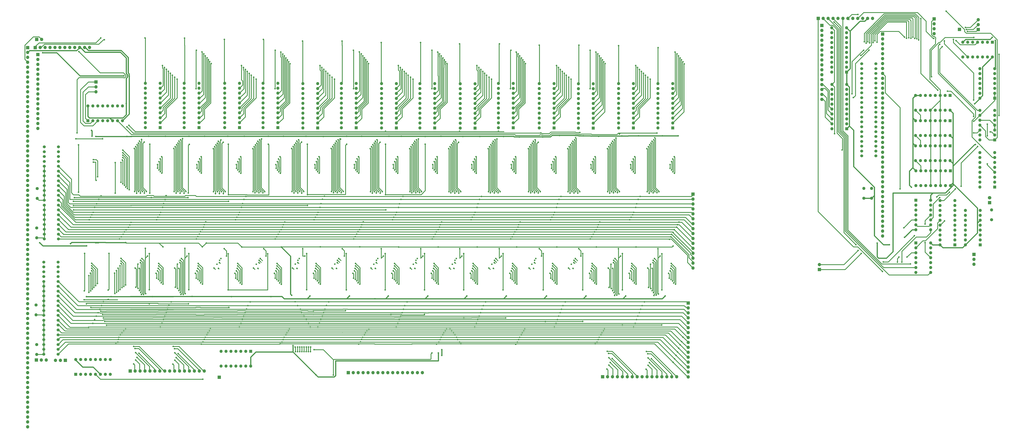
<source format=gbr>
%TF.GenerationSoftware,KiCad,Pcbnew,6.0.2-378541a8eb~116~ubuntu21.10.1*%
%TF.CreationDate,2022-02-16T21:59:06+01:00*%
%TF.ProjectId,register_file_kicad,72656769-7374-4657-925f-66696c655f6b,Rev v0.4*%
%TF.SameCoordinates,Original*%
%TF.FileFunction,Copper,L2,Bot*%
%TF.FilePolarity,Positive*%
%FSLAX46Y46*%
G04 Gerber Fmt 4.6, Leading zero omitted, Abs format (unit mm)*
G04 Created by KiCad (PCBNEW 6.0.2-378541a8eb~116~ubuntu21.10.1) date 2022-02-16 21:59:06*
%MOMM*%
%LPD*%
G01*
G04 APERTURE LIST*
%TA.AperFunction,ComponentPad*%
%ADD10R,1.600000X1.600000*%
%TD*%
%TA.AperFunction,ComponentPad*%
%ADD11O,1.600000X1.600000*%
%TD*%
%TA.AperFunction,ComponentPad*%
%ADD12R,1.700000X1.700000*%
%TD*%
%TA.AperFunction,ComponentPad*%
%ADD13O,1.700000X1.700000*%
%TD*%
%TA.AperFunction,ComponentPad*%
%ADD14C,1.524000*%
%TD*%
%TA.AperFunction,ComponentPad*%
%ADD15C,1.600000*%
%TD*%
%TA.AperFunction,ComponentPad*%
%ADD16R,1.800000X1.800000*%
%TD*%
%TA.AperFunction,ComponentPad*%
%ADD17C,1.800000*%
%TD*%
%TA.AperFunction,ViaPad*%
%ADD18C,0.800000*%
%TD*%
%TA.AperFunction,Conductor*%
%ADD19C,0.400000*%
%TD*%
%TA.AperFunction,Conductor*%
%ADD20C,0.600000*%
%TD*%
G04 APERTURE END LIST*
D10*
%TO.P,U45,1,~{OE}*%
%TO.N,GND*%
X241137600Y-82748200D03*
D11*
%TO.P,U45,2,1D*%
%TO.N,Net-(J13-Pad8)*%
X241137600Y-80208200D03*
%TO.P,U45,3,2D*%
%TO.N,Net-(J13-Pad7)*%
X241137600Y-77668200D03*
%TO.P,U45,4,3D*%
%TO.N,Net-(J13-Pad6)*%
X241137600Y-75128200D03*
%TO.P,U45,5,4D*%
%TO.N,Net-(J13-Pad5)*%
X241137600Y-72588200D03*
%TO.P,U45,6,5D*%
%TO.N,Net-(J13-Pad4)*%
X241137600Y-70048200D03*
%TO.P,U45,7,6D*%
%TO.N,Net-(J13-Pad3)*%
X241137600Y-67508200D03*
%TO.P,U45,8,7D*%
%TO.N,Net-(J13-Pad2)*%
X241137600Y-64968200D03*
%TO.P,U45,9,8D*%
%TO.N,Net-(J13-Pad1)*%
X241137600Y-62428200D03*
%TO.P,U45,10,GND*%
%TO.N,GND*%
X241137600Y-59888200D03*
%TO.P,U45,11,LE*%
%TO.N,Net-(J15-Pad4)*%
X233517600Y-59888200D03*
%TO.P,U45,12,8Q*%
%TO.N,Net-(U45-Pad12)*%
X233517600Y-62428200D03*
%TO.P,U45,13,7Q*%
%TO.N,Net-(U45-Pad13)*%
X233517600Y-64968200D03*
%TO.P,U45,14,6Q*%
%TO.N,Net-(U45-Pad14)*%
X233517600Y-67508200D03*
%TO.P,U45,15,5Q*%
%TO.N,Net-(U45-Pad15)*%
X233517600Y-70048200D03*
%TO.P,U45,16,4Q*%
%TO.N,Net-(U45-Pad16)*%
X233517600Y-72588200D03*
%TO.P,U45,17,3Q*%
%TO.N,Net-(U45-Pad17)*%
X233517600Y-75128200D03*
%TO.P,U45,18,2Q*%
%TO.N,Net-(U45-Pad18)*%
X233517600Y-77668200D03*
%TO.P,U45,19,1Q*%
%TO.N,Net-(U45-Pad19)*%
X233517600Y-80208200D03*
%TO.P,U45,20,VCC*%
%TO.N,+5V*%
X233517600Y-82748200D03*
%TD*%
D12*
%TO.P,J8,1,Pin_1*%
%TO.N,Net-(J8-Pad1)*%
X66900000Y-59028000D03*
D13*
%TO.P,J8,2,Pin_2*%
%TO.N,Net-(J8-Pad2)*%
X66900000Y-61568000D03*
%TO.P,J8,3,Pin_3*%
%TO.N,Net-(J8-Pad3)*%
X66900000Y-64108000D03*
%TD*%
D12*
%TO.P,J18,1,Pin_1*%
%TO.N,Net-(J18-Pad1)*%
X36296000Y-202383000D03*
D13*
%TO.P,J18,2,Pin_2*%
%TO.N,Net-(J18-Pad2)*%
X38836000Y-202383000D03*
%TO.P,J18,3,Pin_3*%
%TO.N,Net-(J18-Pad3)*%
X41376000Y-202383000D03*
%TD*%
D14*
%TO.P,U2,1*%
%TO.N,Net-(J1-Pad16)*%
X47620000Y-140013000D03*
%TO.P,U2,2*%
%TO.N,Net-(J1-Pad15)*%
X47620000Y-137513000D03*
%TO.P,U2,3*%
%TO.N,Net-(J1-Pad14)*%
X47620000Y-135013000D03*
%TO.P,U2,4*%
%TO.N,Net-(J1-Pad13)*%
X47620000Y-132513000D03*
%TO.P,U2,5*%
%TO.N,Net-(J1-Pad12)*%
X47620000Y-130013000D03*
%TO.P,U2,6*%
%TO.N,Net-(J1-Pad11)*%
X47620000Y-127513000D03*
%TO.P,U2,7*%
%TO.N,Net-(J1-Pad10)*%
X47620000Y-125013000D03*
%TO.P,U2,8*%
%TO.N,Net-(J1-Pad9)*%
X47620000Y-122513000D03*
%TO.P,U2,9*%
%TO.N,Net-(J1-Pad8)*%
X47620000Y-120013000D03*
%TO.P,U2,10*%
%TO.N,Net-(J1-Pad7)*%
X47620000Y-117513000D03*
%TO.P,U2,11*%
%TO.N,Net-(J1-Pad6)*%
X47620000Y-115013000D03*
%TO.P,U2,12*%
%TO.N,Net-(J1-Pad5)*%
X47620000Y-112513000D03*
%TO.P,U2,13*%
%TO.N,Net-(J1-Pad4)*%
X47620000Y-110013000D03*
%TO.P,U2,14*%
%TO.N,Net-(J1-Pad3)*%
X47620000Y-107513000D03*
%TO.P,U2,15*%
%TO.N,Net-(J1-Pad2)*%
X47620000Y-105013000D03*
%TO.P,U2,16*%
%TO.N,Net-(J1-Pad1)*%
X47620000Y-102513000D03*
%TO.P,U2,17*%
%TO.N,unconnected-(U2-Pad17)*%
X47620000Y-100013000D03*
%TO.P,U2,18*%
%TO.N,unconnected-(U2-Pad18)*%
X47620000Y-97513000D03*
%TO.P,U2,19*%
%TO.N,unconnected-(U2-Pad19)*%
X47620000Y-95013000D03*
%TO.P,U2,20*%
%TO.N,unconnected-(U2-Pad20)*%
X47620000Y-92513000D03*
%TO.P,U2,21*%
%TO.N,Net-(R1-Pad2)*%
X40320000Y-140013000D03*
%TO.P,U2,22*%
X40320000Y-137513000D03*
%TO.P,U2,23*%
X40320000Y-135013000D03*
%TO.P,U2,24*%
X40320000Y-132513000D03*
%TO.P,U2,25*%
X40320000Y-130013000D03*
%TO.P,U2,26*%
X40320000Y-127513000D03*
%TO.P,U2,27*%
X40320000Y-125013000D03*
%TO.P,U2,28*%
X40320000Y-122513000D03*
%TO.P,U2,29*%
%TO.N,Net-(R3-Pad2)*%
X40320000Y-120013000D03*
%TO.P,U2,30*%
X40320000Y-117513000D03*
%TO.P,U2,31*%
X40320000Y-115013000D03*
%TO.P,U2,32*%
X40320000Y-112513000D03*
%TO.P,U2,33*%
X40320000Y-110013000D03*
%TO.P,U2,34*%
X40320000Y-107513000D03*
%TO.P,U2,35*%
X40320000Y-105013000D03*
%TO.P,U2,36*%
X40320000Y-102513000D03*
%TO.P,U2,37*%
%TO.N,unconnected-(U2-Pad37)*%
X40320000Y-100013000D03*
%TO.P,U2,38*%
%TO.N,unconnected-(U2-Pad38)*%
X40320000Y-97513000D03*
%TO.P,U2,39*%
%TO.N,unconnected-(U2-Pad39)*%
X40320000Y-95013000D03*
%TO.P,U2,40*%
%TO.N,unconnected-(U2-Pad40)*%
X40320000Y-92513000D03*
%TD*%
D12*
%TO.P,J5,1,Pin_1*%
%TO.N,/Dec*%
X498001000Y-26527000D03*
D13*
%TO.P,J5,2,Pin_2*%
%TO.N,/Inc*%
X498001000Y-29067000D03*
%TO.P,J5,3,Pin_3*%
%TO.N,/Const_Reg*%
X498001000Y-31607000D03*
%TO.P,J5,4,Pin_4*%
%TO.N,/Zero_One*%
X498001000Y-34147000D03*
%TD*%
D10*
%TO.P,U12,1,~{OE}*%
%TO.N,GND*%
X453056000Y-83172000D03*
D11*
%TO.P,U12,2,1D*%
%TO.N,Net-(U12-Pad2)*%
X453056000Y-80632000D03*
%TO.P,U12,3,2D*%
%TO.N,Net-(U12-Pad3)*%
X453056000Y-78092000D03*
%TO.P,U12,4,3D*%
%TO.N,Net-(U12-Pad4)*%
X453056000Y-75552000D03*
%TO.P,U12,5,4D*%
%TO.N,Net-(U12-Pad5)*%
X453056000Y-73012000D03*
%TO.P,U12,6,5D*%
%TO.N,Net-(U11-Pad4)*%
X453056000Y-70472000D03*
%TO.P,U12,7,6D*%
%TO.N,Net-(U11-Pad1)*%
X453056000Y-67932000D03*
%TO.P,U12,8,7D*%
%TO.N,Net-(U11-Pad13)*%
X453056000Y-65392000D03*
%TO.P,U12,9,8D*%
%TO.N,Net-(U11-Pad10)*%
X453056000Y-62852000D03*
%TO.P,U12,10,GND*%
%TO.N,GND*%
X453056000Y-60312000D03*
%TO.P,U12,11,LE*%
%TO.N,Net-(U12-Pad11)*%
X445436000Y-60312000D03*
%TO.P,U12,12,8Q*%
%TO.N,Net-(J10-Pad9)*%
X445436000Y-62852000D03*
%TO.P,U12,13,7Q*%
%TO.N,Net-(J10-Pad10)*%
X445436000Y-65392000D03*
%TO.P,U12,14,6Q*%
%TO.N,Net-(J10-Pad11)*%
X445436000Y-67932000D03*
%TO.P,U12,15,5Q*%
%TO.N,Net-(J10-Pad12)*%
X445436000Y-70472000D03*
%TO.P,U12,16,4Q*%
%TO.N,Net-(J10-Pad13)*%
X445436000Y-73012000D03*
%TO.P,U12,17,3Q*%
%TO.N,Net-(J10-Pad14)*%
X445436000Y-75552000D03*
%TO.P,U12,18,2Q*%
%TO.N,Net-(J10-Pad15)*%
X445436000Y-78092000D03*
%TO.P,U12,19,1Q*%
%TO.N,Net-(J10-Pad16)*%
X445436000Y-80632000D03*
%TO.P,U12,20,VCC*%
%TO.N,+5V*%
X445436000Y-83172000D03*
%TD*%
D10*
%TO.P,U36,1,~{OE}*%
%TO.N,GND*%
X180926207Y-82719352D03*
D11*
%TO.P,U36,2,1D*%
%TO.N,Net-(J13-Pad16)*%
X180926207Y-80179352D03*
%TO.P,U36,3,2D*%
%TO.N,Net-(J13-Pad15)*%
X180926207Y-77639352D03*
%TO.P,U36,4,3D*%
%TO.N,Net-(J13-Pad14)*%
X180926207Y-75099352D03*
%TO.P,U36,5,4D*%
%TO.N,Net-(J13-Pad13)*%
X180926207Y-72559352D03*
%TO.P,U36,6,5D*%
%TO.N,Net-(J13-Pad12)*%
X180926207Y-70019352D03*
%TO.P,U36,7,6D*%
%TO.N,Net-(J13-Pad11)*%
X180926207Y-67479352D03*
%TO.P,U36,8,7D*%
%TO.N,Net-(J13-Pad10)*%
X180926207Y-64939352D03*
%TO.P,U36,9,8D*%
%TO.N,Net-(J13-Pad9)*%
X180926207Y-62399352D03*
%TO.P,U36,10,GND*%
%TO.N,GND*%
X180926207Y-59859352D03*
%TO.P,U36,11,LE*%
%TO.N,Net-(J15-Pad3)*%
X173306207Y-59859352D03*
%TO.P,U36,12,8Q*%
%TO.N,Net-(U36-Pad12)*%
X173306207Y-62399352D03*
%TO.P,U36,13,7Q*%
%TO.N,Net-(U36-Pad13)*%
X173306207Y-64939352D03*
%TO.P,U36,14,6Q*%
%TO.N,Net-(U36-Pad14)*%
X173306207Y-67479352D03*
%TO.P,U36,15,5Q*%
%TO.N,Net-(U36-Pad15)*%
X173306207Y-70019352D03*
%TO.P,U36,16,4Q*%
%TO.N,Net-(U36-Pad16)*%
X173306207Y-72559352D03*
%TO.P,U36,17,3Q*%
%TO.N,Net-(U36-Pad17)*%
X173306207Y-75099352D03*
%TO.P,U36,18,2Q*%
%TO.N,Net-(U36-Pad18)*%
X173306207Y-77639352D03*
%TO.P,U36,19,1Q*%
%TO.N,Net-(U36-Pad19)*%
X173306207Y-80179352D03*
%TO.P,U36,20,VCC*%
%TO.N,+5V*%
X173306207Y-82719352D03*
%TD*%
D12*
%TO.P,J7,1,Pin_1*%
%TO.N,Net-(J7-Pad1)*%
X51166000Y-202590489D03*
D13*
%TO.P,J7,2,Pin_2*%
%TO.N,Net-(J7-Pad2)*%
X48626000Y-202590489D03*
%TO.P,J7,3,Pin_3*%
%TO.N,Net-(J7-Pad3)*%
X46086000Y-202590489D03*
%TD*%
D12*
%TO.P,J13,1,Pin_1*%
%TO.N,Net-(J13-Pad1)*%
X37007400Y-44907200D03*
D13*
%TO.P,J13,2,Pin_2*%
%TO.N,Net-(J13-Pad2)*%
X37007400Y-47447200D03*
%TO.P,J13,3,Pin_3*%
%TO.N,Net-(J13-Pad3)*%
X37007400Y-49987200D03*
%TO.P,J13,4,Pin_4*%
%TO.N,Net-(J13-Pad4)*%
X37007400Y-52527200D03*
%TO.P,J13,5,Pin_5*%
%TO.N,Net-(J13-Pad5)*%
X37007400Y-55067200D03*
%TO.P,J13,6,Pin_6*%
%TO.N,Net-(J13-Pad6)*%
X37007400Y-57607200D03*
%TO.P,J13,7,Pin_7*%
%TO.N,Net-(J13-Pad7)*%
X37007400Y-60147200D03*
%TO.P,J13,8,Pin_8*%
%TO.N,Net-(J13-Pad8)*%
X37007400Y-62687200D03*
%TO.P,J13,9,Pin_9*%
%TO.N,Net-(J13-Pad9)*%
X37007400Y-65227200D03*
%TO.P,J13,10,Pin_10*%
%TO.N,Net-(J13-Pad10)*%
X37007400Y-67767200D03*
%TO.P,J13,11,Pin_11*%
%TO.N,Net-(J13-Pad11)*%
X37007400Y-70307200D03*
%TO.P,J13,12,Pin_12*%
%TO.N,Net-(J13-Pad12)*%
X37007400Y-72847200D03*
%TO.P,J13,13,Pin_13*%
%TO.N,Net-(J13-Pad13)*%
X37007400Y-75387200D03*
%TO.P,J13,14,Pin_14*%
%TO.N,Net-(J13-Pad14)*%
X37007400Y-77927200D03*
%TO.P,J13,15,Pin_15*%
%TO.N,Net-(J13-Pad15)*%
X37007400Y-80467200D03*
%TO.P,J13,16,Pin_16*%
%TO.N,Net-(J13-Pad16)*%
X37007400Y-83007200D03*
%TD*%
D12*
%TO.P,J11,1,Pin_1*%
%TO.N,Net-(J11-Pad1)*%
X196681207Y-208885162D03*
D13*
%TO.P,J11,2,Pin_2*%
%TO.N,Net-(J11-Pad2)*%
X199221207Y-208885162D03*
%TO.P,J11,3,Pin_3*%
%TO.N,Net-(J11-Pad3)*%
X201761207Y-208885162D03*
%TO.P,J11,4,Pin_4*%
%TO.N,Net-(J11-Pad4)*%
X204301207Y-208885162D03*
%TO.P,J11,5,Pin_5*%
%TO.N,Net-(J11-Pad5)*%
X206841207Y-208885162D03*
%TO.P,J11,6,Pin_6*%
%TO.N,Net-(J11-Pad6)*%
X209381207Y-208885162D03*
%TO.P,J11,7,Pin_7*%
%TO.N,Net-(J11-Pad7)*%
X211921207Y-208885162D03*
%TO.P,J11,8,Pin_8*%
%TO.N,Net-(J11-Pad8)*%
X214461207Y-208885162D03*
%TO.P,J11,9,Pin_9*%
%TO.N,Net-(J11-Pad9)*%
X217001207Y-208885162D03*
%TO.P,J11,10,Pin_10*%
%TO.N,Net-(J11-Pad10)*%
X219541207Y-208885162D03*
%TO.P,J11,11,Pin_11*%
%TO.N,Net-(J11-Pad11)*%
X222081207Y-208885162D03*
%TO.P,J11,12,Pin_12*%
%TO.N,Net-(J11-Pad12)*%
X224621207Y-208885162D03*
%TO.P,J11,13,Pin_13*%
%TO.N,Net-(J11-Pad13)*%
X227161207Y-208885162D03*
%TO.P,J11,14,Pin_14*%
%TO.N,Net-(J11-Pad14)*%
X229701207Y-208885162D03*
%TO.P,J11,15,Pin_15*%
%TO.N,Net-(J11-Pad15)*%
X232241207Y-208885162D03*
%TO.P,J11,16,Pin_16*%
%TO.N,Net-(J11-Pad16)*%
X234781207Y-208885162D03*
%TD*%
D10*
%TO.P,U7,1,~{OE}*%
%TO.N,GND*%
X453026000Y-54007000D03*
D11*
%TO.P,U7,2,1D*%
%TO.N,Net-(U19-Pad4)*%
X453026000Y-51467000D03*
%TO.P,U7,3,2D*%
%TO.N,Net-(U19-Pad1)*%
X453026000Y-48927000D03*
%TO.P,U7,4,3D*%
%TO.N,Net-(U19-Pad13)*%
X453026000Y-46387000D03*
%TO.P,U7,5,4D*%
%TO.N,Net-(U19-Pad10)*%
X453026000Y-43847000D03*
%TO.P,U7,6,5D*%
%TO.N,Net-(U23-Pad4)*%
X453026000Y-41307000D03*
%TO.P,U7,7,6D*%
%TO.N,Net-(U23-Pad1)*%
X453026000Y-38767000D03*
%TO.P,U7,8,7D*%
%TO.N,Net-(U23-Pad13)*%
X453026000Y-36227000D03*
%TO.P,U7,9,8D*%
%TO.N,Net-(U23-Pad10)*%
X453026000Y-33687000D03*
%TO.P,U7,10,GND*%
%TO.N,GND*%
X453026000Y-31147000D03*
%TO.P,U7,11,LE*%
%TO.N,Net-(U12-Pad11)*%
X445406000Y-31147000D03*
%TO.P,U7,12,8Q*%
%TO.N,Net-(J10-Pad1)*%
X445406000Y-33687000D03*
%TO.P,U7,13,7Q*%
%TO.N,Net-(J10-Pad2)*%
X445406000Y-36227000D03*
%TO.P,U7,14,6Q*%
%TO.N,Net-(J10-Pad3)*%
X445406000Y-38767000D03*
%TO.P,U7,15,5Q*%
%TO.N,Net-(J10-Pad4)*%
X445406000Y-41307000D03*
%TO.P,U7,16,4Q*%
%TO.N,Net-(J10-Pad5)*%
X445406000Y-43847000D03*
%TO.P,U7,17,3Q*%
%TO.N,Net-(J10-Pad6)*%
X445406000Y-46387000D03*
%TO.P,U7,18,2Q*%
%TO.N,Net-(J10-Pad7)*%
X445406000Y-48927000D03*
%TO.P,U7,19,1Q*%
%TO.N,Net-(J10-Pad8)*%
X445406000Y-51467000D03*
%TO.P,U7,20,VCC*%
%TO.N,+5V*%
X445406000Y-54007000D03*
%TD*%
D12*
%TO.P,J4,1*%
%TO.N,N/C*%
X471500000Y-34300000D03*
D13*
%TO.P,J4,2*%
X471500000Y-36840000D03*
%TO.P,J4,3*%
X471500000Y-39380000D03*
%TO.P,J4,4*%
X471500000Y-41920000D03*
%TO.P,J4,5*%
X471500000Y-44460000D03*
%TO.P,J4,6*%
X471500000Y-47000000D03*
%TO.P,J4,7,WE_R*%
%TO.N,unconnected-(J4-Pad7)*%
X471500000Y-49540000D03*
%TO.P,J4,8,WE_F*%
%TO.N,unconnected-(J4-Pad8)*%
X471500000Y-52080000D03*
%TO.P,J4,9,WE*%
%TO.N,WE*%
X471500000Y-54620000D03*
%TO.P,J4,10*%
%TO.N,N/C*%
X471500000Y-57160000D03*
%TO.P,J4,11,from_Bus0*%
%TO.N,Net-(J4-Pad11)*%
X471500000Y-59700000D03*
%TO.P,J4,12,from_Bus1*%
%TO.N,Net-(J4-Pad12)*%
X471500000Y-62240000D03*
%TO.P,J4,13,from_Bus2*%
%TO.N,Net-(J4-Pad13)*%
X471500000Y-64780000D03*
%TO.P,J4,14,from_Bus3*%
%TO.N,Net-(J4-Pad14)*%
X471500000Y-67320000D03*
%TO.P,J4,15,from_Bus4*%
%TO.N,Net-(J4-Pad15)*%
X471500000Y-69860000D03*
%TO.P,J4,16,from_Bus5*%
%TO.N,Net-(J4-Pad16)*%
X471500000Y-72400000D03*
%TO.P,J4,17,from_Bus6*%
%TO.N,Net-(J4-Pad17)*%
X471500000Y-74940000D03*
%TO.P,J4,18,from_Bus7*%
%TO.N,Net-(J4-Pad18)*%
X471500000Y-77480000D03*
%TO.P,J4,19,from_Bus8*%
%TO.N,Net-(J4-Pad19)*%
X471500000Y-80020000D03*
%TO.P,J4,20,from_Bus9*%
%TO.N,Net-(J4-Pad20)*%
X471500000Y-82560000D03*
%TO.P,J4,21,from_Bus10*%
%TO.N,Net-(J4-Pad21)*%
X471500000Y-85100000D03*
%TO.P,J4,22,from_Bus11*%
%TO.N,Net-(J4-Pad22)*%
X471500000Y-87640000D03*
%TO.P,J4,23,from_Bus12*%
%TO.N,Net-(J4-Pad23)*%
X471500000Y-90180000D03*
%TO.P,J4,24,from_Bus13*%
%TO.N,Net-(J4-Pad24)*%
X471500000Y-92720000D03*
%TO.P,J4,25,from_Bus14*%
%TO.N,Net-(J4-Pad25)*%
X471500000Y-95260000D03*
%TO.P,J4,26,from_Bus15*%
%TO.N,Net-(J4-Pad26)*%
X471500000Y-97800000D03*
%TO.P,J4,27*%
%TO.N,N/C*%
X471500000Y-100340000D03*
%TO.P,J4,28*%
X471500000Y-102880000D03*
%TO.P,J4,29*%
X471500000Y-105420000D03*
%TO.P,J4,30*%
X471500000Y-107960000D03*
%TO.P,J4,31*%
X471500000Y-110500000D03*
%TO.P,J4,32*%
X471500000Y-113040000D03*
%TO.P,J4,33*%
X471500000Y-115580000D03*
%TO.P,J4,34*%
X471500000Y-118120000D03*
%TO.P,J4,35*%
X471500000Y-120660000D03*
%TO.P,J4,36*%
X471500000Y-123200000D03*
%TO.P,J4,37*%
X471500000Y-125740000D03*
%TO.P,J4,38*%
X471500000Y-128280000D03*
%TO.P,J4,39*%
X471500000Y-130820000D03*
%TO.P,J4,40*%
X471500000Y-133360000D03*
%TO.P,J4,41*%
X471500000Y-135900000D03*
%TO.P,J4,42*%
X471500000Y-138440000D03*
%TD*%
D12*
%TO.P,J9,1,Pin_1*%
%TO.N,Net-(J9-Pad1)*%
X84543207Y-208088417D03*
D13*
%TO.P,J9,2,Pin_2*%
%TO.N,Net-(J9-Pad2)*%
X87083207Y-208088417D03*
%TO.P,J9,3,Pin_3*%
%TO.N,Net-(J9-Pad3)*%
X89623207Y-208088417D03*
%TO.P,J9,4,Pin_4*%
%TO.N,Net-(J9-Pad4)*%
X92163207Y-208088417D03*
%TO.P,J9,5,Pin_5*%
%TO.N,Net-(J9-Pad5)*%
X94703207Y-208088417D03*
%TO.P,J9,6,Pin_6*%
%TO.N,Net-(J9-Pad6)*%
X97243207Y-208088417D03*
%TO.P,J9,7,Pin_7*%
%TO.N,Net-(J9-Pad7)*%
X99783207Y-208088417D03*
%TO.P,J9,8,Pin_8*%
%TO.N,Net-(J9-Pad8)*%
X102323207Y-208088417D03*
%TO.P,J9,9,Pin_9*%
%TO.N,Net-(J9-Pad9)*%
X104863207Y-208088417D03*
%TO.P,J9,10,Pin_10*%
%TO.N,Net-(J9-Pad10)*%
X107403207Y-208088417D03*
%TO.P,J9,11,Pin_11*%
%TO.N,Net-(J9-Pad11)*%
X109943207Y-208088417D03*
%TO.P,J9,12,Pin_12*%
%TO.N,Net-(J9-Pad12)*%
X112483207Y-208088417D03*
%TO.P,J9,13,Pin_13*%
%TO.N,Net-(J9-Pad13)*%
X115023207Y-208088417D03*
%TO.P,J9,14,Pin_14*%
%TO.N,Net-(J9-Pad14)*%
X117563207Y-208088417D03*
%TO.P,J9,15,Pin_15*%
%TO.N,Net-(J9-Pad15)*%
X120103207Y-208088417D03*
%TO.P,J9,16,Pin_16*%
%TO.N,Net-(J9-Pad16)*%
X122643207Y-208088417D03*
%TD*%
D10*
%TO.P,U68,1*%
%TO.N,Net-(J14-Pad7)*%
X529176000Y-67452000D03*
D11*
%TO.P,U68,2*%
X529176000Y-64912000D03*
%TO.P,U68,3*%
%TO.N,Net-(U27-Pad5)*%
X529176000Y-62372000D03*
%TO.P,U68,4*%
%TO.N,N/C*%
X529176000Y-59832000D03*
%TO.P,U68,5*%
X529176000Y-57292000D03*
%TO.P,U68,6*%
X529176000Y-54752000D03*
%TO.P,U68,7,GND*%
%TO.N,GND*%
X529176000Y-52212000D03*
%TO.P,U68,8*%
%TO.N,N/C*%
X521556000Y-52212000D03*
%TO.P,U68,9*%
X521556000Y-54752000D03*
%TO.P,U68,10*%
X521556000Y-57292000D03*
%TO.P,U68,11*%
X521556000Y-59832000D03*
%TO.P,U68,12*%
X521556000Y-62372000D03*
%TO.P,U68,13*%
X521556000Y-64912000D03*
%TO.P,U68,14,VCC*%
%TO.N,+5V*%
X521556000Y-67452000D03*
%TD*%
D12*
%TO.P,J16,1,Pin_1*%
%TO.N,/Const_Reg*%
X511098011Y-31982489D03*
%TD*%
D10*
%TO.P,U29,1*%
%TO.N,Net-(J17-Pad1)*%
X146475000Y-197950000D03*
D11*
%TO.P,U29,2*%
X143935000Y-197950000D03*
%TO.P,U29,3*%
%TO.N,Net-(U29-Pad3)*%
X141395000Y-197950000D03*
%TO.P,U29,4*%
%TO.N,N/C*%
X138855000Y-197950000D03*
%TO.P,U29,5*%
X136315000Y-197950000D03*
%TO.P,U29,6*%
X133775000Y-197950000D03*
%TO.P,U29,7,GND*%
%TO.N,GND*%
X131235000Y-197950000D03*
%TO.P,U29,8*%
%TO.N,N/C*%
X131235000Y-205570000D03*
%TO.P,U29,9*%
X133775000Y-205570000D03*
%TO.P,U29,10*%
X136315000Y-205570000D03*
%TO.P,U29,11*%
X138855000Y-205570000D03*
%TO.P,U29,12*%
X141395000Y-205570000D03*
%TO.P,U29,13*%
X143935000Y-205570000D03*
%TO.P,U29,14,VCC*%
%TO.N,+5V*%
X146475000Y-205570000D03*
%TD*%
D10*
%TO.P,U16,1,A0*%
%TO.N,Net-(J7-Pad3)*%
X56505000Y-209749489D03*
D11*
%TO.P,U16,2,A1*%
%TO.N,Net-(J7-Pad2)*%
X59045000Y-209749489D03*
%TO.P,U16,3,A2*%
%TO.N,Net-(J7-Pad1)*%
X61585000Y-209749489D03*
%TO.P,U16,4,~{LE}*%
%TO.N,GND*%
X64125000Y-209749489D03*
%TO.P,U16,5,~{E1}*%
%TO.N,Net-(J17-Pad1)*%
X66665000Y-209749489D03*
%TO.P,U16,6,E2*%
%TO.N,+5V*%
X69205000Y-209749489D03*
%TO.P,U16,7,~{Y7}*%
%TO.N,Net-(U16-Pad7)*%
X71745000Y-209749489D03*
%TO.P,U16,8,GND*%
%TO.N,GND*%
X74285000Y-209749489D03*
%TO.P,U16,9,~{Y6}*%
%TO.N,Net-(U16-Pad9)*%
X74285000Y-202129489D03*
%TO.P,U16,10,~{Y5}*%
%TO.N,Net-(U16-Pad10)*%
X71745000Y-202129489D03*
%TO.P,U16,11,~{Y4}*%
%TO.N,Net-(U16-Pad11)*%
X69205000Y-202129489D03*
%TO.P,U16,12,~{Y3}*%
%TO.N,Net-(U16-Pad12)*%
X66665000Y-202129489D03*
%TO.P,U16,13,~{Y2}*%
%TO.N,Net-(U16-Pad13)*%
X64125000Y-202129489D03*
%TO.P,U16,14,~{Y1}*%
%TO.N,Net-(U16-Pad14)*%
X61585000Y-202129489D03*
%TO.P,U16,15,~{Y0}*%
%TO.N,Net-(U10-Pad1)*%
X59045000Y-202129489D03*
%TO.P,U16,16,VCC*%
%TO.N,+5V*%
X56505000Y-202129489D03*
%TD*%
D10*
%TO.P,U1,1*%
%TO.N,/Dec*%
X528001000Y-38527000D03*
D11*
%TO.P,U1,2*%
%TO.N,/Inc*%
X525461000Y-38527000D03*
%TO.P,U1,3*%
%TO.N,Net-(U1-Pad3)*%
X522921000Y-38527000D03*
%TO.P,U1,4*%
%TO.N,S_Sup*%
X520381000Y-38527000D03*
%TO.P,U1,5*%
%TO.N,Net-(U1-Pad5)*%
X517841000Y-38527000D03*
%TO.P,U1,6*%
%TO.N,Net-(U1-Pad6)*%
X515301000Y-38527000D03*
%TO.P,U1,7,GND*%
%TO.N,GND*%
X512761000Y-38527000D03*
%TO.P,U1,8*%
%TO.N,Net-(U1-Pad8)*%
X512761000Y-46147000D03*
%TO.P,U1,9*%
%TO.N,R_Sup*%
X515301000Y-46147000D03*
%TO.P,U1,10*%
%TO.N,Net-(U1-Pad10)*%
X517841000Y-46147000D03*
%TO.P,U1,11*%
%TO.N,N/C*%
X520381000Y-46147000D03*
%TO.P,U1,12*%
X522921000Y-46147000D03*
%TO.P,U1,13*%
X525461000Y-46147000D03*
%TO.P,U1,14,VCC*%
%TO.N,+5V*%
X528001000Y-46147000D03*
%TD*%
D10*
%TO.P,U48,1,~{OE}*%
%TO.N,GND*%
X261867207Y-82851352D03*
D11*
%TO.P,U48,2,1D*%
%TO.N,Net-(J13-Pad16)*%
X261867207Y-80311352D03*
%TO.P,U48,3,2D*%
%TO.N,Net-(J13-Pad15)*%
X261867207Y-77771352D03*
%TO.P,U48,4,3D*%
%TO.N,Net-(J13-Pad14)*%
X261867207Y-75231352D03*
%TO.P,U48,5,4D*%
%TO.N,Net-(J13-Pad13)*%
X261867207Y-72691352D03*
%TO.P,U48,6,5D*%
%TO.N,Net-(J13-Pad12)*%
X261867207Y-70151352D03*
%TO.P,U48,7,6D*%
%TO.N,Net-(J13-Pad11)*%
X261867207Y-67611352D03*
%TO.P,U48,8,7D*%
%TO.N,Net-(J13-Pad10)*%
X261867207Y-65071352D03*
%TO.P,U48,9,8D*%
%TO.N,Net-(J13-Pad9)*%
X261867207Y-62531352D03*
%TO.P,U48,10,GND*%
%TO.N,GND*%
X261867207Y-59991352D03*
%TO.P,U48,11,LE*%
%TO.N,Net-(J15-Pad5)*%
X254247207Y-59991352D03*
%TO.P,U48,12,8Q*%
%TO.N,Net-(U48-Pad12)*%
X254247207Y-62531352D03*
%TO.P,U48,13,7Q*%
%TO.N,Net-(U48-Pad13)*%
X254247207Y-65071352D03*
%TO.P,U48,14,6Q*%
%TO.N,Net-(U48-Pad14)*%
X254247207Y-67611352D03*
%TO.P,U48,15,5Q*%
%TO.N,Net-(U48-Pad15)*%
X254247207Y-70151352D03*
%TO.P,U48,16,4Q*%
%TO.N,Net-(U48-Pad16)*%
X254247207Y-72691352D03*
%TO.P,U48,17,3Q*%
%TO.N,Net-(U48-Pad17)*%
X254247207Y-75231352D03*
%TO.P,U48,18,2Q*%
%TO.N,Net-(U48-Pad18)*%
X254247207Y-77771352D03*
%TO.P,U48,19,1Q*%
%TO.N,Net-(U48-Pad19)*%
X254247207Y-80311352D03*
%TO.P,U48,20,VCC*%
%TO.N,+5V*%
X254247207Y-82851352D03*
%TD*%
D10*
%TO.P,U39,1,~{OE}*%
%TO.N,GND*%
X200802400Y-82697400D03*
D11*
%TO.P,U39,2,1D*%
%TO.N,Net-(J13-Pad8)*%
X200802400Y-80157400D03*
%TO.P,U39,3,2D*%
%TO.N,Net-(J13-Pad7)*%
X200802400Y-77617400D03*
%TO.P,U39,4,3D*%
%TO.N,Net-(J13-Pad6)*%
X200802400Y-75077400D03*
%TO.P,U39,5,4D*%
%TO.N,Net-(J13-Pad5)*%
X200802400Y-72537400D03*
%TO.P,U39,6,5D*%
%TO.N,Net-(J13-Pad4)*%
X200802400Y-69997400D03*
%TO.P,U39,7,6D*%
%TO.N,Net-(J13-Pad3)*%
X200802400Y-67457400D03*
%TO.P,U39,8,7D*%
%TO.N,Net-(J13-Pad2)*%
X200802400Y-64917400D03*
%TO.P,U39,9,8D*%
%TO.N,Net-(J13-Pad1)*%
X200802400Y-62377400D03*
%TO.P,U39,10,GND*%
%TO.N,GND*%
X200802400Y-59837400D03*
%TO.P,U39,11,LE*%
%TO.N,Net-(J15-Pad3)*%
X193182400Y-59837400D03*
%TO.P,U39,12,8Q*%
%TO.N,Net-(U39-Pad12)*%
X193182400Y-62377400D03*
%TO.P,U39,13,7Q*%
%TO.N,Net-(U39-Pad13)*%
X193182400Y-64917400D03*
%TO.P,U39,14,6Q*%
%TO.N,Net-(U39-Pad14)*%
X193182400Y-67457400D03*
%TO.P,U39,15,5Q*%
%TO.N,Net-(U39-Pad15)*%
X193182400Y-69997400D03*
%TO.P,U39,16,4Q*%
%TO.N,Net-(U39-Pad16)*%
X193182400Y-72537400D03*
%TO.P,U39,17,3Q*%
%TO.N,Net-(U39-Pad17)*%
X193182400Y-75077400D03*
%TO.P,U39,18,2Q*%
%TO.N,Net-(U39-Pad18)*%
X193182400Y-77617400D03*
%TO.P,U39,19,1Q*%
%TO.N,Net-(U39-Pad19)*%
X193182400Y-80157400D03*
%TO.P,U39,20,VCC*%
%TO.N,+5V*%
X193182400Y-82697400D03*
%TD*%
D15*
%TO.P,R6,1*%
%TO.N,GND*%
X465876000Y-118967000D03*
D11*
%TO.P,R6,2*%
%TO.N,Net-(R6-Pad2)*%
X465876000Y-113887000D03*
%TD*%
D10*
%TO.P,U22,1,~{OE}*%
%TO.N,GND*%
X119878000Y-82595800D03*
D11*
%TO.P,U22,2,1D*%
%TO.N,Net-(J13-Pad8)*%
X119878000Y-80055800D03*
%TO.P,U22,3,2D*%
%TO.N,Net-(J13-Pad7)*%
X119878000Y-77515800D03*
%TO.P,U22,4,3D*%
%TO.N,Net-(J13-Pad6)*%
X119878000Y-74975800D03*
%TO.P,U22,5,4D*%
%TO.N,Net-(J13-Pad5)*%
X119878000Y-72435800D03*
%TO.P,U22,6,5D*%
%TO.N,Net-(J13-Pad4)*%
X119878000Y-69895800D03*
%TO.P,U22,7,6D*%
%TO.N,Net-(J13-Pad3)*%
X119878000Y-67355800D03*
%TO.P,U22,8,7D*%
%TO.N,Net-(J13-Pad2)*%
X119878000Y-64815800D03*
%TO.P,U22,9,8D*%
%TO.N,Net-(J13-Pad1)*%
X119878000Y-62275800D03*
%TO.P,U22,10,GND*%
%TO.N,GND*%
X119878000Y-59735800D03*
%TO.P,U22,11,LE*%
%TO.N,Net-(J15-Pad1)*%
X112258000Y-59735800D03*
%TO.P,U22,12,8Q*%
%TO.N,Net-(J9-Pad16)*%
X112258000Y-62275800D03*
%TO.P,U22,13,7Q*%
%TO.N,Net-(J9-Pad15)*%
X112258000Y-64815800D03*
%TO.P,U22,14,6Q*%
%TO.N,Net-(J9-Pad14)*%
X112258000Y-67355800D03*
%TO.P,U22,15,5Q*%
%TO.N,Net-(J9-Pad13)*%
X112258000Y-69895800D03*
%TO.P,U22,16,4Q*%
%TO.N,Net-(J9-Pad12)*%
X112258000Y-72435800D03*
%TO.P,U22,17,3Q*%
%TO.N,Net-(J9-Pad11)*%
X112258000Y-74975800D03*
%TO.P,U22,18,2Q*%
%TO.N,Net-(J9-Pad10)*%
X112258000Y-77515800D03*
%TO.P,U22,19,1Q*%
%TO.N,Net-(J9-Pad9)*%
X112258000Y-80055800D03*
%TO.P,U22,20,VCC*%
%TO.N,+5V*%
X112258000Y-82595800D03*
%TD*%
D12*
%TO.P,J2,1,Pin_1*%
%TO.N,Net-(J2-Pad1)*%
X371502717Y-173010162D03*
D13*
%TO.P,J2,2,Pin_2*%
%TO.N,Net-(J2-Pad2)*%
X371502717Y-175550162D03*
%TO.P,J2,3,Pin_3*%
%TO.N,Net-(J2-Pad3)*%
X371502717Y-178090162D03*
%TO.P,J2,4,Pin_4*%
%TO.N,Net-(J2-Pad4)*%
X371502717Y-180630162D03*
%TO.P,J2,5,Pin_5*%
%TO.N,Net-(J2-Pad5)*%
X371502717Y-183170162D03*
%TO.P,J2,6,Pin_6*%
%TO.N,Net-(J2-Pad6)*%
X371502717Y-185710162D03*
%TO.P,J2,7,Pin_7*%
%TO.N,Net-(J2-Pad7)*%
X371502717Y-188250162D03*
%TO.P,J2,8,Pin_8*%
%TO.N,Net-(J2-Pad8)*%
X371502717Y-190790162D03*
%TO.P,J2,9,Pin_9*%
%TO.N,Net-(J2-Pad9)*%
X371502717Y-193330162D03*
%TO.P,J2,10,Pin_10*%
%TO.N,Net-(J2-Pad10)*%
X371502717Y-195870162D03*
%TO.P,J2,11,Pin_11*%
%TO.N,Net-(J2-Pad11)*%
X371502717Y-198410162D03*
%TO.P,J2,12,Pin_12*%
%TO.N,Net-(J2-Pad12)*%
X371502717Y-200950162D03*
%TO.P,J2,13,Pin_13*%
%TO.N,Net-(J2-Pad13)*%
X371502717Y-203490162D03*
%TO.P,J2,14,Pin_14*%
%TO.N,Net-(J2-Pad14)*%
X371502717Y-206030162D03*
%TO.P,J2,15,Pin_15*%
%TO.N,Net-(J2-Pad15)*%
X371502717Y-208570162D03*
%TO.P,J2,16,Pin_16*%
%TO.N,Net-(J2-Pad16)*%
X371502717Y-211110162D03*
%TD*%
D12*
%TO.P,J17,1,Pin_1*%
%TO.N,Net-(J17-Pad1)*%
X130321000Y-211283000D03*
%TD*%
D10*
%TO.P,U17,1,A0*%
%TO.N,Net-(J8-Pad3)*%
X62766000Y-79069000D03*
D11*
%TO.P,U17,2,A1*%
%TO.N,Net-(J8-Pad2)*%
X65306000Y-79069000D03*
%TO.P,U17,3,A2*%
%TO.N,Net-(J8-Pad1)*%
X67846000Y-79069000D03*
%TO.P,U17,4,~{LE}*%
%TO.N,GND*%
X70386000Y-79069000D03*
%TO.P,U17,5,~{E1}*%
X72926000Y-79069000D03*
%TO.P,U17,6,E2*%
%TO.N,+5V*%
X75466000Y-79069000D03*
%TO.P,U17,7,~{Y7}*%
%TO.N,Net-(U17-Pad7)*%
X78006000Y-79069000D03*
%TO.P,U17,8,GND*%
%TO.N,GND*%
X80546000Y-79069000D03*
%TO.P,U17,9,~{Y6}*%
%TO.N,Net-(U17-Pad9)*%
X80546000Y-71449000D03*
%TO.P,U17,10,~{Y5}*%
%TO.N,Net-(U17-Pad10)*%
X78006000Y-71449000D03*
%TO.P,U17,11,~{Y4}*%
%TO.N,Net-(U17-Pad11)*%
X75466000Y-71449000D03*
%TO.P,U17,12,~{Y3}*%
%TO.N,Net-(U17-Pad12)*%
X72926000Y-71449000D03*
%TO.P,U17,13,~{Y2}*%
%TO.N,Net-(U17-Pad13)*%
X70386000Y-71449000D03*
%TO.P,U17,14,~{Y1}*%
%TO.N,Net-(U17-Pad14)*%
X67846000Y-71449000D03*
%TO.P,U17,15,~{Y0}*%
%TO.N,Net-(U14-Pad1)*%
X65306000Y-71449000D03*
%TO.P,U17,16,VCC*%
%TO.N,+5V*%
X62766000Y-71449000D03*
%TD*%
D14*
%TO.P,U3,1*%
%TO.N,Net-(J2-Pad16)*%
X47399000Y-199399000D03*
%TO.P,U3,2*%
%TO.N,Net-(J2-Pad15)*%
X47399000Y-196899000D03*
%TO.P,U3,3*%
%TO.N,Net-(J2-Pad14)*%
X47399000Y-194399000D03*
%TO.P,U3,4*%
%TO.N,Net-(J2-Pad13)*%
X47399000Y-191899000D03*
%TO.P,U3,5*%
%TO.N,Net-(J2-Pad12)*%
X47399000Y-189399000D03*
%TO.P,U3,6*%
%TO.N,Net-(J2-Pad11)*%
X47399000Y-186899000D03*
%TO.P,U3,7*%
%TO.N,Net-(J2-Pad10)*%
X47399000Y-184399000D03*
%TO.P,U3,8*%
%TO.N,Net-(J2-Pad9)*%
X47399000Y-181899000D03*
%TO.P,U3,9*%
%TO.N,Net-(J2-Pad8)*%
X47399000Y-179399000D03*
%TO.P,U3,10*%
%TO.N,Net-(J2-Pad7)*%
X47399000Y-176899000D03*
%TO.P,U3,11*%
%TO.N,Net-(J2-Pad6)*%
X47399000Y-174399000D03*
%TO.P,U3,12*%
%TO.N,Net-(J2-Pad5)*%
X47399000Y-171899000D03*
%TO.P,U3,13*%
%TO.N,Net-(J2-Pad4)*%
X47399000Y-169399000D03*
%TO.P,U3,14*%
%TO.N,Net-(J2-Pad3)*%
X47399000Y-166899000D03*
%TO.P,U3,15*%
%TO.N,Net-(J2-Pad2)*%
X47399000Y-164399000D03*
%TO.P,U3,16*%
%TO.N,Net-(J2-Pad1)*%
X47399000Y-161899000D03*
%TO.P,U3,17*%
%TO.N,unconnected-(U3-Pad17)*%
X47399000Y-159399000D03*
%TO.P,U3,18*%
%TO.N,unconnected-(U3-Pad18)*%
X47399000Y-156899000D03*
%TO.P,U3,19*%
%TO.N,unconnected-(U3-Pad19)*%
X47399000Y-154399000D03*
%TO.P,U3,20*%
%TO.N,unconnected-(U3-Pad20)*%
X47399000Y-151899000D03*
%TO.P,U3,21*%
%TO.N,Net-(R2-Pad2)*%
X40099000Y-199399000D03*
%TO.P,U3,22*%
X40099000Y-196899000D03*
%TO.P,U3,23*%
X40099000Y-194399000D03*
%TO.P,U3,24*%
X40099000Y-191899000D03*
%TO.P,U3,25*%
X40099000Y-189399000D03*
%TO.P,U3,26*%
X40099000Y-186899000D03*
%TO.P,U3,27*%
X40099000Y-184399000D03*
%TO.P,U3,28*%
X40099000Y-181899000D03*
%TO.P,U3,29*%
%TO.N,Net-(R4-Pad2)*%
X40099000Y-179399000D03*
%TO.P,U3,30*%
X40099000Y-176899000D03*
%TO.P,U3,31*%
X40099000Y-174399000D03*
%TO.P,U3,32*%
X40099000Y-171899000D03*
%TO.P,U3,33*%
X40099000Y-169399000D03*
%TO.P,U3,34*%
X40099000Y-166899000D03*
%TO.P,U3,35*%
X40099000Y-164399000D03*
%TO.P,U3,36*%
X40099000Y-161899000D03*
%TO.P,U3,37*%
%TO.N,unconnected-(U3-Pad37)*%
X40099000Y-159399000D03*
%TO.P,U3,38*%
%TO.N,unconnected-(U3-Pad38)*%
X40099000Y-156899000D03*
%TO.P,U3,39*%
%TO.N,unconnected-(U3-Pad39)*%
X40099000Y-154399000D03*
%TO.P,U3,40*%
%TO.N,unconnected-(U3-Pad40)*%
X40099000Y-151899000D03*
%TD*%
D12*
%TO.P,J20,1,Pin_1*%
%TO.N,Net-(J6-Pad3)*%
X36450000Y-37135000D03*
D13*
%TO.P,J20,2,Pin_2*%
%TO.N,Net-(J6-Pad4)*%
X38990000Y-37135000D03*
%TD*%
D12*
%TO.P,J21,1,Pin_1*%
%TO.N,Net-(U13-Pad5)*%
X439015000Y-155750000D03*
D13*
%TO.P,J21,2,Pin_2*%
%TO.N,Net-(U13-Pad2)*%
X439015000Y-153210000D03*
%TD*%
D12*
%TO.P,J12,1,Pin_1*%
%TO.N,Net-(J12-Pad1)*%
X327500717Y-211036300D03*
D13*
%TO.P,J12,2,Pin_2*%
%TO.N,Net-(J12-Pad2)*%
X330040717Y-211036300D03*
%TO.P,J12,3,Pin_3*%
%TO.N,Net-(J12-Pad3)*%
X332580717Y-211036300D03*
%TO.P,J12,4,Pin_4*%
%TO.N,Net-(J12-Pad4)*%
X335120717Y-211036300D03*
%TO.P,J12,5,Pin_5*%
%TO.N,Net-(J12-Pad5)*%
X337660717Y-211036300D03*
%TO.P,J12,6,Pin_6*%
%TO.N,Net-(J12-Pad6)*%
X340200717Y-211036300D03*
%TO.P,J12,7,Pin_7*%
%TO.N,Net-(J12-Pad7)*%
X342740717Y-211036300D03*
%TO.P,J12,8,Pin_8*%
%TO.N,Net-(J12-Pad8)*%
X345280717Y-211036300D03*
%TO.P,J12,9,Pin_9*%
%TO.N,Net-(J12-Pad9)*%
X347820717Y-211036300D03*
%TO.P,J12,10,Pin_10*%
%TO.N,Net-(J12-Pad10)*%
X350360717Y-211036300D03*
%TO.P,J12,11,Pin_11*%
%TO.N,Net-(J12-Pad11)*%
X352900717Y-211036300D03*
%TO.P,J12,12,Pin_12*%
%TO.N,Net-(J12-Pad12)*%
X355440717Y-211036300D03*
%TO.P,J12,13,Pin_13*%
%TO.N,Net-(J12-Pad13)*%
X357980717Y-211036300D03*
%TO.P,J12,14,Pin_14*%
%TO.N,Net-(J12-Pad14)*%
X360520717Y-211036300D03*
%TO.P,J12,15,Pin_15*%
%TO.N,Net-(J12-Pad15)*%
X363060717Y-211036300D03*
%TO.P,J12,16,Pin_16*%
%TO.N,Net-(J12-Pad16)*%
X365600717Y-211036300D03*
%TD*%
D12*
%TO.P,J15,1,Pin_1*%
%TO.N,Net-(J15-Pad1)*%
X35700000Y-41317000D03*
D13*
%TO.P,J15,2,Pin_2*%
%TO.N,Net-(J15-Pad2)*%
X38240000Y-41300000D03*
%TO.P,J15,3,Pin_3*%
%TO.N,Net-(J15-Pad3)*%
X40780000Y-41300000D03*
%TO.P,J15,4,Pin_4*%
%TO.N,Net-(J15-Pad4)*%
X43320000Y-41300000D03*
%TO.P,J15,5,Pin_5*%
%TO.N,Net-(J15-Pad5)*%
X45860000Y-41300000D03*
%TO.P,J15,6,Pin_6*%
%TO.N,Net-(J15-Pad6)*%
X48400000Y-41300000D03*
%TO.P,J15,7,Pin_7*%
%TO.N,Net-(J13-Pad1)*%
X50940000Y-41300000D03*
%TO.P,J15,8,Pin_8*%
%TO.N,Net-(J15-Pad8)*%
X53480000Y-41300000D03*
%TO.P,J15,9,Pin_9*%
%TO.N,Net-(J15-Pad9)*%
X56020000Y-41300000D03*
%TO.P,J15,10,Pin_10*%
%TO.N,+5V*%
X58560000Y-41300000D03*
%TO.P,J15,11,Pin_11*%
%TO.N,GND*%
X61100000Y-41300000D03*
%TO.P,J15,12,Pin_12*%
%TO.N,Net-(J15-Pad12)*%
X63640000Y-41300000D03*
%TD*%
D10*
%TO.P,U18,1,~{OE}*%
%TO.N,GND*%
X99964400Y-82595800D03*
D11*
%TO.P,U18,2,1D*%
%TO.N,Net-(J13-Pad16)*%
X99964400Y-80055800D03*
%TO.P,U18,3,2D*%
%TO.N,Net-(J13-Pad15)*%
X99964400Y-77515800D03*
%TO.P,U18,4,3D*%
%TO.N,Net-(J13-Pad14)*%
X99964400Y-74975800D03*
%TO.P,U18,5,4D*%
%TO.N,Net-(J13-Pad13)*%
X99964400Y-72435800D03*
%TO.P,U18,6,5D*%
%TO.N,Net-(J13-Pad12)*%
X99964400Y-69895800D03*
%TO.P,U18,7,6D*%
%TO.N,Net-(J13-Pad11)*%
X99964400Y-67355800D03*
%TO.P,U18,8,7D*%
%TO.N,Net-(J13-Pad10)*%
X99964400Y-64815800D03*
%TO.P,U18,9,8D*%
%TO.N,Net-(J13-Pad9)*%
X99964400Y-62275800D03*
%TO.P,U18,10,GND*%
%TO.N,GND*%
X99964400Y-59735800D03*
%TO.P,U18,11,LE*%
%TO.N,Net-(J15-Pad1)*%
X92344400Y-59735800D03*
%TO.P,U18,12,8Q*%
%TO.N,Net-(J9-Pad8)*%
X92344400Y-62275800D03*
%TO.P,U18,13,7Q*%
%TO.N,Net-(J9-Pad7)*%
X92344400Y-64815800D03*
%TO.P,U18,14,6Q*%
%TO.N,Net-(J9-Pad6)*%
X92344400Y-67355800D03*
%TO.P,U18,15,5Q*%
%TO.N,Net-(J9-Pad5)*%
X92344400Y-69895800D03*
%TO.P,U18,16,4Q*%
%TO.N,Net-(J9-Pad4)*%
X92344400Y-72435800D03*
%TO.P,U18,17,3Q*%
%TO.N,Net-(J9-Pad3)*%
X92344400Y-74975800D03*
%TO.P,U18,18,2Q*%
%TO.N,Net-(J9-Pad2)*%
X92344400Y-77515800D03*
%TO.P,U18,19,1Q*%
%TO.N,Net-(J9-Pad1)*%
X92344400Y-80055800D03*
%TO.P,U18,20,VCC*%
%TO.N,+5V*%
X92344400Y-82595800D03*
%TD*%
D10*
%TO.P,U19,1,S2*%
%TO.N,Net-(U19-Pad1)*%
X506276000Y-92027000D03*
D11*
%TO.P,U19,2,B2*%
%TO.N,Net-(J4-Pad20)*%
X503736000Y-92027000D03*
%TO.P,U19,3,A2*%
%TO.N,/Dec*%
X501196000Y-92027000D03*
%TO.P,U19,4,S1*%
%TO.N,Net-(U19-Pad4)*%
X498656000Y-92027000D03*
%TO.P,U19,5,A1*%
%TO.N,/Dec*%
X496116000Y-92027000D03*
%TO.P,U19,6,B1*%
%TO.N,Net-(J4-Pad19)*%
X493576000Y-92027000D03*
%TO.P,U19,7,C0*%
%TO.N,Net-(U11-Pad9)*%
X491036000Y-92027000D03*
%TO.P,U19,8,GND*%
%TO.N,GND*%
X488496000Y-92027000D03*
%TO.P,U19,9,C4*%
%TO.N,Net-(U19-Pad9)*%
X488496000Y-99647000D03*
%TO.P,U19,10,S4*%
%TO.N,Net-(U19-Pad10)*%
X491036000Y-99647000D03*
%TO.P,U19,11,B4*%
%TO.N,Net-(J4-Pad22)*%
X493576000Y-99647000D03*
%TO.P,U19,12,A4*%
%TO.N,/Dec*%
X496116000Y-99647000D03*
%TO.P,U19,13,S3*%
%TO.N,Net-(U19-Pad13)*%
X498656000Y-99647000D03*
%TO.P,U19,14,A3*%
%TO.N,/Dec*%
X501196000Y-99647000D03*
%TO.P,U19,15,B3*%
%TO.N,Net-(J4-Pad21)*%
X503736000Y-99647000D03*
%TO.P,U19,16,Vcc*%
%TO.N,+5V*%
X506276000Y-99647000D03*
%TD*%
D10*
%TO.P,U23,1,S2*%
%TO.N,Net-(U23-Pad1)*%
X506376000Y-104827000D03*
D11*
%TO.P,U23,2,B2*%
%TO.N,Net-(J4-Pad24)*%
X503836000Y-104827000D03*
%TO.P,U23,3,A2*%
%TO.N,/Dec*%
X501296000Y-104827000D03*
%TO.P,U23,4,S1*%
%TO.N,Net-(U23-Pad4)*%
X498756000Y-104827000D03*
%TO.P,U23,5,A1*%
%TO.N,/Dec*%
X496216000Y-104827000D03*
%TO.P,U23,6,B1*%
%TO.N,Net-(J4-Pad23)*%
X493676000Y-104827000D03*
%TO.P,U23,7,C0*%
%TO.N,Net-(U19-Pad9)*%
X491136000Y-104827000D03*
%TO.P,U23,8,GND*%
%TO.N,GND*%
X488596000Y-104827000D03*
%TO.P,U23,9,C4*%
%TO.N,unconnected-(U23-Pad9)*%
X488596000Y-112447000D03*
%TO.P,U23,10,S4*%
%TO.N,Net-(U23-Pad10)*%
X491136000Y-112447000D03*
%TO.P,U23,11,B4*%
%TO.N,Net-(J4-Pad26)*%
X493676000Y-112447000D03*
%TO.P,U23,12,A4*%
%TO.N,/Dec*%
X496216000Y-112447000D03*
%TO.P,U23,13,S3*%
%TO.N,Net-(U23-Pad13)*%
X498756000Y-112447000D03*
%TO.P,U23,14,A3*%
%TO.N,/Dec*%
X501296000Y-112447000D03*
%TO.P,U23,15,B3*%
%TO.N,Net-(J4-Pad25)*%
X503836000Y-112447000D03*
%TO.P,U23,16,Vcc*%
%TO.N,+5V*%
X506376000Y-112447000D03*
%TD*%
D12*
%TO.P,J1,1,Pin_1*%
%TO.N,Net-(J1-Pad1)*%
X374002717Y-116869352D03*
D13*
%TO.P,J1,2,Pin_2*%
%TO.N,Net-(J1-Pad2)*%
X374002717Y-119409352D03*
%TO.P,J1,3,Pin_3*%
%TO.N,Net-(J1-Pad3)*%
X374002717Y-121949352D03*
%TO.P,J1,4,Pin_4*%
%TO.N,Net-(J1-Pad4)*%
X374002717Y-124489352D03*
%TO.P,J1,5,Pin_5*%
%TO.N,Net-(J1-Pad5)*%
X374002717Y-127029352D03*
%TO.P,J1,6,Pin_6*%
%TO.N,Net-(J1-Pad6)*%
X374002717Y-129569352D03*
%TO.P,J1,7,Pin_7*%
%TO.N,Net-(J1-Pad7)*%
X374002717Y-132109352D03*
%TO.P,J1,8,Pin_8*%
%TO.N,Net-(J1-Pad8)*%
X374002717Y-134649352D03*
%TO.P,J1,9,Pin_9*%
%TO.N,Net-(J1-Pad9)*%
X374002717Y-137189352D03*
%TO.P,J1,10,Pin_10*%
%TO.N,Net-(J1-Pad10)*%
X374002717Y-139729352D03*
%TO.P,J1,11,Pin_11*%
%TO.N,Net-(J1-Pad11)*%
X374002717Y-142269352D03*
%TO.P,J1,12,Pin_12*%
%TO.N,Net-(J1-Pad12)*%
X374002717Y-144809352D03*
%TO.P,J1,13,Pin_13*%
%TO.N,Net-(J1-Pad13)*%
X374002717Y-147349352D03*
%TO.P,J1,14,Pin_14*%
%TO.N,Net-(J1-Pad14)*%
X374002717Y-149889352D03*
%TO.P,J1,15,Pin_15*%
%TO.N,Net-(J1-Pad15)*%
X374002717Y-152429352D03*
%TO.P,J1,16,Pin_16*%
%TO.N,Net-(J1-Pad16)*%
X374002717Y-154969352D03*
%TD*%
D10*
%TO.P,U42,1,~{OE}*%
%TO.N,GND*%
X221439207Y-82719352D03*
D11*
%TO.P,U42,2,1D*%
%TO.N,Net-(J13-Pad16)*%
X221439207Y-80179352D03*
%TO.P,U42,3,2D*%
%TO.N,Net-(J13-Pad15)*%
X221439207Y-77639352D03*
%TO.P,U42,4,3D*%
%TO.N,Net-(J13-Pad14)*%
X221439207Y-75099352D03*
%TO.P,U42,5,4D*%
%TO.N,Net-(J13-Pad13)*%
X221439207Y-72559352D03*
%TO.P,U42,6,5D*%
%TO.N,Net-(J13-Pad12)*%
X221439207Y-70019352D03*
%TO.P,U42,7,6D*%
%TO.N,Net-(J13-Pad11)*%
X221439207Y-67479352D03*
%TO.P,U42,8,7D*%
%TO.N,Net-(J13-Pad10)*%
X221439207Y-64939352D03*
%TO.P,U42,9,8D*%
%TO.N,Net-(J13-Pad9)*%
X221439207Y-62399352D03*
%TO.P,U42,10,GND*%
%TO.N,GND*%
X221439207Y-59859352D03*
%TO.P,U42,11,LE*%
%TO.N,Net-(J15-Pad4)*%
X213819207Y-59859352D03*
%TO.P,U42,12,8Q*%
%TO.N,Net-(U42-Pad12)*%
X213819207Y-62399352D03*
%TO.P,U42,13,7Q*%
%TO.N,Net-(U42-Pad13)*%
X213819207Y-64939352D03*
%TO.P,U42,14,6Q*%
%TO.N,Net-(U42-Pad14)*%
X213819207Y-67479352D03*
%TO.P,U42,15,5Q*%
%TO.N,Net-(U42-Pad15)*%
X213819207Y-70019352D03*
%TO.P,U42,16,4Q*%
%TO.N,Net-(U42-Pad16)*%
X213819207Y-72559352D03*
%TO.P,U42,17,3Q*%
%TO.N,Net-(U42-Pad17)*%
X213819207Y-75099352D03*
%TO.P,U42,18,2Q*%
%TO.N,Net-(U42-Pad18)*%
X213819207Y-77639352D03*
%TO.P,U42,19,1Q*%
%TO.N,Net-(U42-Pad19)*%
X213819207Y-80179352D03*
%TO.P,U42,20,VCC*%
%TO.N,+5V*%
X213819207Y-82719352D03*
%TD*%
D15*
%TO.P,R5,1*%
%TO.N,GND*%
X461876000Y-118967000D03*
D11*
%TO.P,R5,2*%
%TO.N,Net-(R5-Pad2)*%
X461876000Y-113887000D03*
%TD*%
D15*
%TO.P,R7,1*%
%TO.N,GND*%
X527598011Y-130122489D03*
D11*
%TO.P,R7,2*%
%TO.N,Net-(D1-Pad1)*%
X527598011Y-125042489D03*
%TD*%
D15*
%TO.P,R1,1*%
%TO.N,GND*%
X36412244Y-134363244D03*
D11*
%TO.P,R1,2*%
%TO.N,Net-(R1-Pad2)*%
X36412244Y-139443244D03*
%TD*%
D10*
%TO.P,U33,1,~{OE}*%
%TO.N,GND*%
X160467200Y-82592352D03*
D11*
%TO.P,U33,2,1D*%
%TO.N,Net-(J13-Pad8)*%
X160467200Y-80052352D03*
%TO.P,U33,3,2D*%
%TO.N,Net-(J13-Pad7)*%
X160467200Y-77512352D03*
%TO.P,U33,4,3D*%
%TO.N,Net-(J13-Pad6)*%
X160467200Y-74972352D03*
%TO.P,U33,5,4D*%
%TO.N,Net-(J13-Pad5)*%
X160467200Y-72432352D03*
%TO.P,U33,6,5D*%
%TO.N,Net-(J13-Pad4)*%
X160467200Y-69892352D03*
%TO.P,U33,7,6D*%
%TO.N,Net-(J13-Pad3)*%
X160467200Y-67352352D03*
%TO.P,U33,8,7D*%
%TO.N,Net-(J13-Pad2)*%
X160467200Y-64812352D03*
%TO.P,U33,9,8D*%
%TO.N,Net-(J13-Pad1)*%
X160467200Y-62272352D03*
%TO.P,U33,10,GND*%
%TO.N,GND*%
X160467200Y-59732352D03*
%TO.P,U33,11,LE*%
%TO.N,Net-(J15-Pad2)*%
X152847200Y-59732352D03*
%TO.P,U33,12,8Q*%
%TO.N,Net-(U33-Pad12)*%
X152847200Y-62272352D03*
%TO.P,U33,13,7Q*%
%TO.N,Net-(U33-Pad13)*%
X152847200Y-64812352D03*
%TO.P,U33,14,6Q*%
%TO.N,Net-(U33-Pad14)*%
X152847200Y-67352352D03*
%TO.P,U33,15,5Q*%
%TO.N,Net-(U33-Pad15)*%
X152847200Y-69892352D03*
%TO.P,U33,16,4Q*%
%TO.N,Net-(U33-Pad16)*%
X152847200Y-72432352D03*
%TO.P,U33,17,3Q*%
%TO.N,Net-(U33-Pad17)*%
X152847200Y-74972352D03*
%TO.P,U33,18,2Q*%
%TO.N,Net-(U33-Pad18)*%
X152847200Y-77512352D03*
%TO.P,U33,19,1Q*%
%TO.N,Net-(U33-Pad19)*%
X152847200Y-80052352D03*
%TO.P,U33,20,VCC*%
%TO.N,+5V*%
X152847200Y-82592352D03*
%TD*%
D10*
%TO.P,U27,1*%
%TO.N,Net-(J14-Pad8)*%
X529176000Y-88952000D03*
D11*
%TO.P,U27,2*%
%TO.N,Net-(D1-Pad2)*%
X529176000Y-86412000D03*
%TO.P,U27,3*%
%TO.N,Net-(U27-Pad10)*%
X529176000Y-83872000D03*
%TO.P,U27,4*%
X529176000Y-81332000D03*
%TO.P,U27,5*%
%TO.N,Net-(U27-Pad5)*%
X529176000Y-78792000D03*
%TO.P,U27,6*%
%TO.N,Net-(U1-Pad10)*%
X529176000Y-76252000D03*
%TO.P,U27,7,GND*%
%TO.N,GND*%
X529176000Y-73712000D03*
%TO.P,U27,8*%
%TO.N,Net-(U1-Pad5)*%
X521556000Y-73712000D03*
%TO.P,U27,9*%
%TO.N,Net-(J14-Pad7)*%
X521556000Y-76252000D03*
%TO.P,U27,10*%
%TO.N,Net-(U27-Pad10)*%
X521556000Y-78792000D03*
%TO.P,U27,11*%
%TO.N,Net-(J14-Pad8)*%
X521556000Y-81332000D03*
%TO.P,U27,12*%
%TO.N,Net-(U27-Pad12)*%
X521556000Y-83872000D03*
%TO.P,U27,13*%
%TO.N,Net-(U13-Pad12)*%
X521556000Y-86412000D03*
%TO.P,U27,14,VCC*%
%TO.N,+5V*%
X521556000Y-88952000D03*
%TD*%
D10*
%TO.P,U60,1,~{OE}*%
%TO.N,GND*%
X343302717Y-82784352D03*
D11*
%TO.P,U60,2,1D*%
%TO.N,Net-(J13-Pad16)*%
X343302717Y-80244352D03*
%TO.P,U60,3,2D*%
%TO.N,Net-(J13-Pad15)*%
X343302717Y-77704352D03*
%TO.P,U60,4,3D*%
%TO.N,Net-(J13-Pad14)*%
X343302717Y-75164352D03*
%TO.P,U60,5,4D*%
%TO.N,Net-(J13-Pad13)*%
X343302717Y-72624352D03*
%TO.P,U60,6,5D*%
%TO.N,Net-(J13-Pad12)*%
X343302717Y-70084352D03*
%TO.P,U60,7,6D*%
%TO.N,Net-(J13-Pad11)*%
X343302717Y-67544352D03*
%TO.P,U60,8,7D*%
%TO.N,Net-(J13-Pad10)*%
X343302717Y-65004352D03*
%TO.P,U60,9,8D*%
%TO.N,Net-(J13-Pad9)*%
X343302717Y-62464352D03*
%TO.P,U60,10,GND*%
%TO.N,GND*%
X343302717Y-59924352D03*
%TO.P,U60,11,LE*%
%TO.N,Net-(J15-Pad8)*%
X335682717Y-59924352D03*
%TO.P,U60,12,8Q*%
%TO.N,Net-(J12-Pad8)*%
X335682717Y-62464352D03*
%TO.P,U60,13,7Q*%
%TO.N,Net-(J12-Pad7)*%
X335682717Y-65004352D03*
%TO.P,U60,14,6Q*%
%TO.N,Net-(J12-Pad6)*%
X335682717Y-67544352D03*
%TO.P,U60,15,5Q*%
%TO.N,Net-(J12-Pad5)*%
X335682717Y-70084352D03*
%TO.P,U60,16,4Q*%
%TO.N,Net-(J12-Pad4)*%
X335682717Y-72624352D03*
%TO.P,U60,17,3Q*%
%TO.N,Net-(J12-Pad3)*%
X335682717Y-75164352D03*
%TO.P,U60,18,2Q*%
%TO.N,Net-(J12-Pad2)*%
X335682717Y-77704352D03*
%TO.P,U60,19,1Q*%
%TO.N,Net-(J12-Pad1)*%
X335682717Y-80244352D03*
%TO.P,U60,20,VCC*%
%TO.N,+5V*%
X335682717Y-82784352D03*
%TD*%
D10*
%TO.P,U57,1,~{OE}*%
%TO.N,GND*%
X322692717Y-82846352D03*
D11*
%TO.P,U57,2,1D*%
%TO.N,Net-(J13-Pad8)*%
X322692717Y-80306352D03*
%TO.P,U57,3,2D*%
%TO.N,Net-(J13-Pad7)*%
X322692717Y-77766352D03*
%TO.P,U57,4,3D*%
%TO.N,Net-(J13-Pad6)*%
X322692717Y-75226352D03*
%TO.P,U57,5,4D*%
%TO.N,Net-(J13-Pad5)*%
X322692717Y-72686352D03*
%TO.P,U57,6,5D*%
%TO.N,Net-(J13-Pad4)*%
X322692717Y-70146352D03*
%TO.P,U57,7,6D*%
%TO.N,Net-(J13-Pad3)*%
X322692717Y-67606352D03*
%TO.P,U57,8,7D*%
%TO.N,Net-(J13-Pad2)*%
X322692717Y-65066352D03*
%TO.P,U57,9,8D*%
%TO.N,Net-(J13-Pad1)*%
X322692717Y-62526352D03*
%TO.P,U57,10,GND*%
%TO.N,GND*%
X322692717Y-59986352D03*
%TO.P,U57,11,LE*%
%TO.N,Net-(J15-Pad6)*%
X315072717Y-59986352D03*
%TO.P,U57,12,8Q*%
%TO.N,Net-(U57-Pad12)*%
X315072717Y-62526352D03*
%TO.P,U57,13,7Q*%
%TO.N,Net-(U57-Pad13)*%
X315072717Y-65066352D03*
%TO.P,U57,14,6Q*%
%TO.N,Net-(U57-Pad14)*%
X315072717Y-67606352D03*
%TO.P,U57,15,5Q*%
%TO.N,Net-(U57-Pad15)*%
X315072717Y-70146352D03*
%TO.P,U57,16,4Q*%
%TO.N,Net-(U57-Pad16)*%
X315072717Y-72686352D03*
%TO.P,U57,17,3Q*%
%TO.N,Net-(U57-Pad17)*%
X315072717Y-75226352D03*
%TO.P,U57,18,2Q*%
%TO.N,Net-(U57-Pad18)*%
X315072717Y-77766352D03*
%TO.P,U57,19,1Q*%
%TO.N,Net-(U57-Pad19)*%
X315072717Y-80306352D03*
%TO.P,U57,20,VCC*%
%TO.N,+5V*%
X315072717Y-82846352D03*
%TD*%
D12*
%TO.P,J6,1,GND*%
%TO.N,GND*%
X31779000Y-41317000D03*
D13*
%TO.P,J6,2,Vcc*%
%TO.N,+5V*%
X31800000Y-43840000D03*
%TO.P,J6,3,CLK_R*%
%TO.N,Net-(J6-Pad3)*%
X31800000Y-46380000D03*
%TO.P,J6,4,CLK_F*%
%TO.N,Net-(J6-Pad4)*%
X31800000Y-48920000D03*
%TO.P,J6,5*%
%TO.N,N/C*%
X31800000Y-51460000D03*
%TO.P,J6,6*%
X31800000Y-54000000D03*
%TO.P,J6,7*%
X31800000Y-56540000D03*
%TO.P,J6,8*%
X31800000Y-59080000D03*
%TO.P,J6,9*%
X31800000Y-61620000D03*
%TO.P,J6,10*%
X31800000Y-64160000D03*
%TO.P,J6,11*%
X31800000Y-66700000D03*
%TO.P,J6,12*%
X31800000Y-69240000D03*
%TO.P,J6,13*%
X31800000Y-71780000D03*
%TO.P,J6,14*%
X31800000Y-74320000D03*
%TO.P,J6,15*%
X31800000Y-76860000D03*
%TO.P,J6,16*%
X31800000Y-79400000D03*
%TO.P,J6,17*%
X31800000Y-81940000D03*
%TO.P,J6,18*%
X31800000Y-84480000D03*
%TO.P,J6,19*%
X31800000Y-87020000D03*
%TO.P,J6,20*%
X31800000Y-89560000D03*
%TO.P,J6,21*%
X31800000Y-92100000D03*
%TO.P,J6,22*%
X31800000Y-94640000D03*
%TO.P,J6,23*%
X31800000Y-97180000D03*
%TO.P,J6,24*%
X31800000Y-99720000D03*
%TO.P,J6,25*%
X31800000Y-102260000D03*
%TO.P,J6,26*%
X31800000Y-104800000D03*
%TO.P,J6,27*%
X31800000Y-107340000D03*
%TO.P,J6,28*%
X31800000Y-109880000D03*
%TO.P,J6,29*%
X31800000Y-112420000D03*
%TO.P,J6,30*%
X31800000Y-114960000D03*
%TO.P,J6,31*%
X31800000Y-117500000D03*
%TO.P,J6,32*%
X31800000Y-120040000D03*
%TO.P,J6,33*%
X31800000Y-122580000D03*
%TO.P,J6,34*%
X31800000Y-125120000D03*
%TO.P,J6,35*%
X31800000Y-127660000D03*
%TO.P,J6,36*%
X31800000Y-130200000D03*
%TO.P,J6,37*%
X31800000Y-132740000D03*
%TO.P,J6,38*%
X31800000Y-135280000D03*
%TO.P,J6,39*%
X31800000Y-137820000D03*
%TO.P,J6,40*%
X31800000Y-140360000D03*
%TO.P,J6,41*%
X31800000Y-142900000D03*
%TO.P,J6,42*%
X31800000Y-145440000D03*
%TO.P,J6,43*%
X31800000Y-147980000D03*
%TO.P,J6,44*%
X31800000Y-150520000D03*
%TO.P,J6,45*%
X31800000Y-153060000D03*
%TO.P,J6,46*%
X31800000Y-155600000D03*
%TO.P,J6,47*%
X31800000Y-158140000D03*
%TO.P,J6,48*%
X31800000Y-160680000D03*
%TO.P,J6,49*%
X31800000Y-163220000D03*
%TO.P,J6,50*%
X31800000Y-165760000D03*
%TO.P,J6,51*%
X31800000Y-168300000D03*
%TO.P,J6,52*%
X31800000Y-170840000D03*
%TO.P,J6,53*%
X31800000Y-173380000D03*
%TO.P,J6,54*%
X31800000Y-175920000D03*
%TO.P,J6,55*%
X31800000Y-178460000D03*
%TO.P,J6,56*%
X31800000Y-181000000D03*
%TO.P,J6,57*%
X31800000Y-183540000D03*
%TO.P,J6,58*%
X31800000Y-186080000D03*
%TO.P,J6,59*%
X31800000Y-188620000D03*
%TO.P,J6,60*%
X31800000Y-191160000D03*
%TO.P,J6,61*%
X31800000Y-193700000D03*
%TO.P,J6,62*%
X31800000Y-196240000D03*
%TO.P,J6,63*%
X31800000Y-198780000D03*
%TO.P,J6,64*%
X31800000Y-201320000D03*
%TO.P,J6,65,Sup*%
%TO.N,Net-(J18-Pad1)*%
X31800000Y-203860000D03*
%TO.P,J6,66,Set_Sup*%
%TO.N,Net-(J18-Pad2)*%
X31800000Y-206400000D03*
%TO.P,J6,67,Reset_Sup*%
%TO.N,Net-(J18-Pad3)*%
X31800000Y-208940000D03*
%TO.P,J6,68*%
%TO.N,N/C*%
X31800000Y-211480000D03*
%TO.P,J6,69*%
X31800000Y-214020000D03*
%TO.P,J6,70*%
X31800000Y-216560000D03*
%TO.P,J6,71*%
X31800000Y-219100000D03*
%TO.P,J6,72*%
X31800000Y-221640000D03*
%TO.P,J6,73*%
X31800000Y-224180000D03*
%TO.P,J6,74*%
X31800000Y-226720000D03*
%TO.P,J6,75*%
X31800000Y-229260000D03*
%TO.P,J6,76*%
X31800000Y-231800000D03*
%TO.P,J6,77*%
X31800000Y-234340000D03*
%TO.P,J6,78*%
X31800000Y-236880000D03*
%TD*%
D15*
%TO.P,R2,1*%
%TO.N,GND*%
X36409000Y-194421084D03*
D11*
%TO.P,R2,2*%
%TO.N,Net-(R2-Pad2)*%
X36409000Y-199501084D03*
%TD*%
D10*
%TO.P,U28,1,~{OE}*%
%TO.N,GND*%
X140706000Y-82592352D03*
D11*
%TO.P,U28,2,1D*%
%TO.N,Net-(J13-Pad16)*%
X140706000Y-80052352D03*
%TO.P,U28,3,2D*%
%TO.N,Net-(J13-Pad15)*%
X140706000Y-77512352D03*
%TO.P,U28,4,3D*%
%TO.N,Net-(J13-Pad14)*%
X140706000Y-74972352D03*
%TO.P,U28,5,4D*%
%TO.N,Net-(J13-Pad13)*%
X140706000Y-72432352D03*
%TO.P,U28,6,5D*%
%TO.N,Net-(J13-Pad12)*%
X140706000Y-69892352D03*
%TO.P,U28,7,6D*%
%TO.N,Net-(J13-Pad11)*%
X140706000Y-67352352D03*
%TO.P,U28,8,7D*%
%TO.N,Net-(J13-Pad10)*%
X140706000Y-64812352D03*
%TO.P,U28,9,8D*%
%TO.N,Net-(J13-Pad9)*%
X140706000Y-62272352D03*
%TO.P,U28,10,GND*%
%TO.N,GND*%
X140706000Y-59732352D03*
%TO.P,U28,11,LE*%
%TO.N,Net-(J15-Pad2)*%
X133086000Y-59732352D03*
%TO.P,U28,12,8Q*%
%TO.N,Net-(U28-Pad12)*%
X133086000Y-62272352D03*
%TO.P,U28,13,7Q*%
%TO.N,Net-(U28-Pad13)*%
X133086000Y-64812352D03*
%TO.P,U28,14,6Q*%
%TO.N,Net-(U28-Pad14)*%
X133086000Y-67352352D03*
%TO.P,U28,15,5Q*%
%TO.N,Net-(U28-Pad15)*%
X133086000Y-69892352D03*
%TO.P,U28,16,4Q*%
%TO.N,Net-(U28-Pad16)*%
X133086000Y-72432352D03*
%TO.P,U28,17,3Q*%
%TO.N,Net-(U28-Pad17)*%
X133086000Y-74972352D03*
%TO.P,U28,18,2Q*%
%TO.N,Net-(U28-Pad18)*%
X133086000Y-77512352D03*
%TO.P,U28,19,1Q*%
%TO.N,Net-(U28-Pad19)*%
X133086000Y-80052352D03*
%TO.P,U28,20,VCC*%
%TO.N,+5V*%
X133086000Y-82592352D03*
%TD*%
D10*
%TO.P,U5,1,S2*%
%TO.N,Net-(U12-Pad3)*%
X506276000Y-66027000D03*
D11*
%TO.P,U5,2,B2*%
%TO.N,Net-(J4-Pad12)*%
X503736000Y-66027000D03*
%TO.P,U5,3,A2*%
%TO.N,/Dec*%
X501196000Y-66027000D03*
%TO.P,U5,4,S1*%
%TO.N,Net-(U12-Pad2)*%
X498656000Y-66027000D03*
%TO.P,U5,5,A1*%
%TO.N,Net-(U1-Pad3)*%
X496116000Y-66027000D03*
%TO.P,U5,6,B1*%
%TO.N,Net-(J4-Pad11)*%
X493576000Y-66027000D03*
%TO.P,U5,7,C0*%
%TO.N,GND*%
X491036000Y-66027000D03*
%TO.P,U5,8,GND*%
X488496000Y-66027000D03*
%TO.P,U5,9,C4*%
%TO.N,Net-(U11-Pad7)*%
X488496000Y-73647000D03*
%TO.P,U5,10,S4*%
%TO.N,Net-(U12-Pad5)*%
X491036000Y-73647000D03*
%TO.P,U5,11,B4*%
%TO.N,Net-(J4-Pad14)*%
X493576000Y-73647000D03*
%TO.P,U5,12,A4*%
%TO.N,/Dec*%
X496116000Y-73647000D03*
%TO.P,U5,13,S3*%
%TO.N,Net-(U12-Pad4)*%
X498656000Y-73647000D03*
%TO.P,U5,14,A3*%
%TO.N,/Dec*%
X501196000Y-73647000D03*
%TO.P,U5,15,B3*%
%TO.N,Net-(J4-Pad13)*%
X503736000Y-73647000D03*
%TO.P,U5,16,Vcc*%
%TO.N,+5V*%
X506276000Y-73647000D03*
%TD*%
D10*
%TO.P,U4,1,A0*%
%TO.N,Net-(J3-Pad3)*%
X521698500Y-143042000D03*
D11*
%TO.P,U4,2,A1*%
%TO.N,Net-(J3-Pad2)*%
X521698500Y-140502000D03*
%TO.P,U4,3,A2*%
%TO.N,Net-(J3-Pad1)*%
X521698500Y-137962000D03*
%TO.P,U4,4,~{LE}*%
%TO.N,GND*%
X521698500Y-135422000D03*
%TO.P,U4,5,~{E1}*%
X521698500Y-132882000D03*
%TO.P,U4,6,E2*%
%TO.N,+5V*%
X521698500Y-130342000D03*
%TO.P,U4,7,~{Y7}*%
%TO.N,Net-(U4-Pad7)*%
X521698500Y-127802000D03*
%TO.P,U4,8,GND*%
%TO.N,GND*%
X521698500Y-125262000D03*
%TO.P,U4,9,~{Y6}*%
%TO.N,Net-(U4-Pad9)*%
X514078500Y-125262000D03*
%TO.P,U4,10,~{Y5}*%
%TO.N,Net-(U4-Pad10)*%
X514078500Y-127802000D03*
%TO.P,U4,11,~{Y4}*%
%TO.N,Net-(U4-Pad11)*%
X514078500Y-130342000D03*
%TO.P,U4,12,~{Y3}*%
%TO.N,Net-(U4-Pad12)*%
X514078500Y-132882000D03*
%TO.P,U4,13,~{Y2}*%
%TO.N,Net-(U4-Pad13)*%
X514078500Y-135422000D03*
%TO.P,U4,14,~{Y1}*%
%TO.N,Net-(U4-Pad14)*%
X514078500Y-137962000D03*
%TO.P,U4,15,~{Y0}*%
%TO.N,Net-(U4-Pad15)*%
X514078500Y-140502000D03*
%TO.P,U4,16,VCC*%
%TO.N,+5V*%
X514078500Y-143042000D03*
%TD*%
D15*
%TO.P,R4,1*%
%TO.N,GND*%
X36129000Y-174021000D03*
D11*
%TO.P,R4,2*%
%TO.N,Net-(R4-Pad2)*%
X36129000Y-179101000D03*
%TD*%
D10*
%TO.P,U30,1,Q*%
%TO.N,Net-(D1-Pad2)*%
X529176000Y-113227000D03*
D11*
%TO.P,U30,2,~{Q}*%
%TO.N,unconnected-(U30-Pad2)*%
X529176000Y-110687000D03*
%TO.P,U30,3,C*%
%TO.N,GND*%
X529176000Y-108147000D03*
%TO.P,U30,4,R*%
%TO.N,Net-(U1-Pad8)*%
X529176000Y-105607000D03*
%TO.P,U30,5,K*%
%TO.N,GND*%
X529176000Y-103067000D03*
%TO.P,U30,6,J*%
X529176000Y-100527000D03*
%TO.P,U30,7,S*%
%TO.N,Net-(U1-Pad6)*%
X529176000Y-97987000D03*
%TO.P,U30,8,VSS*%
%TO.N,GND*%
X529176000Y-95447000D03*
%TO.P,U30,9*%
%TO.N,N/C*%
X521556000Y-95447000D03*
%TO.P,U30,10*%
X521556000Y-97987000D03*
%TO.P,U30,11*%
X521556000Y-100527000D03*
%TO.P,U30,12*%
X521556000Y-103067000D03*
%TO.P,U30,13*%
X521556000Y-105607000D03*
%TO.P,U30,14*%
X521556000Y-108147000D03*
%TO.P,U30,15*%
X521556000Y-110687000D03*
%TO.P,U30,16,VDD*%
%TO.N,+5V*%
X521556000Y-113227000D03*
%TD*%
D15*
%TO.P,R3,1*%
%TO.N,GND*%
X36666244Y-114043244D03*
D11*
%TO.P,R3,2*%
%TO.N,Net-(R3-Pad2)*%
X36666244Y-119123244D03*
%TD*%
D12*
%TO.P,J19,1,Pin_1*%
%TO.N,Net-(D1-Pad2)*%
X520698011Y-32007489D03*
D13*
%TO.P,J19,2,Pin_2*%
%TO.N,S_Sup*%
X520698011Y-29467489D03*
%TO.P,J19,3,Pin_3*%
%TO.N,R_Sup*%
X520698011Y-26927489D03*
%TD*%
D12*
%TO.P,J3,1,Pin_1*%
%TO.N,Net-(J3-Pad1)*%
X518498011Y-147957489D03*
D13*
%TO.P,J3,2,Pin_2*%
%TO.N,Net-(J3-Pad2)*%
X518498011Y-150497489D03*
%TO.P,J3,3,Pin_3*%
%TO.N,Net-(J3-Pad3)*%
X518498011Y-153037489D03*
%TD*%
D10*
%TO.P,U24,1*%
%TO.N,Net-(U13-Pad12)*%
X488598500Y-142017000D03*
D11*
%TO.P,U24,2*%
%TO.N,Net-(U24-Pad2)*%
X488598500Y-144557000D03*
%TO.P,U24,3*%
%TO.N,Net-(J14-Pad3)*%
X488598500Y-147097000D03*
%TO.P,U24,4*%
%TO.N,Net-(U13-Pad12)*%
X488598500Y-149637000D03*
%TO.P,U24,5*%
%TO.N,Net-(U24-Pad5)*%
X488598500Y-152177000D03*
%TO.P,U24,6*%
%TO.N,Net-(J14-Pad4)*%
X488598500Y-154717000D03*
%TO.P,U24,7,GND*%
%TO.N,GND*%
X488598500Y-157257000D03*
%TO.P,U24,8*%
%TO.N,Net-(J14-Pad5)*%
X496218500Y-157257000D03*
%TO.P,U24,9*%
%TO.N,Net-(U13-Pad12)*%
X496218500Y-154717000D03*
%TO.P,U24,10*%
%TO.N,Net-(U24-Pad10)*%
X496218500Y-152177000D03*
%TO.P,U24,11*%
%TO.N,Net-(J14-Pad6)*%
X496218500Y-149637000D03*
%TO.P,U24,12*%
%TO.N,Net-(U13-Pad12)*%
X496218500Y-147097000D03*
%TO.P,U24,13*%
%TO.N,Net-(U24-Pad13)*%
X496218500Y-144557000D03*
%TO.P,U24,14,VCC*%
%TO.N,+5V*%
X496218500Y-142017000D03*
%TD*%
D10*
%TO.P,U6,1,~{G1}*%
%TO.N,Net-(U6-Pad1)*%
X508698500Y-143067000D03*
D11*
%TO.P,U6,2,A1*%
%TO.N,Net-(U4-Pad15)*%
X508698500Y-140527000D03*
%TO.P,U6,3,A2*%
%TO.N,Net-(U4-Pad14)*%
X508698500Y-137987000D03*
%TO.P,U6,4,A3*%
%TO.N,Net-(U4-Pad13)*%
X508698500Y-135447000D03*
%TO.P,U6,5,A4*%
%TO.N,Net-(U4-Pad12)*%
X508698500Y-132907000D03*
%TO.P,U6,6,A5*%
%TO.N,Net-(U4-Pad11)*%
X508698500Y-130367000D03*
%TO.P,U6,7,A6*%
%TO.N,Net-(U4-Pad10)*%
X508698500Y-127827000D03*
%TO.P,U6,8,A7*%
%TO.N,Net-(U4-Pad9)*%
X508698500Y-125287000D03*
%TO.P,U6,9,A8*%
%TO.N,Net-(U4-Pad7)*%
X508698500Y-122747000D03*
%TO.P,U6,10,GND*%
%TO.N,GND*%
X508698500Y-120207000D03*
%TO.P,U6,11,~{Y8}*%
%TO.N,Net-(U27-Pad12)*%
X501078500Y-120207000D03*
%TO.P,U6,12,~{Y7}*%
%TO.N,Net-(U24-Pad13)*%
X501078500Y-122747000D03*
%TO.P,U6,13,~{Y6}*%
%TO.N,Net-(U24-Pad10)*%
X501078500Y-125287000D03*
%TO.P,U6,14,~{Y5}*%
%TO.N,Net-(U24-Pad5)*%
X501078500Y-127827000D03*
%TO.P,U6,15,~{Y4}*%
%TO.N,Net-(U24-Pad2)*%
X501078500Y-130367000D03*
%TO.P,U6,16,~{Y3}*%
%TO.N,Net-(U13-Pad13)*%
X501078500Y-132907000D03*
%TO.P,U6,17,~{Y2}*%
%TO.N,Net-(U13-Pad10)*%
X501078500Y-135447000D03*
%TO.P,U6,18,~{Y1}*%
%TO.N,unconnected-(U6-Pad18)*%
X501078500Y-137987000D03*
%TO.P,U6,19,~{G2}*%
%TO.N,Net-(U6-Pad1)*%
X501078500Y-140527000D03*
%TO.P,U6,20,Vcc*%
%TO.N,+5V*%
X501078500Y-143067000D03*
%TD*%
D10*
%TO.P,U64,1,~{OE}*%
%TO.N,GND*%
X363552717Y-82784352D03*
D11*
%TO.P,U64,2,1D*%
%TO.N,Net-(J13-Pad8)*%
X363552717Y-80244352D03*
%TO.P,U64,3,2D*%
%TO.N,Net-(J13-Pad7)*%
X363552717Y-77704352D03*
%TO.P,U64,4,3D*%
%TO.N,Net-(J13-Pad6)*%
X363552717Y-75164352D03*
%TO.P,U64,5,4D*%
%TO.N,Net-(J13-Pad5)*%
X363552717Y-72624352D03*
%TO.P,U64,6,5D*%
%TO.N,Net-(J13-Pad4)*%
X363552717Y-70084352D03*
%TO.P,U64,7,6D*%
%TO.N,Net-(J13-Pad3)*%
X363552717Y-67544352D03*
%TO.P,U64,8,7D*%
%TO.N,Net-(J13-Pad2)*%
X363552717Y-65004352D03*
%TO.P,U64,9,8D*%
%TO.N,unconnected-(U64-Pad9)*%
X363552717Y-62464352D03*
%TO.P,U64,10,GND*%
%TO.N,GND*%
X363552717Y-59924352D03*
%TO.P,U64,11,LE*%
%TO.N,Net-(J15-Pad9)*%
X355932717Y-59924352D03*
%TO.P,U64,12,8Q*%
%TO.N,unconnected-(U64-Pad12)*%
X355932717Y-62464352D03*
%TO.P,U64,13,7Q*%
%TO.N,Net-(J12-Pad15)*%
X355932717Y-65004352D03*
%TO.P,U64,14,6Q*%
%TO.N,Net-(J12-Pad14)*%
X355932717Y-67544352D03*
%TO.P,U64,15,5Q*%
%TO.N,Net-(J12-Pad13)*%
X355932717Y-70084352D03*
%TO.P,U64,16,4Q*%
%TO.N,Net-(J12-Pad12)*%
X355932717Y-72624352D03*
%TO.P,U64,17,3Q*%
%TO.N,Net-(J12-Pad11)*%
X355932717Y-75164352D03*
%TO.P,U64,18,2Q*%
%TO.N,Net-(J12-Pad10)*%
X355932717Y-77704352D03*
%TO.P,U64,19,1Q*%
%TO.N,Net-(J12-Pad9)*%
X355932717Y-80244352D03*
%TO.P,U64,20,VCC*%
%TO.N,+5V*%
X355932717Y-82784352D03*
%TD*%
D10*
%TO.P,U13,1*%
%TO.N,WE*%
X488598500Y-120017000D03*
D11*
%TO.P,U13,2*%
%TO.N,Net-(U13-Pad2)*%
X488598500Y-122557000D03*
%TO.P,U13,3*%
%TO.N,Net-(U12-Pad11)*%
X488598500Y-125097000D03*
%TO.P,U13,4*%
%TO.N,WE*%
X488598500Y-127637000D03*
%TO.P,U13,5*%
%TO.N,Net-(U13-Pad5)*%
X488598500Y-130177000D03*
%TO.P,U13,6*%
%TO.N,Net-(U13-Pad12)*%
X488598500Y-132717000D03*
%TO.P,U13,7,GND*%
%TO.N,GND*%
X488598500Y-135257000D03*
%TO.P,U13,8*%
%TO.N,Net-(J14-Pad1)*%
X496218500Y-135257000D03*
%TO.P,U13,9*%
%TO.N,Net-(U13-Pad12)*%
X496218500Y-132717000D03*
%TO.P,U13,10*%
%TO.N,Net-(U13-Pad10)*%
X496218500Y-130177000D03*
%TO.P,U13,11*%
%TO.N,Net-(J14-Pad2)*%
X496218500Y-127637000D03*
%TO.P,U13,12*%
%TO.N,Net-(U13-Pad12)*%
X496218500Y-125097000D03*
%TO.P,U13,13*%
%TO.N,Net-(U13-Pad13)*%
X496218500Y-122557000D03*
%TO.P,U13,14,VCC*%
%TO.N,+5V*%
X496218500Y-120017000D03*
%TD*%
D14*
%TO.P,U8,1*%
%TO.N,Net-(J4-Pad26)*%
X468050000Y-97170000D03*
%TO.P,U8,2*%
%TO.N,Net-(J4-Pad25)*%
X468050000Y-94670000D03*
%TO.P,U8,3*%
%TO.N,Net-(J4-Pad24)*%
X468050000Y-92170000D03*
%TO.P,U8,4*%
%TO.N,Net-(J4-Pad23)*%
X468050000Y-89670000D03*
%TO.P,U8,5*%
%TO.N,Net-(J4-Pad22)*%
X468050000Y-87170000D03*
%TO.P,U8,6*%
%TO.N,Net-(J4-Pad21)*%
X468050000Y-84670000D03*
%TO.P,U8,7*%
%TO.N,Net-(J4-Pad20)*%
X468050000Y-82170000D03*
%TO.P,U8,8*%
%TO.N,Net-(J4-Pad19)*%
X468050000Y-79670000D03*
%TO.P,U8,9*%
%TO.N,Net-(J4-Pad18)*%
X468050000Y-77170000D03*
%TO.P,U8,10*%
%TO.N,Net-(J4-Pad17)*%
X468050000Y-74670000D03*
%TO.P,U8,11*%
%TO.N,Net-(J4-Pad16)*%
X468050000Y-72170000D03*
%TO.P,U8,12*%
%TO.N,Net-(J4-Pad15)*%
X468050000Y-69670000D03*
%TO.P,U8,13*%
%TO.N,Net-(J4-Pad14)*%
X468050000Y-67170000D03*
%TO.P,U8,14*%
%TO.N,Net-(J4-Pad13)*%
X468050000Y-64670000D03*
%TO.P,U8,15*%
%TO.N,Net-(J4-Pad12)*%
X468050000Y-62170000D03*
%TO.P,U8,16*%
%TO.N,Net-(J4-Pad11)*%
X468050000Y-59670000D03*
%TO.P,U8,17*%
%TO.N,unconnected-(U8-Pad17)*%
X468050000Y-57170000D03*
%TO.P,U8,18*%
%TO.N,unconnected-(U8-Pad18)*%
X468050000Y-54670000D03*
%TO.P,U8,19*%
%TO.N,unconnected-(U8-Pad19)*%
X468050000Y-52170000D03*
%TO.P,U8,20*%
%TO.N,unconnected-(U8-Pad20)*%
X468050000Y-49670000D03*
%TO.P,U8,21*%
%TO.N,Net-(R5-Pad2)*%
X460750000Y-97170000D03*
%TO.P,U8,22*%
X460750000Y-94670000D03*
%TO.P,U8,23*%
X460750000Y-92170000D03*
%TO.P,U8,24*%
X460750000Y-89670000D03*
%TO.P,U8,25*%
X460750000Y-87170000D03*
%TO.P,U8,26*%
X460750000Y-84670000D03*
%TO.P,U8,27*%
X460750000Y-82170000D03*
%TO.P,U8,28*%
X460750000Y-79670000D03*
%TO.P,U8,29*%
%TO.N,Net-(R6-Pad2)*%
X460750000Y-77170000D03*
%TO.P,U8,30*%
X460750000Y-74670000D03*
%TO.P,U8,31*%
X460750000Y-72170000D03*
%TO.P,U8,32*%
X460750000Y-69670000D03*
%TO.P,U8,33*%
X460750000Y-67170000D03*
%TO.P,U8,34*%
X460750000Y-64670000D03*
%TO.P,U8,35*%
X460750000Y-62170000D03*
%TO.P,U8,36*%
X460750000Y-59670000D03*
%TO.P,U8,37*%
%TO.N,unconnected-(U8-Pad37)*%
X460750000Y-57170000D03*
%TO.P,U8,38*%
%TO.N,unconnected-(U8-Pad38)*%
X460750000Y-54670000D03*
%TO.P,U8,39*%
%TO.N,unconnected-(U8-Pad39)*%
X460750000Y-52170000D03*
%TO.P,U8,40*%
%TO.N,unconnected-(U8-Pad40)*%
X460750000Y-49670000D03*
%TD*%
D16*
%TO.P,D1,1,K*%
%TO.N,Net-(D1-Pad1)*%
X526598011Y-121257489D03*
D17*
%TO.P,D1,2,A*%
%TO.N,Net-(D1-Pad2)*%
X526598011Y-118717489D03*
%TD*%
D10*
%TO.P,U51,1,~{OE}*%
%TO.N,GND*%
X281574400Y-82697400D03*
D11*
%TO.P,U51,2,1D*%
%TO.N,Net-(J13-Pad8)*%
X281574400Y-80157400D03*
%TO.P,U51,3,2D*%
%TO.N,Net-(J13-Pad7)*%
X281574400Y-77617400D03*
%TO.P,U51,4,3D*%
%TO.N,Net-(J13-Pad6)*%
X281574400Y-75077400D03*
%TO.P,U51,5,4D*%
%TO.N,Net-(J13-Pad5)*%
X281574400Y-72537400D03*
%TO.P,U51,6,5D*%
%TO.N,Net-(J13-Pad4)*%
X281574400Y-69997400D03*
%TO.P,U51,7,6D*%
%TO.N,Net-(J13-Pad3)*%
X281574400Y-67457400D03*
%TO.P,U51,8,7D*%
%TO.N,Net-(J13-Pad2)*%
X281574400Y-64917400D03*
%TO.P,U51,9,8D*%
%TO.N,Net-(J13-Pad1)*%
X281574400Y-62377400D03*
%TO.P,U51,10,GND*%
%TO.N,GND*%
X281574400Y-59837400D03*
%TO.P,U51,11,LE*%
%TO.N,Net-(J15-Pad5)*%
X273954400Y-59837400D03*
%TO.P,U51,12,8Q*%
%TO.N,Net-(U51-Pad12)*%
X273954400Y-62377400D03*
%TO.P,U51,13,7Q*%
%TO.N,Net-(U51-Pad13)*%
X273954400Y-64917400D03*
%TO.P,U51,14,6Q*%
%TO.N,Net-(U51-Pad14)*%
X273954400Y-67457400D03*
%TO.P,U51,15,5Q*%
%TO.N,Net-(U51-Pad15)*%
X273954400Y-69997400D03*
%TO.P,U51,16,4Q*%
%TO.N,Net-(U51-Pad16)*%
X273954400Y-72537400D03*
%TO.P,U51,17,3Q*%
%TO.N,Net-(U51-Pad17)*%
X273954400Y-75077400D03*
%TO.P,U51,18,2Q*%
%TO.N,Net-(U51-Pad18)*%
X273954400Y-77617400D03*
%TO.P,U51,19,1Q*%
%TO.N,Net-(U51-Pad19)*%
X273954400Y-80157400D03*
%TO.P,U51,20,VCC*%
%TO.N,+5V*%
X273954400Y-82697400D03*
%TD*%
D10*
%TO.P,U11,1,S2*%
%TO.N,Net-(U11-Pad1)*%
X506276000Y-79027000D03*
D11*
%TO.P,U11,2,B2*%
%TO.N,Net-(J4-Pad16)*%
X503736000Y-79027000D03*
%TO.P,U11,3,A2*%
%TO.N,/Dec*%
X501196000Y-79027000D03*
%TO.P,U11,4,S1*%
%TO.N,Net-(U11-Pad4)*%
X498656000Y-79027000D03*
%TO.P,U11,5,A1*%
%TO.N,/Dec*%
X496116000Y-79027000D03*
%TO.P,U11,6,B1*%
%TO.N,Net-(J4-Pad15)*%
X493576000Y-79027000D03*
%TO.P,U11,7,C0*%
%TO.N,Net-(U11-Pad7)*%
X491036000Y-79027000D03*
%TO.P,U11,8,GND*%
%TO.N,GND*%
X488496000Y-79027000D03*
%TO.P,U11,9,C4*%
%TO.N,Net-(U11-Pad9)*%
X488496000Y-86647000D03*
%TO.P,U11,10,S4*%
%TO.N,Net-(U11-Pad10)*%
X491036000Y-86647000D03*
%TO.P,U11,11,B4*%
%TO.N,Net-(J4-Pad18)*%
X493576000Y-86647000D03*
%TO.P,U11,12,A4*%
%TO.N,/Dec*%
X496116000Y-86647000D03*
%TO.P,U11,13,S3*%
%TO.N,Net-(U11-Pad13)*%
X498656000Y-86647000D03*
%TO.P,U11,14,A3*%
%TO.N,/Dec*%
X501196000Y-86647000D03*
%TO.P,U11,15,B3*%
%TO.N,Net-(J4-Pad17)*%
X503736000Y-86647000D03*
%TO.P,U11,16,Vcc*%
%TO.N,+5V*%
X506276000Y-86647000D03*
%TD*%
D10*
%TO.P,U54,1,~{OE}*%
%TO.N,GND*%
X302509717Y-82724352D03*
D11*
%TO.P,U54,2,1D*%
%TO.N,Net-(J13-Pad16)*%
X302509717Y-80184352D03*
%TO.P,U54,3,2D*%
%TO.N,Net-(J13-Pad15)*%
X302509717Y-77644352D03*
%TO.P,U54,4,3D*%
%TO.N,Net-(J13-Pad14)*%
X302509717Y-75104352D03*
%TO.P,U54,5,4D*%
%TO.N,Net-(J13-Pad13)*%
X302509717Y-72564352D03*
%TO.P,U54,6,5D*%
%TO.N,Net-(J13-Pad12)*%
X302509717Y-70024352D03*
%TO.P,U54,7,6D*%
%TO.N,Net-(J13-Pad11)*%
X302509717Y-67484352D03*
%TO.P,U54,8,7D*%
%TO.N,Net-(J13-Pad10)*%
X302509717Y-64944352D03*
%TO.P,U54,9,8D*%
%TO.N,Net-(J13-Pad9)*%
X302509717Y-62404352D03*
%TO.P,U54,10,GND*%
%TO.N,GND*%
X302509717Y-59864352D03*
%TO.P,U54,11,LE*%
%TO.N,Net-(J15-Pad6)*%
X294889717Y-59864352D03*
%TO.P,U54,12,8Q*%
%TO.N,Net-(U54-Pad12)*%
X294889717Y-62404352D03*
%TO.P,U54,13,7Q*%
%TO.N,Net-(U54-Pad13)*%
X294889717Y-64944352D03*
%TO.P,U54,14,6Q*%
%TO.N,Net-(U54-Pad14)*%
X294889717Y-67484352D03*
%TO.P,U54,15,5Q*%
%TO.N,Net-(U54-Pad15)*%
X294889717Y-70024352D03*
%TO.P,U54,16,4Q*%
%TO.N,Net-(U54-Pad16)*%
X294889717Y-72564352D03*
%TO.P,U54,17,3Q*%
%TO.N,Net-(U54-Pad17)*%
X294889717Y-75104352D03*
%TO.P,U54,18,2Q*%
%TO.N,Net-(U54-Pad18)*%
X294889717Y-77644352D03*
%TO.P,U54,19,1Q*%
%TO.N,Net-(U54-Pad19)*%
X294889717Y-80184352D03*
%TO.P,U54,20,VCC*%
%TO.N,+5V*%
X294889717Y-82724352D03*
%TD*%
D12*
%TO.P,J14,1,Pin_1*%
%TO.N,Net-(J14-Pad1)*%
X438400000Y-26300000D03*
D13*
%TO.P,J14,2,Pin_2*%
%TO.N,Net-(J14-Pad2)*%
X440940000Y-26300000D03*
%TO.P,J14,3,Pin_3*%
%TO.N,Net-(J14-Pad3)*%
X443480000Y-26300000D03*
%TO.P,J14,4,Pin_4*%
%TO.N,Net-(J14-Pad4)*%
X446020000Y-26300000D03*
%TO.P,J14,5,Pin_5*%
%TO.N,Net-(J14-Pad5)*%
X448560000Y-26300000D03*
%TO.P,J14,6,Pin_6*%
%TO.N,Net-(J14-Pad6)*%
X451100000Y-26300000D03*
%TO.P,J14,7,Pin_7*%
%TO.N,Net-(J14-Pad7)*%
X453640000Y-26300000D03*
%TO.P,J14,8,Pin_8*%
%TO.N,Net-(J14-Pad8)*%
X456180000Y-26300000D03*
%TO.P,J14,9,Pin_9*%
%TO.N,Net-(D1-Pad2)*%
X458720000Y-26300000D03*
%TO.P,J14,10,Pin_10*%
%TO.N,+5V*%
X461260000Y-26300000D03*
%TO.P,J14,11,Pin_11*%
%TO.N,GND*%
X463800000Y-26300000D03*
%TO.P,J14,12,Pin_12*%
%TO.N,/Zero_One*%
X466340000Y-26300000D03*
%TD*%
D12*
%TO.P,J10,1,Pin_1*%
%TO.N,Net-(J10-Pad1)*%
X440330011Y-29927889D03*
D13*
%TO.P,J10,2,Pin_2*%
%TO.N,Net-(J10-Pad2)*%
X440330011Y-32467889D03*
%TO.P,J10,3,Pin_3*%
%TO.N,Net-(J10-Pad3)*%
X440330011Y-35007889D03*
%TO.P,J10,4,Pin_4*%
%TO.N,Net-(J10-Pad4)*%
X440330011Y-37547889D03*
%TO.P,J10,5,Pin_5*%
%TO.N,Net-(J10-Pad5)*%
X440330011Y-40087889D03*
%TO.P,J10,6,Pin_6*%
%TO.N,Net-(J10-Pad6)*%
X440330011Y-42627889D03*
%TO.P,J10,7,Pin_7*%
%TO.N,Net-(J10-Pad7)*%
X440330011Y-45167889D03*
%TO.P,J10,8,Pin_8*%
%TO.N,Net-(J10-Pad8)*%
X440330011Y-47707889D03*
%TO.P,J10,9,Pin_9*%
%TO.N,Net-(J10-Pad9)*%
X440330011Y-50247889D03*
%TO.P,J10,10,Pin_10*%
%TO.N,Net-(J10-Pad10)*%
X440330011Y-52787889D03*
%TO.P,J10,11,Pin_11*%
%TO.N,Net-(J10-Pad11)*%
X440330011Y-55327889D03*
%TO.P,J10,12,Pin_12*%
%TO.N,Net-(J10-Pad12)*%
X440330011Y-57867889D03*
%TO.P,J10,13,Pin_13*%
%TO.N,Net-(J10-Pad13)*%
X440330011Y-60407889D03*
%TO.P,J10,14,Pin_14*%
%TO.N,Net-(J10-Pad14)*%
X440330011Y-62947889D03*
%TO.P,J10,15,Pin_15*%
%TO.N,Net-(J10-Pad15)*%
X440330011Y-65487889D03*
%TO.P,J10,16,Pin_16*%
%TO.N,Net-(J10-Pad16)*%
X440330011Y-68027889D03*
%TD*%
D18*
%TO.N,+5V*%
X123634369Y-142090000D03*
%TO.N,Net-(D1-Pad2)*%
X526876000Y-84827000D03*
X518376000Y-68327000D03*
X497890387Y-36579785D03*
X515098011Y-32982489D03*
X503297543Y-37905457D03*
%TO.N,Net-(J1-Pad1)*%
X224786795Y-118029073D03*
X306119970Y-118030352D03*
X265172795Y-118029073D03*
X144077837Y-118042959D03*
X184441207Y-117995352D03*
X346832717Y-118030352D03*
X69526182Y-117785500D03*
X102999509Y-117649352D03*
%TO.N,Net-(J1-Pad2)*%
X264143879Y-119565989D03*
X102454291Y-119670852D03*
X345803801Y-119567268D03*
X223757879Y-119565989D03*
X143048921Y-119579875D03*
X68350350Y-119584500D03*
X305091054Y-119567268D03*
X183412291Y-119532268D03*
%TO.N,Net-(J1-Pad3)*%
X304341970Y-121840352D03*
X67211000Y-121868000D03*
X182663207Y-121805352D03*
X263394795Y-121839073D03*
X142371000Y-121833000D03*
X345054717Y-121840352D03*
X101705207Y-121808352D03*
X223008795Y-121839073D03*
%TO.N,Net-(J1-Pad4)*%
X262886795Y-123744073D03*
X100796685Y-106057669D03*
X303336459Y-97583352D03*
X344049206Y-97583352D03*
X181754685Y-106054669D03*
X262486273Y-106088390D03*
X182155207Y-123710352D03*
X344146195Y-106089669D03*
X344546717Y-123745352D03*
X66188266Y-123773000D03*
X181657696Y-97548352D03*
X141791837Y-123757959D03*
X100699696Y-97551352D03*
X222500795Y-123744073D03*
X303833970Y-123745352D03*
X101197207Y-123713352D03*
X303433448Y-106089669D03*
X141294326Y-97595959D03*
X262389284Y-97582073D03*
X222003284Y-97582073D03*
X141391315Y-106102276D03*
X222100273Y-106088390D03*
%TO.N,Net-(J1-Pad5)*%
X343530717Y-126285352D03*
X140532326Y-98738959D03*
X180895696Y-98691352D03*
X343287206Y-98726352D03*
X261691072Y-105329073D03*
X261627284Y-98725073D03*
X343350994Y-105330352D03*
X180959484Y-105295352D03*
X100181207Y-126253352D03*
X221484795Y-126284073D03*
X221241284Y-98725073D03*
X100001484Y-105298352D03*
X181139207Y-126250352D03*
X302817970Y-126285352D03*
X140775837Y-126297959D03*
X261870795Y-126284073D03*
X302574459Y-98726352D03*
X65486788Y-126313000D03*
X99937696Y-98694352D03*
X221305072Y-105329073D03*
X140596114Y-105342959D03*
X302638247Y-105330352D03*
%TO.N,Net-(J1-Pad6)*%
X302309970Y-127555352D03*
X220606284Y-100122073D03*
X260992284Y-100122073D03*
X342652206Y-100123352D03*
X342651483Y-104441352D03*
X260991561Y-104440073D03*
X220605561Y-104440073D03*
X139897326Y-100135959D03*
X301938736Y-104441352D03*
X301939459Y-100123352D03*
X220976795Y-127554073D03*
X180631207Y-127520352D03*
X180260696Y-100088352D03*
X67719000Y-107898000D03*
X139896603Y-104453959D03*
X140267837Y-127567959D03*
X99302696Y-100091352D03*
X180259973Y-104406352D03*
X343022717Y-127555352D03*
X261362795Y-127554073D03*
X65560000Y-99135000D03*
X64787277Y-127583000D03*
X99301973Y-104409352D03*
X99673207Y-127523352D03*
%TO.N,Net-(J1-Pad7)*%
X301177459Y-101636852D03*
X98784207Y-128793352D03*
X139135326Y-101649459D03*
X341890206Y-101636852D03*
X67024234Y-109803000D03*
X301420970Y-128825352D03*
X220087795Y-128824073D03*
X260230284Y-101635573D03*
X260473795Y-128824073D03*
X260292050Y-103551073D03*
X341951972Y-103552352D03*
X219844284Y-101635573D03*
X179560462Y-103517352D03*
X219906050Y-103551073D03*
X301239225Y-103552352D03*
X65560000Y-100405000D03*
X139197092Y-103564959D03*
X98602462Y-103520352D03*
X98540696Y-101604852D03*
X139378837Y-128837959D03*
X179742207Y-128790352D03*
X64087766Y-128853000D03*
X342133717Y-128825352D03*
X179498696Y-101601852D03*
%TO.N,Net-(J1-Pad8)*%
X219452795Y-130094073D03*
X98149207Y-130063352D03*
X259838795Y-130094073D03*
X63401000Y-130123000D03*
X300785970Y-130095352D03*
X341498717Y-130095352D03*
X138743837Y-130107959D03*
X179107207Y-130060352D03*
%TO.N,Net-(J1-Pad9)*%
X204380207Y-131203352D03*
X84936980Y-131465980D03*
X123422207Y-131206352D03*
X326058970Y-131238352D03*
X244725795Y-131237073D03*
X164016837Y-131250959D03*
X366771717Y-131238352D03*
X285111795Y-131237073D03*
%TO.N,Net-(J1-Pad10)*%
X284349795Y-132634073D03*
X325296970Y-132635352D03*
X203618207Y-132600352D03*
X243963795Y-132634073D03*
X84378800Y-132735980D03*
X80673000Y-94182000D03*
X366009717Y-132635352D03*
X84013321Y-114629000D03*
X163254837Y-132647959D03*
X122660207Y-132603352D03*
%TO.N,Net-(J1-Pad11)*%
X83594000Y-134005980D03*
X283968795Y-133904073D03*
X162873837Y-133917959D03*
X365628717Y-133905352D03*
X122279207Y-133873352D03*
X203237207Y-133870352D03*
X243582795Y-133904073D03*
X83096500Y-113994000D03*
X324915970Y-133905352D03*
X80673000Y-95579000D03*
%TO.N,Net-(J1-Pad12)*%
X323742959Y-106089669D03*
X80671957Y-96850043D03*
X161603837Y-97595959D03*
X121009207Y-97551352D03*
X242312795Y-97582073D03*
X202064196Y-106054669D03*
X82272020Y-113232000D03*
X121589954Y-135143352D03*
X161743790Y-106147146D03*
X323645970Y-97583352D03*
X242409784Y-106088390D03*
X82397000Y-135275980D03*
X121106196Y-106057669D03*
X364455706Y-106089669D03*
X202547954Y-135140352D03*
X162184584Y-135187959D03*
X283279542Y-135174073D03*
X364358717Y-97583352D03*
X324226717Y-135175352D03*
X282795784Y-106088390D03*
X364360016Y-135175352D03*
X242893542Y-135174073D03*
X201967207Y-97548352D03*
X282698795Y-97582073D03*
%TO.N,Net-(J1-Pad13)*%
X323337717Y-136318352D03*
X120247207Y-98694352D03*
X160988033Y-105348562D03*
X282000583Y-105329073D03*
X322883970Y-98726352D03*
X363596717Y-98726352D03*
X242004542Y-136317073D03*
X241614583Y-105329073D03*
X201268995Y-105295352D03*
X80671957Y-97993043D03*
X363756000Y-136600000D03*
X120310995Y-105298352D03*
X161295584Y-136330959D03*
X81572500Y-136346000D03*
X322947758Y-105330352D03*
X281936795Y-98725073D03*
X363660505Y-105330352D03*
X282390542Y-136317073D03*
X241550795Y-98725073D03*
X81572500Y-112305167D03*
X201205207Y-98691352D03*
X120700954Y-136286352D03*
X201658954Y-136283352D03*
X160841837Y-98738959D03*
%TO.N,Net-(J1-Pad14)*%
X281301072Y-104440073D03*
X160660584Y-137600959D03*
X80872989Y-137616000D03*
X322248970Y-100123352D03*
X240915072Y-104440073D03*
X200570207Y-100088352D03*
X362960994Y-104441352D03*
X362960994Y-137616000D03*
X160206837Y-100135959D03*
X80419000Y-99262000D03*
X80683500Y-111528639D03*
X201023954Y-137553352D03*
X119612207Y-100091352D03*
X119611484Y-104409352D03*
X160288522Y-104495733D03*
X200569484Y-104406352D03*
X120065954Y-137556352D03*
X322702717Y-137588352D03*
X322248247Y-104441352D03*
X240915795Y-100122073D03*
X281755542Y-137587073D03*
X241369542Y-137587073D03*
X362961717Y-100123352D03*
X281301795Y-100122073D03*
%TO.N,Net-(J1-Pad15)*%
X79983989Y-138886000D03*
X321486970Y-101636852D03*
X199808207Y-101601852D03*
X321548736Y-103552352D03*
X200261954Y-138823352D03*
X280993542Y-138857073D03*
X362613000Y-138886000D03*
X362199717Y-101636852D03*
X159898584Y-138870959D03*
X159444837Y-101649459D03*
X362261483Y-103552352D03*
X240607542Y-138857073D03*
X79784000Y-100532000D03*
X159589011Y-103610464D03*
X199869973Y-103517352D03*
X118850207Y-101604852D03*
X321940717Y-138858352D03*
X280601561Y-103551073D03*
X119303954Y-138826352D03*
X240153795Y-101635573D03*
X240215561Y-103551073D03*
X118911973Y-103520352D03*
X79794500Y-110819000D03*
X280539795Y-101635573D03*
%TO.N,Net-(J1-Pad16)*%
X361851000Y-140156000D03*
X239845542Y-140000073D03*
X118541954Y-139969352D03*
X321178717Y-140001352D03*
X79035234Y-140029000D03*
X159136584Y-140013959D03*
X199499954Y-139966352D03*
X280231542Y-140000073D03*
%TO.N,Net-(J2-Pad1)*%
X186600207Y-172398162D03*
X169506207Y-198089173D03*
X70713511Y-172323310D03*
X348991717Y-172433162D03*
X267331795Y-172431883D03*
X146236837Y-172445769D03*
X169379207Y-195690162D03*
X169379207Y-172306162D03*
X308278970Y-172433162D03*
X105642207Y-172401162D03*
X226945795Y-172431883D03*
%TO.N,Net-(J2-Pad2)*%
X170649207Y-174338162D03*
X185400706Y-174303162D03*
X307079469Y-174338162D03*
X145037336Y-174350769D03*
X170605710Y-198089173D03*
X225746294Y-174336883D03*
X170649207Y-195690162D03*
X347792216Y-174338162D03*
X266132294Y-174336883D03*
X104442706Y-174306162D03*
X69814011Y-174365810D03*
%TO.N,Net-(J2-Pad3)*%
X182326236Y-163281998D03*
X172046207Y-176232662D03*
X103743186Y-176211162D03*
X222671824Y-163315719D03*
X101368236Y-163284998D03*
X64671000Y-152521810D03*
X306379949Y-176243162D03*
X220479284Y-152619883D03*
X139770326Y-152633769D03*
X171748532Y-195670377D03*
X141962866Y-163329605D03*
X347092696Y-176243162D03*
X67634011Y-162935810D03*
X171705213Y-198089173D03*
X301812459Y-152621162D03*
X304004999Y-163316998D03*
X99175696Y-152589162D03*
X344717746Y-163316998D03*
X225046774Y-176241883D03*
X265432774Y-176241883D03*
X263057824Y-163315719D03*
X184701186Y-176208162D03*
X260865284Y-152619883D03*
X342525206Y-152621162D03*
X68914511Y-176281310D03*
X180133696Y-152586162D03*
X144373600Y-176174400D03*
%TO.N,Net-(J2-Pad4)*%
X305680429Y-178021162D03*
X103043666Y-177989162D03*
X99175696Y-153859162D03*
X172681207Y-178010662D03*
X224347254Y-178019883D03*
X139770326Y-153903769D03*
X262158324Y-162644272D03*
X220479284Y-153889883D03*
X180133696Y-153856162D03*
X301812459Y-153891162D03*
X172804716Y-198089173D03*
X143638296Y-178010662D03*
X346393176Y-178021162D03*
X181426736Y-162610551D03*
X172848028Y-195674304D03*
X68015011Y-178048810D03*
X141063366Y-162658158D03*
X343818246Y-162645551D03*
X264733254Y-178019883D03*
X303105499Y-162645551D03*
X184001666Y-177986162D03*
X66734511Y-164078810D03*
X221772324Y-162644272D03*
X260865284Y-153889883D03*
X64671000Y-153791810D03*
X342525206Y-153891162D03*
X100468736Y-162613551D03*
%TO.N,Net-(J2-Pad5)*%
X139516326Y-155173769D03*
X173951207Y-179788662D03*
X302478737Y-161658781D03*
X183286400Y-179764162D03*
X173947530Y-195674042D03*
X304930449Y-179799162D03*
X64671000Y-155061810D03*
X179879696Y-155126162D03*
X263983274Y-179797883D03*
X301558459Y-155161162D03*
X261531562Y-161657502D03*
X67115511Y-179826810D03*
X345643196Y-179799162D03*
X343191484Y-161658781D03*
X140436604Y-161671388D03*
X260611284Y-155159883D03*
X142888316Y-179788662D03*
X173904219Y-198089173D03*
X65835011Y-164971952D03*
X99841974Y-161626781D03*
X102293686Y-179767162D03*
X342271206Y-155161162D03*
X223597274Y-179797883D03*
X98921696Y-155129162D03*
X221145562Y-161657502D03*
X180799974Y-161623781D03*
X220225284Y-155159883D03*
%TO.N,Net-(J2-Pad6)*%
X98540696Y-156399162D03*
X260230284Y-156429883D03*
X263283762Y-181575883D03*
X304230937Y-181577162D03*
X342419206Y-160876162D03*
X175094207Y-195690162D03*
X99069696Y-160844162D03*
X260759284Y-160874883D03*
X301177459Y-156431162D03*
X182552174Y-181589780D03*
X139664326Y-160888769D03*
X139135326Y-156443769D03*
X175094207Y-181587662D03*
X101594174Y-181545162D03*
X142188804Y-181589769D03*
X65073011Y-165856810D03*
X175003722Y-198089173D03*
X219844284Y-156429883D03*
X64671000Y-156331810D03*
X301706459Y-160876162D03*
X341890206Y-156431162D03*
X66216011Y-181604810D03*
X179498696Y-156396162D03*
X344943684Y-181577162D03*
X220373284Y-160874883D03*
X222897762Y-181575883D03*
X180027696Y-160841162D03*
%TO.N,Net-(J2-Pad7)*%
X222196285Y-183480883D03*
X65316511Y-183520321D03*
X98170196Y-160209162D03*
X138764826Y-160253769D03*
X64173500Y-166730344D03*
X64036000Y-157601810D03*
X176103225Y-198089173D03*
X138373326Y-157713769D03*
X141487327Y-183494769D03*
X219082284Y-157699883D03*
X300415459Y-157701162D03*
X259468284Y-157699883D03*
X179128196Y-160206162D03*
X341128206Y-157701162D03*
X262582285Y-183480883D03*
X344242207Y-183482162D03*
X259859784Y-160239883D03*
X176247718Y-183492673D03*
X97778696Y-157669162D03*
X181850697Y-183447162D03*
X303529460Y-183482162D03*
X341519706Y-160241162D03*
X100892697Y-183450162D03*
X176193532Y-195670377D03*
X219473784Y-160239883D03*
X300806959Y-160241162D03*
X178736696Y-157666162D03*
%TO.N,Net-(J2-Pad8)*%
X63058500Y-185531310D03*
X63274000Y-167507810D03*
X100054207Y-185355162D03*
X177126207Y-185387162D03*
X221357795Y-185385883D03*
X302690970Y-185387162D03*
X177292788Y-195693696D03*
X140648837Y-185399769D03*
X63274000Y-158871810D03*
X261743795Y-185385883D03*
X177202728Y-198089173D03*
X181012207Y-185352162D03*
X343403717Y-185387162D03*
%TO.N,Net-(J2-Pad9)*%
X82106341Y-163663071D03*
X79784000Y-149981810D03*
X287489207Y-186403162D03*
X82106341Y-186430810D03*
X328417717Y-186403162D03*
X247230207Y-186403162D03*
X125759473Y-186349681D03*
X166354103Y-186394288D03*
X207314800Y-186436000D03*
X368852199Y-190594162D03*
X249008207Y-186403162D03*
%TO.N,Net-(J2-Pad10)*%
X368168717Y-192880162D03*
X246576542Y-187417883D03*
X249907707Y-187419162D03*
X327909717Y-187419162D03*
X125272954Y-187387162D03*
X81206841Y-164484916D03*
X206230954Y-187384162D03*
X81191500Y-187446810D03*
X286962542Y-187417883D03*
X79784000Y-151378810D03*
X165867584Y-187431769D03*
%TO.N,Net-(J2-Pad11)*%
X119485207Y-152589162D03*
X367402207Y-194531162D03*
X365027257Y-163316998D03*
X160079837Y-152633769D03*
X121677747Y-163284998D03*
X80302500Y-188462810D03*
X324314510Y-163316998D03*
X283367335Y-163315719D03*
X165105584Y-188447769D03*
X205468954Y-188400162D03*
X80292000Y-165094810D03*
X286200542Y-188433883D03*
X240788795Y-152619883D03*
X250786207Y-188435162D03*
X245814542Y-188433883D03*
X362834717Y-152621162D03*
X327147717Y-188435162D03*
X322121970Y-152621162D03*
X124510954Y-188403162D03*
X79784000Y-152648810D03*
X242981335Y-163315719D03*
X162272377Y-163329605D03*
X200443207Y-152586162D03*
X281174795Y-152619883D03*
X202635747Y-163281998D03*
%TO.N,Net-(J2-Pad12)*%
X79309590Y-166077042D03*
X326639717Y-189451162D03*
X79276000Y-153791810D03*
X240788795Y-153889883D03*
X281174795Y-153889883D03*
X161372877Y-162658158D03*
X79403000Y-189478810D03*
X164597584Y-189463769D03*
X285692542Y-189449883D03*
X282467835Y-162644272D03*
X251548207Y-189451162D03*
X201736247Y-162610551D03*
X160079837Y-153903769D03*
X242081835Y-162644272D03*
X322121970Y-153891162D03*
X323415010Y-162645551D03*
X364127757Y-162645551D03*
X362834717Y-153891162D03*
X200443207Y-153856162D03*
X245306542Y-189449883D03*
X120778247Y-162613551D03*
X124002954Y-189419162D03*
X119485207Y-153859162D03*
X204960954Y-189416162D03*
X366652207Y-196291200D03*
%TO.N,Net-(J2-Pad13)*%
X160746115Y-161671388D03*
X241455073Y-161657502D03*
X322788248Y-161658781D03*
X252437207Y-190721162D03*
X240534795Y-155159883D03*
X204071954Y-190686162D03*
X78260000Y-155061810D03*
X325750717Y-190721162D03*
X78641000Y-190748810D03*
X362580717Y-155161162D03*
X363500995Y-161658781D03*
X321867970Y-155161162D03*
X280920795Y-155159883D03*
X200189207Y-155126162D03*
X120151485Y-161626781D03*
X281841073Y-161657502D03*
X123113954Y-190689162D03*
X366009717Y-198214162D03*
X244417542Y-190719883D03*
X201109485Y-161623781D03*
X119231207Y-155129162D03*
X284803542Y-190719883D03*
X159825837Y-155173769D03*
X78410090Y-166859710D03*
X163708584Y-190733769D03*
%TO.N,Net-(J2-Pad14)*%
X118850207Y-156399162D03*
X240153795Y-156429883D03*
X203563954Y-191829162D03*
X252945207Y-191864162D03*
X284295542Y-191862883D03*
X200337207Y-160841162D03*
X365253195Y-199992162D03*
X159973837Y-160888769D03*
X280539795Y-156429883D03*
X281068795Y-160874883D03*
X322015970Y-160876162D03*
X159444837Y-156443769D03*
X321486970Y-156431162D03*
X199808207Y-156396162D03*
X77510590Y-167498710D03*
X362728717Y-160876162D03*
X119379207Y-160844162D03*
X163200584Y-191876769D03*
X78438178Y-191840632D03*
X122605954Y-191832162D03*
X362199717Y-156431162D03*
X77371000Y-156331810D03*
X243909542Y-191862883D03*
X325242717Y-191864162D03*
X240682795Y-160874883D03*
%TO.N,Net-(J2-Pad15)*%
X279777795Y-157699883D03*
X361829217Y-160241162D03*
X118479707Y-160209162D03*
X324607717Y-193134162D03*
X76482000Y-157601810D03*
X199437707Y-160206162D03*
X243274542Y-193132883D03*
X280169295Y-160239883D03*
X239783295Y-160239883D03*
X78143500Y-193161810D03*
X202928954Y-193099162D03*
X239391795Y-157699883D03*
X118088207Y-157669162D03*
X361437717Y-157701162D03*
X321116470Y-160241162D03*
X158682837Y-157713769D03*
X76619500Y-168142810D03*
X320724970Y-157701162D03*
X121970954Y-193102162D03*
X162565584Y-193146769D03*
X364551718Y-201770162D03*
X283660542Y-193132883D03*
X159074337Y-160253769D03*
X253961207Y-193134162D03*
X199046207Y-157666162D03*
%TO.N,Net-(J2-Pad16)*%
X254588255Y-194037332D03*
X161687084Y-194046269D03*
X282803600Y-194259200D03*
X242112800Y-194208400D03*
X202031600Y-194208400D03*
X121107200Y-194208400D03*
X323729217Y-194033662D03*
X363723717Y-203548162D03*
X77190000Y-194040000D03*
%TO.N,WE*%
X480481000Y-114167000D03*
%TO.N,GND*%
X39491000Y-43953000D03*
X74673000Y-169697810D03*
X81341000Y-55933000D03*
X475040000Y-142970000D03*
X359659717Y-169385162D03*
X156921200Y-169722800D03*
X116332000Y-169621200D03*
X62079000Y-143562200D03*
X84039522Y-56117327D03*
X486330000Y-113300000D03*
X176958696Y-169350162D03*
X80546000Y-79069000D03*
X277999795Y-169383883D03*
X210459250Y-170850119D03*
X237613795Y-169383883D03*
X339350206Y-169385162D03*
X95961200Y-169672000D03*
X244787718Y-197089673D03*
X529556562Y-37668938D03*
X136595326Y-169672000D03*
X527911192Y-36023584D03*
X318946970Y-169385162D03*
X257690284Y-169383883D03*
X197268207Y-169350162D03*
X37980000Y-141930000D03*
X298637459Y-169385162D03*
X244766207Y-199989162D03*
X64885072Y-87010011D03*
X217304284Y-169383883D03*
X482820000Y-139190000D03*
X64599457Y-84003500D03*
X62035000Y-169697810D03*
%TO.N,+5V*%
X296667717Y-87429829D03*
X337444228Y-86944863D03*
X121644207Y-144080162D03*
X53770000Y-142410000D03*
X66830000Y-87197000D03*
X255625600Y-87172800D03*
X163350207Y-87109352D03*
X264312400Y-87172800D03*
X325449537Y-87044852D03*
X195871207Y-87042352D03*
X358262717Y-86859352D03*
X366390717Y-86788352D03*
X242988207Y-198719162D03*
X183857207Y-87169352D03*
X305303717Y-86655439D03*
X344684206Y-144112162D03*
X345999717Y-86859352D03*
X263024284Y-144110883D03*
X82197000Y-141853810D03*
X134708207Y-87039351D03*
X203602207Y-87109352D03*
X162238837Y-144124769D03*
X519275500Y-91327000D03*
X363780000Y-143600000D03*
X102666954Y-87039351D03*
X82832000Y-87137000D03*
X317549970Y-86859352D03*
X236220000Y-87122000D03*
X518876000Y-70327000D03*
X182292696Y-144077162D03*
X174967207Y-87039351D03*
X202602207Y-144077162D03*
X143217207Y-87042352D03*
X168236207Y-194933162D03*
X324280970Y-144112162D03*
X244344795Y-87071200D03*
X217639207Y-87039351D03*
X468744015Y-142140500D03*
X94030954Y-87039351D03*
X155524337Y-87042352D03*
X179996207Y-210022162D03*
X167601207Y-169004162D03*
X276555200Y-87122000D03*
X283333795Y-144110883D03*
X101334696Y-144080162D03*
X242947795Y-144110883D03*
X82478019Y-70184419D03*
X303971459Y-144112162D03*
X114769207Y-87042352D03*
X141929326Y-144124769D03*
X122791207Y-87109352D03*
X223977200Y-87071200D03*
X284683200Y-87429829D03*
X222638284Y-144110883D03*
X66752244Y-141903054D03*
%TO.N,S_Sup*%
X509333565Y-37718043D03*
X514598011Y-31982489D03*
%TO.N,R_Sup*%
X514098011Y-30982489D03*
X507916293Y-37164207D03*
%TO.N,Net-(J9-Pad1)*%
X92802465Y-115566618D03*
X91735733Y-90058352D03*
X93422196Y-148786626D03*
X92317696Y-144842162D03*
X92447246Y-168194444D03*
%TO.N,Net-(J9-Pad2)*%
X90539696Y-150049162D03*
X90322400Y-88646000D03*
X91404208Y-168650540D03*
X86267777Y-204399238D03*
X91795600Y-116332000D03*
%TO.N,Net-(J9-Pad3)*%
X89873648Y-150969211D03*
X90802465Y-115566618D03*
X89248696Y-89550352D03*
X87283777Y-202367238D03*
X90257154Y-168629756D03*
%TO.N,Net-(J9-Pad4)*%
X89782108Y-152149757D03*
X89802465Y-116382800D03*
X88007697Y-201000302D03*
X88749156Y-90551329D03*
X89930759Y-167579817D03*
%TO.N,Net-(J9-Pad5)*%
X88549686Y-165462978D03*
X88507696Y-152970162D03*
X88802465Y-115566618D03*
X87283777Y-198557238D03*
X88049636Y-91399606D03*
%TO.N,Net-(J9-Pad6)*%
X89249206Y-166559979D03*
X87350116Y-92372307D03*
X87833200Y-116433600D03*
X88963715Y-198965090D03*
X89209766Y-155129162D03*
%TO.N,Net-(J9-Pad7)*%
X87046615Y-154964297D03*
X86802465Y-115566618D03*
X86969600Y-196494400D03*
X86650596Y-93380013D03*
X87410766Y-164866603D03*
%TO.N,Net-(J9-Pad8)*%
X86309200Y-195326000D03*
%TO.N,Net-(J9-Pad9)*%
X111422078Y-88272722D03*
X113111976Y-115566618D03*
X112627207Y-144842162D03*
X112756757Y-168194444D03*
X113731707Y-148786626D03*
%TO.N,Net-(J9-Pad10)*%
X110849207Y-150049162D03*
X106432777Y-204516157D03*
X112166400Y-116433600D03*
X110457707Y-88819316D03*
X111743337Y-168620922D03*
%TO.N,Net-(J9-Pad11)*%
X110564266Y-168630499D03*
X110183159Y-150969211D03*
X109558207Y-89550352D03*
X107448777Y-202484157D03*
X111111976Y-115566618D03*
%TO.N,Net-(J9-Pad12)*%
X110091619Y-152149757D03*
X109058667Y-90551329D03*
X110240270Y-167579817D03*
X108172697Y-201117221D03*
X110134400Y-116484400D03*
%TO.N,Net-(J9-Pad13)*%
X107448777Y-198674157D03*
X109111976Y-115566618D03*
X108359147Y-91399606D03*
X108859197Y-165462978D03*
X108817207Y-152970162D03*
%TO.N,Net-(J9-Pad14)*%
X109128715Y-199082009D03*
X109519277Y-155143200D03*
X109558717Y-166559979D03*
X108111976Y-116382800D03*
X107659627Y-92372307D03*
%TO.N,Net-(J9-Pad15)*%
X107356126Y-154964297D03*
X107311277Y-196510962D03*
X107111976Y-115566618D03*
X106960107Y-93380013D03*
X107720277Y-164866603D03*
%TO.N,Net-(J9-Pad16)*%
X106620218Y-195380157D03*
%TO.N,Net-(J12-Pad1)*%
X336151975Y-115598618D03*
X335867186Y-168329704D03*
X336771706Y-148818626D03*
X334386717Y-87944363D03*
X335645295Y-145011662D03*
%TO.N,Net-(J12-Pad2)*%
X335127600Y-116128800D03*
X334754474Y-168984456D03*
X333497706Y-88851316D03*
X333889206Y-150081162D03*
X329687717Y-207052381D03*
%TO.N,Net-(J12-Pad3)*%
X334151975Y-115598618D03*
X333223158Y-151001211D03*
X332598206Y-89582352D03*
X333660171Y-169091264D03*
X330703717Y-205020381D03*
%TO.N,Net-(J12-Pad4)*%
X331427637Y-203653445D03*
X333131618Y-152181757D03*
X332098666Y-90583329D03*
X333095600Y-116230400D03*
X333350699Y-167715077D03*
%TO.N,Net-(J12-Pad5)*%
X331399146Y-91431606D03*
X331969626Y-165598238D03*
X331857206Y-153002162D03*
X330703717Y-201210381D03*
X332151975Y-115598618D03*
%TO.N,Net-(J12-Pad6)*%
X332383655Y-201618233D03*
X332669146Y-166695239D03*
X332669146Y-155161162D03*
X330699626Y-92404307D03*
X331151975Y-116382800D03*
%TO.N,Net-(J12-Pad7)*%
X330000106Y-93412013D03*
X330396125Y-154996297D03*
X330566217Y-199047186D03*
X330830706Y-165001863D03*
X330151975Y-115598618D03*
%TO.N,Net-(J12-Pad8)*%
X329875158Y-197916381D03*
%TO.N,Net-(J12-Pad9)*%
X356461486Y-115598618D03*
X356176697Y-168329704D03*
X355976717Y-145011662D03*
X354325717Y-87858852D03*
X357081217Y-148818626D03*
%TO.N,Net-(J12-Pad10)*%
X349852717Y-207169300D03*
X354198717Y-150081162D03*
X355063985Y-168984456D03*
X355447600Y-116128800D03*
X353807217Y-88851316D03*
%TO.N,Net-(J12-Pad11)*%
X353532669Y-151001211D03*
X353969682Y-169091264D03*
X352907717Y-89582352D03*
X354461486Y-115598618D03*
X350868717Y-205137300D03*
%TO.N,Net-(J12-Pad12)*%
X353441129Y-152181757D03*
X353660210Y-167715077D03*
X353517200Y-116179600D03*
X352408177Y-90583329D03*
X351592637Y-203770364D03*
%TO.N,Net-(J12-Pad13)*%
X352279137Y-165598238D03*
X352461486Y-115598618D03*
X350868717Y-201327300D03*
X351708657Y-91431606D03*
X352166717Y-153002162D03*
%TO.N,Net-(J12-Pad14)*%
X351486555Y-116454872D03*
X352978657Y-166695239D03*
X352548655Y-201735152D03*
X352978657Y-155161162D03*
X351009137Y-92404307D03*
%TO.N,Net-(J12-Pad15)*%
X351140217Y-165001863D03*
X350705636Y-154996297D03*
X350309617Y-93412013D03*
X350731217Y-199164105D03*
X350461486Y-115598618D03*
%TO.N,Net-(J12-Pad16)*%
X350040158Y-198033300D03*
%TO.N,Net-(U1-Pad3)*%
X518461760Y-36118324D03*
X496689011Y-56327000D03*
%TO.N,Net-(U1-Pad5)*%
X502148227Y-40837625D03*
%TO.N,Net-(U1-Pad6)*%
X500876133Y-39565531D03*
%TO.N,Net-(U1-Pad8)*%
X525376000Y-80827000D03*
X525376000Y-101327000D03*
X525376000Y-86827000D03*
%TO.N,Net-(U1-Pad10)*%
X531375011Y-76308289D03*
X531375011Y-44812289D03*
%TO.N,Net-(U27-Pad12)*%
X518376000Y-85327000D03*
X508989746Y-114213254D03*
%TO.N,Net-(U13-Pad13)*%
X503398500Y-130642000D03*
%TO.N,Net-(U13-Pad10)*%
X500898500Y-118642000D03*
%TO.N,Net-(U11-Pad4)*%
X464840000Y-38900000D03*
X456459000Y-67069000D03*
X487099500Y-35974272D03*
X464499999Y-42599999D03*
%TO.N,Net-(U11-Pad1)*%
X461760000Y-42720000D03*
X463927781Y-38286190D03*
X488070000Y-36650000D03*
X455820980Y-65167020D03*
%TO.N,Net-(U11-Pad13)*%
X463030000Y-39080000D03*
X489155256Y-36826421D03*
%TO.N,Net-(U11-Pad10)*%
X490086778Y-37410521D03*
X462128780Y-38330000D03*
%TO.N,Net-(U12-Pad11)*%
X446820000Y-85700000D03*
X479954011Y-149307889D03*
X479141211Y-151927500D03*
%TO.N,Net-(U10-Pad3)*%
X76813500Y-116407000D03*
X70259000Y-88340000D03*
X76813500Y-100659000D03*
X56543000Y-88340000D03*
%TO.N,Net-(U10-Pad1)*%
X73172000Y-171182810D03*
X60833000Y-171309810D03*
X60861000Y-166745810D03*
X61079500Y-147441810D03*
X73577500Y-147441810D03*
X73180000Y-166364810D03*
%TO.N,Net-(U12-Pad2)*%
X468610000Y-38580000D03*
X482810000Y-35940000D03*
%TO.N,Net-(U12-Pad3)*%
X467550000Y-37770000D03*
X483830000Y-36500000D03*
%TO.N,Net-(U12-Pad4)*%
X485020000Y-36320000D03*
X466640000Y-38730000D03*
%TO.N,Net-(U12-Pad5)*%
X460304029Y-45323885D03*
X486099231Y-36530155D03*
%TO.N,Net-(J13-Pad1)*%
X239674400Y-42709852D03*
X239718542Y-62530073D03*
X118567200Y-42709852D03*
X321068717Y-42708362D03*
X280365200Y-42709852D03*
X159009584Y-62543959D03*
X280104542Y-62530073D03*
X159105600Y-42709852D03*
X321051717Y-62531352D03*
X199339200Y-42709852D03*
X118414954Y-62499352D03*
X199372954Y-62496352D03*
%TO.N,Net-(J13-Pad2)*%
X283092795Y-43608073D03*
X364752717Y-43609352D03*
X121403207Y-43577352D03*
X242706795Y-43608073D03*
X161997837Y-43621959D03*
X202361207Y-43574352D03*
X324039970Y-43609352D03*
%TO.N,Net-(J13-Pad3)*%
X162997837Y-44621959D03*
X365752717Y-44609352D03*
X122403207Y-44577352D03*
X325039970Y-44609352D03*
X243706795Y-44608073D03*
X203361207Y-44574352D03*
X284092795Y-44608073D03*
%TO.N,Net-(J13-Pad4)*%
X123153207Y-45577352D03*
X284842795Y-45608073D03*
X366502717Y-45609352D03*
X325789970Y-45609352D03*
X204111207Y-45574352D03*
X244456795Y-45608073D03*
X163747837Y-45621959D03*
%TO.N,Net-(J13-Pad5)*%
X367402217Y-46656352D03*
X205010707Y-46621352D03*
X124052707Y-46624352D03*
X285742295Y-46655073D03*
X245356295Y-46655073D03*
X164647337Y-46668959D03*
X326689470Y-46656352D03*
%TO.N,Net-(J13-Pad6)*%
X205710227Y-47574352D03*
X165346857Y-47621959D03*
X327388990Y-47609352D03*
X246055815Y-47608073D03*
X124752227Y-47577352D03*
X286441815Y-47608073D03*
X368101737Y-47609352D03*
%TO.N,Net-(J13-Pad7)*%
X246755335Y-48608073D03*
X166046377Y-48621959D03*
X328088510Y-48609352D03*
X206409747Y-48574352D03*
X368801257Y-48609352D03*
X287141335Y-48608073D03*
X125451747Y-48577352D03*
%TO.N,Net-(U13-Pad12)*%
X511876000Y-112827000D03*
X505876000Y-115827000D03*
X499376000Y-118327000D03*
X520376000Y-92327000D03*
%TO.N,Net-(J13-Pad8)*%
X126151267Y-49571934D03*
X369500777Y-49708851D03*
X328788030Y-49603934D03*
X207109267Y-49568934D03*
X247454855Y-49602655D03*
X287840855Y-49602655D03*
X166745897Y-49616541D03*
%TO.N,Net-(J13-Pad9)*%
X344502717Y-50609352D03*
X101153207Y-50577352D03*
X182111207Y-50574352D03*
X262842795Y-50608073D03*
X141747837Y-50621959D03*
X222456795Y-50608073D03*
X303789970Y-50609352D03*
%TO.N,Net-(U16-Pad7)*%
X357980717Y-166202162D03*
X72301500Y-184419821D03*
X337688717Y-184392173D03*
X337671206Y-166202162D03*
X358020000Y-147600000D03*
X357881717Y-184381662D03*
X337671206Y-147569162D03*
%TO.N,Net-(U16-Pad9)*%
X71414540Y-182504310D03*
X296958459Y-166202162D03*
X317267970Y-147569162D03*
X298064717Y-182593162D03*
X317267970Y-166202162D03*
X296958459Y-147569162D03*
X317241717Y-182476662D03*
%TO.N,Net-(U16-Pad10)*%
X256120207Y-180688162D03*
X256011284Y-166200883D03*
X70715020Y-180726310D03*
X276320795Y-166200883D03*
X256011284Y-147567883D03*
X277617717Y-180698662D03*
X276320795Y-147567883D03*
%TO.N,Net-(U16-Pad11)*%
X218655207Y-178920662D03*
X70259000Y-178927310D03*
X235934795Y-166200883D03*
X235915200Y-178899662D03*
X235934795Y-147567883D03*
X215625284Y-147567883D03*
X215625284Y-166200883D03*
%TO.N,Net-(U16-Pad12)*%
X69370000Y-177286810D03*
X175279696Y-147534162D03*
X178777207Y-177142662D03*
X195589207Y-147534162D03*
X195668207Y-166210162D03*
X195287207Y-177015662D03*
X175279696Y-166167162D03*
%TO.N,Net-(U16-Pad13)*%
X135216207Y-175343662D03*
X64290000Y-175265310D03*
X134916326Y-166214769D03*
X155225837Y-147581769D03*
X134916326Y-147581769D03*
%TO.N,Net-(U16-Pad14)*%
X62004000Y-173476810D03*
X114515207Y-173438662D03*
X114631207Y-166170162D03*
X94321696Y-147537162D03*
X94321696Y-166170162D03*
X114631207Y-147537162D03*
X94335600Y-173438662D03*
%TO.N,Net-(U17-Pad7)*%
X355440717Y-85383352D03*
X336143600Y-85902800D03*
%TO.N,Net-(U17-Pad9)*%
X82842000Y-82127000D03*
X315816717Y-85129352D03*
X295668217Y-85383352D03*
%TO.N,Net-(U17-Pad10)*%
X83858000Y-81365000D03*
X215853207Y-84483852D03*
X273900207Y-84483852D03*
X253969207Y-84483852D03*
%TO.N,Net-(U17-Pad11)*%
X215988207Y-125015352D03*
X215798400Y-117130852D03*
X236233295Y-91106352D03*
X215861207Y-91106352D03*
X55423287Y-125043000D03*
%TO.N,Net-(U17-Pad12)*%
X175578196Y-91106352D03*
X175718696Y-122739863D03*
X55301000Y-122767500D03*
X195887707Y-91106352D03*
X175729207Y-117130852D03*
%TO.N,Net-(U17-Pad13)*%
X134962207Y-91106352D03*
X155524337Y-91106352D03*
X135089207Y-120570352D03*
X135026400Y-117130852D03*
X55301000Y-120598000D03*
%TO.N,Net-(U17-Pad14)*%
X94620196Y-91106352D03*
X55789000Y-118685000D03*
X94576207Y-116379352D03*
X114261207Y-118665352D03*
X114388207Y-116252352D03*
X95346207Y-118657352D03*
X114929707Y-91233352D03*
%TO.N,Net-(J13-Pad10)*%
X102153207Y-51577352D03*
X304789970Y-51609352D03*
X183111207Y-51574352D03*
X263842795Y-51608073D03*
X223456795Y-51608073D03*
X142747837Y-51621959D03*
X345502717Y-51609352D03*
%TO.N,Net-(J13-Pad11)*%
X264842795Y-52608073D03*
X346502717Y-52609352D03*
X143747837Y-52621959D03*
X103153207Y-52577352D03*
X305789970Y-52609352D03*
X184111207Y-52574352D03*
X224456795Y-52608073D03*
%TO.N,Net-(J13-Pad12)*%
X306789970Y-53609352D03*
X104153207Y-53577352D03*
X225456795Y-53608073D03*
X144747837Y-53621959D03*
X185111207Y-53574352D03*
X347502717Y-53609352D03*
X265842795Y-53608073D03*
%TO.N,Net-(J13-Pad13)*%
X307789970Y-54609352D03*
X266842795Y-54608073D03*
X105153207Y-54577352D03*
X145747837Y-54621959D03*
X226456795Y-54608073D03*
X186111207Y-54574352D03*
X348502717Y-54609352D03*
%TO.N,Net-(J13-Pad14)*%
X349502717Y-55609352D03*
X146747837Y-55621959D03*
X187111207Y-55574352D03*
X227456795Y-55608073D03*
X267842795Y-55608073D03*
X308789970Y-55609352D03*
X106153207Y-55577352D03*
%TO.N,Net-(U28-Pad13)*%
X127397095Y-115611225D03*
X127641245Y-155008904D03*
X127245226Y-93424620D03*
%TO.N,Net-(U28-Pad14)*%
X127944746Y-92416914D03*
X128397095Y-116586000D03*
X129914266Y-155173769D03*
%TO.N,Net-(U28-Pad15)*%
X129102326Y-153014769D03*
X129397095Y-115611225D03*
X128644266Y-91444213D03*
%TO.N,Net-(U28-Pad16)*%
X130397095Y-116586000D03*
X130376738Y-152194364D03*
X129343786Y-90595936D03*
%TO.N,Net-(U28-Pad17)*%
X131397095Y-115611225D03*
X130468278Y-151013818D03*
X129843326Y-89594959D03*
%TO.N,Net-(U28-Pad18)*%
X131165600Y-88900000D03*
X132435600Y-116586000D03*
X131134326Y-150093769D03*
%TO.N,Net-(U28-Pad19)*%
X132330363Y-90102959D03*
X134016826Y-148831233D03*
X133397095Y-115611225D03*
X132882707Y-145024269D03*
%TO.N,Net-(U29-Pad3)*%
X179050000Y-197020000D03*
X189013207Y-210149162D03*
X239686207Y-198719162D03*
%TO.N,Net-(U33-Pad13)*%
X147950756Y-155008904D03*
X147554737Y-93424620D03*
X147706606Y-115611225D03*
%TO.N,Net-(U33-Pad14)*%
X148254257Y-92416914D03*
X150223777Y-155173769D03*
X148691600Y-116230400D03*
%TO.N,Net-(U33-Pad15)*%
X149411837Y-153014769D03*
X149706606Y-115611225D03*
X148953777Y-91444213D03*
%TO.N,Net-(U33-Pad16)*%
X149653297Y-90595936D03*
X150686249Y-152194364D03*
X150706606Y-116230400D03*
%TO.N,Net-(U33-Pad17)*%
X150777789Y-151013818D03*
X150152837Y-89594959D03*
X151706606Y-115611225D03*
%TO.N,Net-(U33-Pad18)*%
X151443837Y-150093769D03*
X152755600Y-116230400D03*
X151052337Y-88863923D03*
%TO.N,Net-(U33-Pad19)*%
X153706606Y-115611225D03*
X154326337Y-148831233D03*
X152095200Y-88442800D03*
X153185724Y-145024269D03*
%TO.N,Net-(U36-Pad13)*%
X167608596Y-93377013D03*
X167760465Y-115563618D03*
X168004615Y-154961297D03*
%TO.N,Net-(U36-Pad14)*%
X168308116Y-92369307D03*
X170277636Y-155126162D03*
X168757600Y-116281200D03*
%TO.N,Net-(U36-Pad15)*%
X169007636Y-91396606D03*
X169465696Y-152967162D03*
X169760465Y-115563618D03*
%TO.N,Net-(U36-Pad16)*%
X169707156Y-90548329D03*
X170740108Y-152146757D03*
X170688000Y-116281200D03*
%TO.N,Net-(U36-Pad17)*%
X170206696Y-89547352D03*
X170831648Y-150966211D03*
X171760465Y-115563618D03*
%TO.N,Net-(U36-Pad18)*%
X171106196Y-88816316D03*
X172770800Y-116382800D03*
X171497696Y-150046162D03*
%TO.N,Net-(U36-Pad19)*%
X173760465Y-115563618D03*
X174380196Y-148783626D03*
X173275696Y-144976662D03*
X172693733Y-90055352D03*
%TO.N,Net-(U39-Pad13)*%
X187918107Y-93377013D03*
X188314126Y-154961297D03*
X188069976Y-115563618D03*
%TO.N,Net-(U39-Pad14)*%
X188617627Y-92369307D03*
X189069976Y-116114852D03*
X190587147Y-155126162D03*
%TO.N,Net-(U39-Pad15)*%
X189317147Y-91396606D03*
X189775207Y-152967162D03*
X190069976Y-115563618D03*
%TO.N,Net-(U39-Pad16)*%
X191049619Y-152146757D03*
X191058800Y-116114852D03*
X190016667Y-90548329D03*
%TO.N,Net-(U39-Pad17)*%
X190516207Y-89547352D03*
X192069976Y-115563618D03*
X191141159Y-150966211D03*
%TO.N,Net-(U39-Pad18)*%
X191415707Y-88816316D03*
X191807207Y-150046162D03*
X193040000Y-116114852D03*
%TO.N,Net-(U39-Pad19)*%
X193561221Y-144976662D03*
X194689707Y-148783626D03*
X192735200Y-88544400D03*
X194069976Y-115563618D03*
%TO.N,Net-(U42-Pad13)*%
X208350203Y-154995018D03*
X208106053Y-115597339D03*
X207954184Y-93410734D03*
%TO.N,Net-(U42-Pad14)*%
X210623224Y-155159883D03*
X208653704Y-92403028D03*
X209042000Y-116332000D03*
%TO.N,Net-(U42-Pad15)*%
X209811284Y-153000883D03*
X209353224Y-91430327D03*
X210106053Y-115597339D03*
%TO.N,Net-(U42-Pad16)*%
X211074000Y-116281200D03*
X211085696Y-152180478D03*
X210052744Y-90582050D03*
%TO.N,Net-(U42-Pad17)*%
X210552284Y-89581073D03*
X212106053Y-115597339D03*
X211177236Y-150999932D03*
%TO.N,Net-(U42-Pad18)*%
X213156800Y-116382800D03*
X211451784Y-88850037D03*
X211843284Y-150079883D03*
%TO.N,Net-(U42-Pad19)*%
X213039321Y-90089073D03*
X214106053Y-115597339D03*
X214725784Y-148817347D03*
X213621284Y-144976662D03*
%TO.N,Net-(U45-Pad13)*%
X228263695Y-93410734D03*
X228659714Y-154995018D03*
X228415564Y-115597339D03*
%TO.N,Net-(U45-Pad14)*%
X229362000Y-116179600D03*
X230932735Y-155159883D03*
X228963215Y-92403028D03*
%TO.N,Net-(U45-Pad15)*%
X229662735Y-91430327D03*
X230120795Y-153000883D03*
X230415564Y-115597339D03*
%TO.N,Net-(U45-Pad16)*%
X231395207Y-152180478D03*
X231444800Y-116194500D03*
X230362255Y-90582050D03*
%TO.N,Net-(U45-Pad17)*%
X231486747Y-150999932D03*
X230861795Y-89581073D03*
X232415564Y-115597339D03*
%TO.N,Net-(U45-Pad18)*%
X232152795Y-150079883D03*
X233377412Y-116130025D03*
X231761295Y-88850037D03*
%TO.N,Net-(U45-Pad19)*%
X234415564Y-115597339D03*
X232791191Y-88465044D03*
X235035295Y-148817347D03*
X233930795Y-145010383D03*
%TO.N,Net-(U48-Pad13)*%
X248736203Y-154995018D03*
X248340184Y-93410734D03*
X248492053Y-115597339D03*
%TO.N,Net-(U48-Pad14)*%
X249039704Y-92403028D03*
X251009224Y-155159883D03*
X249478800Y-116230400D03*
%TO.N,Net-(U48-Pad15)*%
X250197284Y-153000883D03*
X250492053Y-115597339D03*
X249739224Y-91430327D03*
%TO.N,Net-(U48-Pad16)*%
X250438744Y-90582050D03*
X251471696Y-152180478D03*
X251510800Y-116332000D03*
%TO.N,Net-(U48-Pad17)*%
X252492053Y-115597339D03*
X250938284Y-89581073D03*
X251563236Y-150999932D03*
%TO.N,Net-(U48-Pad18)*%
X252229284Y-150079883D03*
X253492053Y-116382800D03*
X251837784Y-88850037D03*
%TO.N,Net-(U48-Pad19)*%
X254007284Y-145010383D03*
X254492053Y-115597339D03*
X255111784Y-148817347D03*
X253425321Y-90089073D03*
%TO.N,Net-(U51-Pad13)*%
X268649695Y-93410734D03*
X268801564Y-115597339D03*
X269045714Y-154995018D03*
%TO.N,Net-(U51-Pad14)*%
X269798800Y-116230400D03*
X269349215Y-92403028D03*
X271318735Y-155159883D03*
%TO.N,Net-(U51-Pad15)*%
X270801564Y-115597339D03*
X270048735Y-91430327D03*
X270506795Y-153000883D03*
%TO.N,Net-(U51-Pad16)*%
X270748255Y-90582050D03*
X271780000Y-116281200D03*
X271781207Y-152180478D03*
%TO.N,Net-(U51-Pad17)*%
X271247795Y-89581073D03*
X272801564Y-115597339D03*
X271872747Y-150999932D03*
%TO.N,Net-(U51-Pad18)*%
X272147295Y-88850037D03*
X273761200Y-116230400D03*
X272538795Y-150079883D03*
%TO.N,Net-(U51-Pad19)*%
X274316795Y-145010383D03*
X273168453Y-88442430D03*
X274801564Y-115597339D03*
X275421295Y-148817347D03*
%TO.N,Net-(U54-Pad13)*%
X289439228Y-115598618D03*
X289683378Y-154996297D03*
X289287359Y-93412013D03*
%TO.N,Net-(U54-Pad14)*%
X289986879Y-92404307D03*
X291956399Y-155161162D03*
X290474400Y-116230400D03*
%TO.N,Net-(U54-Pad15)*%
X291439228Y-115598618D03*
X290686399Y-91431606D03*
X291144459Y-153002162D03*
%TO.N,Net-(U54-Pad16)*%
X292418871Y-152181757D03*
X292455600Y-116230400D03*
X291385919Y-90583329D03*
%TO.N,Net-(U54-Pad17)*%
X291885459Y-89582352D03*
X292510411Y-151001211D03*
X293439228Y-115598618D03*
%TO.N,Net-(U54-Pad18)*%
X293176459Y-150081162D03*
X292784959Y-88851316D03*
X294436800Y-116281200D03*
%TO.N,Net-(U54-Pad19)*%
X294372496Y-90090352D03*
X296058959Y-148818626D03*
X295439228Y-115598618D03*
X294935970Y-145011662D03*
%TO.N,Net-(U57-Pad13)*%
X309992889Y-154996297D03*
X309748739Y-115598618D03*
X309596870Y-93412013D03*
%TO.N,Net-(U57-Pad14)*%
X310748739Y-116332000D03*
X312265910Y-155161162D03*
X310296390Y-92404307D03*
%TO.N,Net-(U57-Pad15)*%
X311453970Y-153002162D03*
X310995910Y-91431606D03*
X311748739Y-115598618D03*
%TO.N,Net-(U57-Pad16)*%
X312748739Y-116281200D03*
X312728382Y-152181757D03*
X311695430Y-90583329D03*
%TO.N,Net-(U57-Pad17)*%
X312819922Y-151001211D03*
X312194970Y-89582352D03*
X313748739Y-115598618D03*
%TO.N,Net-(U57-Pad18)*%
X314756800Y-116332000D03*
X313094470Y-88851316D03*
X313485970Y-150081162D03*
%TO.N,Net-(U57-Pad19)*%
X315233500Y-145011662D03*
X316368470Y-148818626D03*
X315748739Y-115598618D03*
X313612970Y-87858852D03*
%TO.N,Net-(J13-Pad15)*%
X269092795Y-56608073D03*
X107403207Y-56577352D03*
X350752717Y-56609352D03*
X310039970Y-56609352D03*
X228706795Y-56608073D03*
X147997837Y-56621959D03*
X188361207Y-56574352D03*
%TO.N,Net-(J13-Pad16)*%
X311289970Y-57609352D03*
X229956795Y-57608073D03*
X189611207Y-57574352D03*
X270342795Y-57608073D03*
X108653207Y-57577352D03*
X149247837Y-57621959D03*
X352002717Y-57609352D03*
%TO.N,Net-(J14-Pad1)*%
X471470411Y-156724689D03*
X481427211Y-151927500D03*
%TO.N,Net-(J14-Pad2)*%
X471876000Y-151827000D03*
X487876000Y-138327000D03*
X493376000Y-132327000D03*
X450701967Y-94122489D03*
%TO.N,Net-(J14-Pad3)*%
X457800000Y-142930000D03*
X484076989Y-149327000D03*
%TO.N,Net-(J14-Pad5)*%
X446552043Y-28150957D03*
%TO.N,Net-(J14-Pad6)*%
X493376000Y-141827000D03*
X485876000Y-152827000D03*
%TO.N,Net-(J14-Pad7)*%
X458860000Y-24280000D03*
X504876000Y-63827000D03*
X518376000Y-76827000D03*
X491190000Y-26370000D03*
X518376000Y-79327000D03*
X499876000Y-63327000D03*
%TO.N,Net-(J14-Pad8)*%
X504186264Y-22560000D03*
%TO.N,Net-(J15-Pad1)*%
X112483207Y-36459852D03*
X92173207Y-36359352D03*
X69329000Y-36387000D03*
%TO.N,Net-(J15-Pad2)*%
X132908207Y-37109352D03*
X152996207Y-37131352D03*
X71215043Y-37286500D03*
%TO.N,Net-(J15-Pad3)*%
X193509207Y-37959852D03*
X173151207Y-37959852D03*
%TO.N,Net-(J15-Pad4)*%
X213625207Y-38709852D03*
X233895207Y-38709852D03*
%TO.N,Net-(J15-Pad5)*%
X253961207Y-39409363D03*
X274408207Y-39409363D03*
%TO.N,Net-(J15-Pad6)*%
X315334206Y-40108873D03*
X294944800Y-40108873D03*
%TO.N,Net-(J15-Pad8)*%
X335752717Y-40359352D03*
%TO.N,Net-(J15-Pad9)*%
X356002717Y-41359352D03*
%TO.N,Net-(J15-Pad12)*%
X58067000Y-43367500D03*
X57139500Y-85292000D03*
X57940000Y-91515000D03*
X57950500Y-115899000D03*
%TO.N,Net-(J17-Pad1)*%
X121821000Y-212283000D03*
%TO.N,Net-(U13-Pad5)*%
X460528440Y-147441146D03*
X482440000Y-134210000D03*
%TO.N,Net-(U13-Pad2)*%
X458890000Y-145950000D03*
%TD*%
D19*
%TO.N,Net-(J2-Pad16)*%
X121107200Y-194208400D02*
X161524953Y-194208400D01*
X161524953Y-194208400D02*
X161687084Y-194046269D01*
%TO.N,Net-(J1-Pad13)*%
X161145877Y-104910466D02*
X161145877Y-105190718D01*
%TO.N,Net-(J1-Pad14)*%
X160446366Y-100375488D02*
X160446366Y-103195731D01*
%TO.N,Net-(J1-Pad12)*%
X161887534Y-106003402D02*
X161743790Y-106147146D01*
%TO.N,Net-(J1-Pad15)*%
X159444837Y-101649459D02*
X159589011Y-101793633D01*
%TO.N,Net-(J1-Pad12)*%
X161603837Y-97595959D02*
X161887534Y-97879656D01*
%TO.N,Net-(J1-Pad13)*%
X160841837Y-98738959D02*
X161145876Y-99042998D01*
X161188023Y-104868320D02*
X161145877Y-104910466D01*
%TO.N,Net-(J1-Pad15)*%
X159589011Y-101793633D02*
X159589011Y-103610464D01*
%TO.N,Net-(J1-Pad14)*%
X160446366Y-104025197D02*
X160446366Y-104337889D01*
%TO.N,Net-(J1-Pad13)*%
X161188023Y-102948131D02*
X161188023Y-104868320D01*
X161145876Y-102905983D02*
X161188023Y-102948131D01*
%TO.N,Net-(J1-Pad12)*%
X161887534Y-97879656D02*
X161887534Y-106003402D01*
%TO.N,Net-(J1-Pad14)*%
X160488512Y-103237877D02*
X160488512Y-103983051D01*
%TO.N,Net-(J1-Pad13)*%
X161145876Y-99042998D02*
X161145876Y-102905983D01*
%TO.N,Net-(J1-Pad14)*%
X160206837Y-100135959D02*
X160446366Y-100375488D01*
X160446366Y-104337889D02*
X160288522Y-104495733D01*
X160446366Y-103195731D02*
X160488512Y-103237877D01*
X160488512Y-103983051D02*
X160446366Y-104025197D01*
%TO.N,Net-(J1-Pad13)*%
X161145877Y-105190718D02*
X160988033Y-105348562D01*
%TO.N,Net-(J14-Pad3)*%
X451601467Y-136731467D02*
X457800000Y-142930000D01*
X451601467Y-87653857D02*
X451601467Y-136731467D01*
X448777468Y-84829858D02*
X451601467Y-87653857D01*
X448777468Y-31648468D02*
X448777468Y-84829858D01*
X443456000Y-26327000D02*
X448777468Y-31648468D01*
%TO.N,Net-(U13-Pad5)*%
X452219586Y-155750000D02*
X460528440Y-147441146D01*
X439015000Y-155750000D02*
X452219586Y-155750000D01*
%TO.N,Net-(J14-Pad1)*%
X438376000Y-125865478D02*
X438376000Y-26327000D01*
%TO.N,Net-(U12-Pad11)*%
X446820000Y-61696000D02*
X446820000Y-85700000D01*
%TO.N,Net-(J14-Pad1)*%
X471470411Y-156724689D02*
X458770411Y-144024689D01*
%TO.N,Net-(U12-Pad11)*%
X445436000Y-60312000D02*
X446820000Y-61696000D01*
%TO.N,Net-(J14-Pad1)*%
X456535211Y-144024689D02*
X438376000Y-125865478D01*
X458770411Y-144024689D02*
X456535211Y-144024689D01*
%TO.N,+5V*%
X121644207Y-144080162D02*
X123634369Y-142090000D01*
X141929326Y-144124769D02*
X139894557Y-142090000D01*
X139894557Y-142090000D02*
X123634369Y-142090000D01*
X95910000Y-142100000D02*
X99354534Y-142100000D01*
X99354534Y-142100000D02*
X101334696Y-144080162D01*
%TO.N,Net-(J2-Pad16)*%
X47399000Y-199399000D02*
X52736690Y-194061310D01*
X120960110Y-194061310D02*
X121107200Y-194208400D01*
X52736690Y-194061310D02*
X120960110Y-194061310D01*
D20*
%TO.N,+5V*%
X54397000Y-141783000D02*
X53770000Y-142410000D01*
X71928054Y-141890054D02*
X71821000Y-141783000D01*
X71821000Y-141783000D02*
X54397000Y-141783000D01*
X167601207Y-169004162D02*
X167005104Y-168408059D01*
X167005104Y-168408059D02*
X167005104Y-148891036D01*
X167005104Y-148891036D02*
X162238837Y-144124769D01*
D19*
%TO.N,Net-(U28-Pad19)*%
X134016826Y-148831233D02*
X134016826Y-146158388D01*
X134016826Y-146158388D02*
X132882707Y-145024269D01*
%TO.N,Net-(U33-Pad19)*%
X154326337Y-146164882D02*
X153185724Y-145024269D01*
X154326337Y-148831233D02*
X154326337Y-146164882D01*
%TO.N,+5V*%
X162238837Y-144124769D02*
X141929326Y-144124769D01*
%TO.N,Net-(U36-Pad19)*%
X173275696Y-148783626D02*
X173275696Y-144976662D01*
%TO.N,+5V*%
X182292696Y-144077162D02*
X162286444Y-144077162D01*
%TO.N,Net-(U36-Pad19)*%
X174380196Y-148783626D02*
X173275696Y-148783626D01*
%TO.N,+5V*%
X162286444Y-144077162D02*
X162238837Y-144124769D01*
%TO.N,Net-(U39-Pad19)*%
X194689707Y-146105148D02*
X193561221Y-144976662D01*
X194689707Y-148783626D02*
X194689707Y-146105148D01*
%TO.N,+5V*%
X202602207Y-144077162D02*
X182292696Y-144077162D01*
%TO.N,Net-(U42-Pad19)*%
X213621284Y-149921847D02*
X213621284Y-144976662D01*
X214725784Y-148817347D02*
X213621284Y-149921847D01*
%TO.N,+5V*%
X222638284Y-144110883D02*
X222604563Y-144077162D01*
X222604563Y-144077162D02*
X202602207Y-144077162D01*
%TO.N,Net-(U45-Pad19)*%
X233930795Y-149921847D02*
X233930795Y-145010383D01*
X235035295Y-148817347D02*
X233930795Y-149921847D01*
%TO.N,+5V*%
X242947795Y-144110883D02*
X222638284Y-144110883D01*
%TO.N,Net-(U48-Pad19)*%
X254007284Y-149921847D02*
X254007284Y-145010383D01*
X255111784Y-148817347D02*
X254007284Y-149921847D01*
%TO.N,+5V*%
X263024284Y-144110883D02*
X242947795Y-144110883D01*
%TO.N,Net-(U51-Pad19)*%
X274316795Y-149921847D02*
X274316795Y-145010383D01*
%TO.N,+5V*%
X283333795Y-144110883D02*
X263024284Y-144110883D01*
%TO.N,Net-(U51-Pad19)*%
X275421295Y-148817347D02*
X274316795Y-149921847D01*
%TO.N,Net-(U54-Pad19)*%
X296058959Y-146134651D02*
X294935970Y-145011662D01*
X296058959Y-148818626D02*
X296058959Y-146134651D01*
%TO.N,+5V*%
X283335074Y-144112162D02*
X283333795Y-144110883D01*
X303971459Y-144112162D02*
X283335074Y-144112162D01*
%TO.N,Net-(U57-Pad19)*%
X316368470Y-146146632D02*
X315233500Y-145011662D01*
%TO.N,+5V*%
X324280970Y-144112162D02*
X303971459Y-144112162D01*
%TO.N,Net-(U57-Pad19)*%
X316368470Y-148818626D02*
X316368470Y-146146632D01*
%TO.N,Net-(J12-Pad1)*%
X335667206Y-145033573D02*
X335645295Y-145011662D01*
X335667206Y-150447555D02*
X335667206Y-145033573D01*
%TO.N,+5V*%
X344684206Y-144112162D02*
X324280970Y-144112162D01*
X363780000Y-143600000D02*
X363267838Y-144112162D01*
%TO.N,Net-(J12-Pad9)*%
X355976717Y-150447555D02*
X355976717Y-145011662D01*
%TO.N,+5V*%
X363267838Y-144112162D02*
X344684206Y-144112162D01*
X82433841Y-142090651D02*
X119020651Y-142090651D01*
X121644207Y-144080162D02*
X119654696Y-142090651D01*
X119654696Y-142090651D02*
X119020651Y-142090651D01*
D20*
X507775511Y-111047489D02*
X507775511Y-111585511D01*
X520300000Y-132403000D02*
X520298989Y-132404011D01*
X507775511Y-111585511D02*
X520300000Y-124110000D01*
X520300000Y-124110000D02*
X520298989Y-124111011D01*
X520298989Y-124111011D02*
X520298989Y-128381698D01*
X520298989Y-128381698D02*
X520300000Y-128382709D01*
X520300000Y-128382709D02*
X520300000Y-132403000D01*
D19*
%TO.N,Net-(U27-Pad12)*%
X501078500Y-120207000D02*
X502996000Y-120207000D01*
X502996000Y-120207000D02*
X508989746Y-114213254D01*
D20*
%TO.N,GND*%
X485308011Y-112278011D02*
X486330000Y-113300000D01*
X487140000Y-103190000D02*
X485308011Y-105021989D01*
X485308011Y-105021989D02*
X485308011Y-112278011D01*
X453026000Y-54007000D02*
X453070000Y-54051000D01*
X453070000Y-54051000D02*
X453070000Y-60298000D01*
X453070000Y-60298000D02*
X453056000Y-60312000D01*
D19*
%TO.N,Net-(U16-Pad7)*%
X357980717Y-147639283D02*
X358020000Y-147600000D01*
X358008717Y-147541162D02*
X358020000Y-147552445D01*
X358020000Y-147552445D02*
X358020000Y-147600000D01*
X357980717Y-166202162D02*
X357980717Y-147639283D01*
%TO.N,+5V*%
X82197000Y-141853810D02*
X82433841Y-142090651D01*
%TO.N,Net-(J2-Pad15)*%
X106940689Y-193140499D02*
X106962000Y-193161810D01*
X51157501Y-193140499D02*
X106940689Y-193140499D01*
X47399000Y-196899000D02*
X51157501Y-193140499D01*
D20*
%TO.N,GND*%
X81341000Y-55933000D02*
X58703000Y-55933000D01*
X58703000Y-55933000D02*
X57630000Y-54860000D01*
D19*
%TO.N,Net-(D1-Pad2)*%
X503297543Y-39405457D02*
X503297543Y-37905457D01*
X493897413Y-32941169D02*
X497536029Y-36579785D01*
X489440000Y-23250000D02*
X493897413Y-27707413D01*
X526876000Y-84827000D02*
X527591000Y-84827000D01*
X527591000Y-84827000D02*
X529176000Y-86412000D01*
X520698011Y-32007489D02*
X519723011Y-32982489D01*
X497536029Y-36579785D02*
X497890387Y-36579785D01*
X493897413Y-27707413D02*
X493897413Y-32941169D01*
X519723011Y-32982489D02*
X515098011Y-32982489D01*
X458720000Y-26300000D02*
X461770000Y-23250000D01*
X518376000Y-54483914D02*
X503297543Y-39405457D01*
X461770000Y-23250000D02*
X489440000Y-23250000D01*
X518376000Y-68327000D02*
X518376000Y-54483914D01*
%TO.N,Net-(J1-Pad1)*%
X93179207Y-117522352D02*
X96372247Y-117522352D01*
X55314480Y-117210480D02*
X58126520Y-117210480D01*
X83362568Y-117957832D02*
X92743727Y-117957832D01*
X47620000Y-102513000D02*
X54257000Y-109150000D01*
X58901520Y-117985480D02*
X83334920Y-117985480D01*
X96807727Y-117957832D02*
X112555727Y-117957832D01*
X112555727Y-117957832D02*
X112991207Y-117522352D01*
X54257000Y-116153000D02*
X55314480Y-117210480D01*
X118087819Y-117522352D02*
X118595819Y-118030352D01*
X96372247Y-117522352D02*
X96807727Y-117957832D01*
X58126520Y-117210480D02*
X58901520Y-117985480D01*
X373206101Y-118030352D02*
X374169185Y-117067268D01*
X112991207Y-117522352D02*
X118087819Y-117522352D01*
X54257000Y-109150000D02*
X54257000Y-116153000D01*
X83334920Y-117985480D02*
X83362568Y-117957832D01*
X92743727Y-117957832D02*
X93179207Y-117522352D01*
X118595819Y-118030352D02*
X346832717Y-118030352D01*
X346832717Y-118030352D02*
X373206101Y-118030352D01*
%TO.N,Net-(J1-Pad2)*%
X345803801Y-119567268D02*
X84657291Y-119567268D01*
X53471000Y-119581916D02*
X53471000Y-110864000D01*
X85359084Y-119594916D02*
X53484000Y-119594916D01*
X53484000Y-119594916D02*
X53471000Y-119581916D01*
X374169185Y-119567268D02*
X345803801Y-119567268D01*
X53471000Y-110864000D02*
X47620000Y-105013000D01*
%TO.N,Net-(J1-Pad3)*%
X373537683Y-122107268D02*
X374169185Y-122107268D01*
X85372000Y-121868000D02*
X53381000Y-121868000D01*
X345054717Y-121840352D02*
X373270767Y-121840352D01*
X52721675Y-112614675D02*
X47620000Y-107513000D01*
X345054717Y-121840352D02*
X84543207Y-121840352D01*
X373270767Y-121840352D02*
X373537683Y-122107268D01*
X53381000Y-121868000D02*
X52721675Y-121208675D01*
X52721675Y-121208675D02*
X52721675Y-112614675D01*
%TO.N,Net-(J1-Pad4)*%
X303336459Y-97583352D02*
X303538490Y-97785383D01*
X303538490Y-97785383D02*
X303538490Y-105984627D01*
X303538490Y-105984627D02*
X303433448Y-106089669D01*
X203777882Y-123699107D02*
X203731637Y-123745352D01*
X344251237Y-105984627D02*
X344146195Y-106089669D01*
X181859727Y-105949627D02*
X181754685Y-106054669D01*
X262591315Y-105983348D02*
X262486273Y-106088390D01*
X141496357Y-105997234D02*
X141391315Y-106102276D01*
X222205315Y-97784104D02*
X222205315Y-105983348D01*
X262591315Y-97784104D02*
X262591315Y-105983348D01*
X100699696Y-97551352D02*
X100901727Y-97753383D01*
X262389284Y-97582073D02*
X262591315Y-97784104D01*
X52022155Y-121906155D02*
X52022155Y-114415155D01*
X100901727Y-97753383D02*
X100901727Y-105952627D01*
X181859727Y-97750383D02*
X181859727Y-105949627D01*
X53889000Y-123773000D02*
X52022155Y-121906155D01*
X373267269Y-123745352D02*
X374169185Y-124647268D01*
X243974452Y-123699107D02*
X203777882Y-123699107D01*
X344251237Y-97785383D02*
X344251237Y-105984627D01*
X222003284Y-97582073D02*
X222205315Y-97784104D01*
X52022155Y-114415155D02*
X47620000Y-110013000D01*
X244020697Y-123745352D02*
X243974452Y-123699107D01*
X203731637Y-123745352D02*
X84670207Y-123745352D01*
X141496357Y-97797990D02*
X141496357Y-105997234D01*
X344546717Y-123745352D02*
X373267269Y-123745352D01*
X85372000Y-123773000D02*
X53889000Y-123773000D01*
X100901727Y-105952627D02*
X100796685Y-106057669D01*
X141294326Y-97595959D02*
X141496357Y-97797990D01*
X344049206Y-97583352D02*
X344251237Y-97785383D01*
X344546717Y-123745352D02*
X244020697Y-123745352D01*
X181657696Y-97548352D02*
X181859727Y-97750383D01*
X222205315Y-105983348D02*
X222100273Y-106088390D01*
%TO.N,Net-(J1-Pad5)*%
X261891795Y-105128350D02*
X261691072Y-105329073D01*
X56670000Y-126186000D02*
X56657000Y-126173000D01*
X221505795Y-105128350D02*
X221305072Y-105329073D01*
X343530717Y-126285352D02*
X343403717Y-126158352D01*
X85372000Y-126186000D02*
X56670000Y-126186000D01*
X302574459Y-98726352D02*
X302838970Y-98990863D01*
X140796837Y-105142236D02*
X140596114Y-105342959D01*
X343551717Y-105129629D02*
X343350994Y-105330352D01*
X100202207Y-105097629D02*
X100001484Y-105298352D01*
X140532326Y-98738959D02*
X140796837Y-99003470D01*
X343551717Y-98990863D02*
X343551717Y-105129629D01*
X55246270Y-126173000D02*
X51322635Y-122249365D01*
X343530717Y-126285352D02*
X373267269Y-126285352D01*
X51322635Y-122249365D02*
X51322635Y-116215635D01*
X56657000Y-126173000D02*
X55246270Y-126173000D01*
X343287206Y-98726352D02*
X343551717Y-98990863D01*
X343403717Y-126158352D02*
X84670207Y-126158352D01*
X373267269Y-126285352D02*
X374169185Y-127187268D01*
X100202207Y-98958863D02*
X100202207Y-105097629D01*
X302838970Y-105129629D02*
X302638247Y-105330352D01*
X51322635Y-116215635D02*
X47620000Y-112513000D01*
X261627284Y-98725073D02*
X261891795Y-98989584D01*
X181160207Y-98955863D02*
X181160207Y-105094629D01*
X180895696Y-98691352D02*
X181160207Y-98955863D01*
X302838970Y-98990863D02*
X302838970Y-105129629D01*
X221505795Y-98989584D02*
X221505795Y-105128350D01*
X261891795Y-98989584D02*
X261891795Y-105128350D01*
X140796837Y-99003470D02*
X140796837Y-105142236D01*
X221241284Y-98725073D02*
X221505795Y-98989584D01*
X181160207Y-105094629D02*
X180959484Y-105295352D01*
X99937696Y-98694352D02*
X100202207Y-98958863D01*
%TO.N,Net-(J1-Pad6)*%
X301938736Y-104441352D02*
X302138736Y-104241352D01*
X261191561Y-104240073D02*
X261191561Y-100321350D01*
X260991561Y-104440073D02*
X261191561Y-104240073D01*
X99301973Y-104409352D02*
X99501973Y-104209352D01*
X140096603Y-100335236D02*
X139897326Y-100135959D01*
X302138736Y-100322629D02*
X301939459Y-100123352D01*
X342851483Y-104241352D02*
X342851483Y-100322629D01*
X67719000Y-99770000D02*
X67084000Y-99135000D01*
X180459973Y-100287629D02*
X180260696Y-100088352D01*
X99501973Y-100290629D02*
X99302696Y-100091352D01*
X220805561Y-104240073D02*
X220805561Y-100321350D01*
X302138736Y-104241352D02*
X302138736Y-100322629D01*
X261191561Y-100321350D02*
X260992284Y-100122073D01*
X342851483Y-100322629D02*
X342652206Y-100123352D01*
X50583790Y-117976790D02*
X47620000Y-115013000D01*
X67084000Y-99135000D02*
X65560000Y-99135000D01*
X374169185Y-129727268D02*
X371997269Y-127555352D01*
X67719000Y-107898000D02*
X67719000Y-99770000D01*
X343022717Y-127555352D02*
X84670207Y-127555352D01*
X180259973Y-104406352D02*
X180459973Y-104206352D01*
X99501973Y-104209352D02*
X99501973Y-100290629D01*
X220805561Y-100321350D02*
X220606284Y-100122073D01*
X85372000Y-127583000D02*
X55781000Y-127583000D01*
X180459973Y-104206352D02*
X180459973Y-100287629D01*
X342651483Y-104441352D02*
X342851483Y-104241352D01*
X50583790Y-122499790D02*
X50583790Y-117976790D01*
X371997269Y-127555352D02*
X343022717Y-127555352D01*
X139896603Y-104453959D02*
X140096603Y-104253959D01*
X140096603Y-104253959D02*
X140096603Y-100335236D01*
X55654000Y-127570000D02*
X50583790Y-122499790D01*
X220605561Y-104440073D02*
X220805561Y-104240073D01*
%TO.N,Net-(J1-Pad7)*%
X342133717Y-128825352D02*
X84670207Y-128825352D01*
X260292050Y-101697339D02*
X260230284Y-101635573D01*
X66703000Y-109481766D02*
X66703000Y-100405000D01*
X139197092Y-101711225D02*
X139135326Y-101649459D01*
X260292050Y-103551073D02*
X260292050Y-101697339D01*
X98602462Y-103520352D02*
X98602462Y-101666618D01*
X373537683Y-132267268D02*
X370095767Y-128825352D01*
X85245000Y-128853000D02*
X56416000Y-128853000D01*
X301239225Y-101698618D02*
X301177459Y-101636852D01*
X179560462Y-101663618D02*
X179498696Y-101601852D01*
X49884270Y-122798730D02*
X49884270Y-119777270D01*
X56403000Y-128840000D02*
X55925540Y-128840000D01*
X49884270Y-119777270D02*
X47956635Y-117849635D01*
X139197092Y-103564959D02*
X139197092Y-101711225D01*
X374169185Y-132267268D02*
X373537683Y-132267268D01*
X301239225Y-103552352D02*
X301239225Y-101698618D01*
X67024234Y-109803000D02*
X66703000Y-109481766D01*
X179560462Y-103517352D02*
X179560462Y-101663618D01*
X47594417Y-117010499D02*
X47523000Y-117081916D01*
X56416000Y-128853000D02*
X56403000Y-128840000D01*
X66703000Y-100405000D02*
X65560000Y-100405000D01*
X370095767Y-128825352D02*
X342133717Y-128825352D01*
X341951972Y-103552352D02*
X341951972Y-101698618D01*
X341951972Y-101698618D02*
X341890206Y-101636852D01*
X219906050Y-103551073D02*
X219906050Y-101697339D01*
X55925540Y-128840000D02*
X49884270Y-122798730D01*
X98602462Y-101666618D02*
X98540696Y-101604852D01*
X47493000Y-117324000D02*
X47776064Y-117040936D01*
X219906050Y-101697339D02*
X219844284Y-101635573D01*
%TO.N,Net-(J1-Pad8)*%
X49094270Y-121487270D02*
X47620000Y-120013000D01*
X374169185Y-134807268D02*
X369457269Y-130095352D01*
X341498717Y-130095352D02*
X84670207Y-130095352D01*
X56219270Y-130123000D02*
X49094270Y-122998000D01*
X369457269Y-130095352D02*
X341498717Y-130095352D01*
X85372000Y-130123000D02*
X56219270Y-130123000D01*
X49094270Y-122998000D02*
X49094270Y-121487270D01*
%TO.N,Net-(J1-Pad9)*%
X366644717Y-131365352D02*
X366771717Y-131238352D01*
X366009717Y-131365352D02*
X368187269Y-131365352D01*
X244598795Y-131364073D02*
X244725795Y-131237073D01*
X85245000Y-131393000D02*
X57940000Y-131393000D01*
X325931970Y-131365352D02*
X326058970Y-131238352D01*
X123295207Y-131333352D02*
X123422207Y-131206352D01*
X84670207Y-131365352D02*
X366009717Y-131365352D01*
X163889837Y-131377959D02*
X164016837Y-131250959D01*
X284349795Y-131364073D02*
X284984795Y-131364073D01*
X203618207Y-131330352D02*
X204253207Y-131330352D01*
X204253207Y-131330352D02*
X204380207Y-131203352D01*
X243963795Y-131364073D02*
X244598795Y-131364073D01*
X56487000Y-131380000D02*
X47620000Y-122513000D01*
X368187269Y-131365352D02*
X374169185Y-137347268D01*
X366009717Y-131365352D02*
X366644717Y-131365352D01*
X122660207Y-131333352D02*
X123295207Y-131333352D01*
X163254837Y-131377959D02*
X163889837Y-131377959D01*
X325296970Y-131365352D02*
X325931970Y-131365352D01*
X57927000Y-131380000D02*
X56487000Y-131380000D01*
X57940000Y-131393000D02*
X57927000Y-131380000D01*
X284984795Y-131364073D02*
X285111795Y-131237073D01*
%TO.N,Net-(J1-Pad10)*%
X366917269Y-132635352D02*
X84670207Y-132635352D01*
X85372000Y-132663000D02*
X85339000Y-132630000D01*
X85339000Y-132630000D02*
X55230000Y-132630000D01*
X84013321Y-114629000D02*
X84013321Y-97522321D01*
X52800000Y-130200000D02*
X52800000Y-130150000D01*
X55230000Y-132630000D02*
X52800000Y-130200000D01*
X55257000Y-132650000D02*
X47620000Y-125013000D01*
X374169185Y-139887268D02*
X366917269Y-132635352D01*
X84013321Y-97522321D02*
X80673000Y-94182000D01*
%TO.N,Net-(J1-Pad11)*%
X122297759Y-133873352D02*
X122025207Y-133873352D01*
X203255759Y-133870352D02*
X202983207Y-133870352D01*
X243601347Y-133904073D02*
X243328795Y-133904073D01*
X83171531Y-98077531D02*
X80673000Y-95579000D01*
X365647269Y-133905352D02*
X365374717Y-133905352D01*
X85245000Y-133933000D02*
X54033000Y-133933000D01*
X243328795Y-133904073D02*
X243582795Y-133904073D01*
X162892389Y-133917959D02*
X162619837Y-133917959D01*
X365374717Y-133905352D02*
X84797207Y-133905352D01*
X122025207Y-133873352D02*
X122279207Y-133873352D01*
X283987347Y-133904073D02*
X283714795Y-133904073D01*
X202983207Y-133870352D02*
X203237207Y-133870352D01*
X162619837Y-133917959D02*
X162873837Y-133917959D01*
X83171531Y-113918969D02*
X83171531Y-98077531D01*
X54033000Y-133933000D02*
X53420000Y-133320000D01*
X324934522Y-133905352D02*
X324661970Y-133905352D01*
X365374717Y-133905352D02*
X365628717Y-133905352D01*
X324661970Y-133905352D02*
X324915970Y-133905352D01*
X54027000Y-133920000D02*
X47620000Y-127513000D01*
X283714795Y-133904073D02*
X283968795Y-133904073D01*
X374169185Y-142427268D02*
X365647269Y-133905352D01*
X83096500Y-113994000D02*
X83171531Y-113918969D01*
%TO.N,Net-(J1-Pad12)*%
X162184584Y-135187959D02*
X161622389Y-135187959D01*
X242514826Y-105983348D02*
X242409784Y-106088390D01*
X80671957Y-96850043D02*
X80801043Y-96850043D01*
X282900826Y-105983348D02*
X282795784Y-106088390D01*
X80801043Y-96850043D02*
X82472011Y-98521011D01*
X323848001Y-105984627D02*
X323742959Y-106089669D01*
X282698795Y-97582073D02*
X282900826Y-97784104D01*
X121211238Y-97753383D02*
X121211238Y-105952627D01*
X364104717Y-135175352D02*
X364360016Y-135175352D01*
X283279542Y-135174073D02*
X282717347Y-135174073D01*
X374169185Y-144967268D02*
X364377269Y-135175352D01*
X52853000Y-135203000D02*
X52500000Y-134850000D01*
X121009207Y-97551352D02*
X121211238Y-97753383D01*
X242514826Y-97784104D02*
X242514826Y-105983348D01*
X202169238Y-105949627D02*
X202064196Y-106054669D01*
X364104717Y-135175352D02*
X84670207Y-135175352D01*
X364560748Y-97785383D02*
X364560748Y-105984627D01*
X82472011Y-98521011D02*
X82472011Y-113032009D01*
X323848001Y-97785383D02*
X323848001Y-105984627D01*
X242893542Y-135174073D02*
X242331347Y-135174073D01*
X364377269Y-135175352D02*
X364104717Y-135175352D01*
X121589954Y-135143352D02*
X121027759Y-135143352D01*
X324226717Y-135175352D02*
X323664522Y-135175352D01*
X202169238Y-97750383D02*
X202169238Y-105949627D01*
X242312795Y-97582073D02*
X242514826Y-97784104D01*
X202547954Y-135140352D02*
X201985759Y-135140352D01*
X121211238Y-105952627D02*
X121106196Y-106057669D01*
X85372000Y-135203000D02*
X52853000Y-135203000D01*
X364560748Y-105984627D02*
X364455706Y-106089669D01*
X364358717Y-97583352D02*
X364560748Y-97785383D01*
X201967207Y-97548352D02*
X202169238Y-97750383D01*
X52797000Y-135190000D02*
X47620000Y-130013000D01*
X323645970Y-97583352D02*
X323848001Y-97785383D01*
X282900826Y-97784104D02*
X282900826Y-105983348D01*
X82472011Y-113032009D02*
X82272020Y-113232000D01*
%TO.N,Net-(J1-Pad13)*%
X323148481Y-105129629D02*
X322947758Y-105330352D01*
X374169185Y-147507268D02*
X374169185Y-147140185D01*
X241550795Y-98725073D02*
X241815306Y-98989584D01*
X241815306Y-105128350D02*
X241614583Y-105329073D01*
X281936795Y-98725073D02*
X282201306Y-98989584D01*
X322883970Y-98726352D02*
X323148481Y-98990863D01*
X363861228Y-98990863D02*
X363861228Y-105129629D01*
X120247207Y-98694352D02*
X120511718Y-98958863D01*
X80671957Y-97993043D02*
X80801043Y-97993043D01*
X51440000Y-136333000D02*
X47620000Y-132513000D01*
X241815306Y-98989584D02*
X241815306Y-105128350D01*
X85372000Y-136346000D02*
X51406000Y-136346000D01*
X282201306Y-98989584D02*
X282201306Y-105128350D01*
X363347352Y-136318352D02*
X84670207Y-136318352D01*
X374169185Y-147140185D02*
X363347352Y-136318352D01*
X120511718Y-105097629D02*
X120310995Y-105298352D01*
X282201306Y-105128350D02*
X282000583Y-105329073D01*
X80801043Y-97993043D02*
X81583011Y-98775011D01*
X201205207Y-98691352D02*
X201469718Y-98955863D01*
X323148481Y-98990863D02*
X323148481Y-105129629D01*
X120511718Y-98958863D02*
X120511718Y-105097629D01*
X201469718Y-98955863D02*
X201469718Y-105094629D01*
X51406000Y-136346000D02*
X50140000Y-135080000D01*
X363861228Y-105129629D02*
X363660505Y-105330352D01*
X201469718Y-105094629D02*
X201268995Y-105295352D01*
X81583011Y-112294656D02*
X81572500Y-112305167D01*
X81583011Y-98775011D02*
X81583011Y-112294656D01*
X363596717Y-98726352D02*
X363861228Y-98990863D01*
%TO.N,Net-(J1-Pad14)*%
X281501072Y-100321350D02*
X281301795Y-100122073D01*
X50210000Y-137603000D02*
X47620000Y-135013000D01*
X119811484Y-104209352D02*
X119811484Y-100290629D01*
X281301072Y-104440073D02*
X281501072Y-104240073D01*
X80694011Y-99537011D02*
X80419000Y-99262000D01*
X322248247Y-104441352D02*
X322448247Y-104241352D01*
X200769484Y-100287629D02*
X200570207Y-100088352D01*
X363093352Y-137588352D02*
X84670207Y-137588352D01*
X363160994Y-104241352D02*
X363160994Y-100322629D01*
X374002717Y-149257850D02*
X372653206Y-147908339D01*
X322448247Y-100322629D02*
X322248970Y-100123352D01*
X281501072Y-104240073D02*
X281501072Y-100321350D01*
X322448247Y-104241352D02*
X322448247Y-100322629D01*
X80683500Y-111528639D02*
X80694011Y-111518128D01*
X240915072Y-104440073D02*
X241115072Y-104240073D01*
X119811484Y-100290629D02*
X119612207Y-100091352D01*
X200569484Y-104406352D02*
X200769484Y-104206352D01*
X362960994Y-104441352D02*
X363160994Y-104241352D01*
X363160994Y-100322629D02*
X362961717Y-100123352D01*
X241115072Y-100321350D02*
X240915795Y-100122073D01*
X200769484Y-104206352D02*
X200769484Y-100287629D01*
X372653206Y-147908339D02*
X372653206Y-147148206D01*
X85372000Y-137616000D02*
X50276000Y-137616000D01*
X80694011Y-111518128D02*
X80694011Y-99537011D01*
X119611484Y-104409352D02*
X119811484Y-104209352D01*
X372653206Y-147148206D02*
X363093352Y-137588352D01*
X374002717Y-149889352D02*
X374002717Y-149257850D01*
X241115072Y-104240073D02*
X241115072Y-100321350D01*
X50276000Y-137616000D02*
X49790000Y-137130000D01*
%TO.N,Net-(J1-Pad15)*%
X118911973Y-101666618D02*
X118850207Y-101604852D01*
X199869973Y-101663618D02*
X199808207Y-101601852D01*
X79784000Y-110808500D02*
X79784000Y-100532000D01*
X48993000Y-138886000D02*
X47620000Y-137513000D01*
X85499000Y-138886000D02*
X48993000Y-138886000D01*
X362261483Y-101698618D02*
X362199717Y-101636852D01*
X280601561Y-101697339D02*
X280539795Y-101635573D01*
X240215561Y-103551073D02*
X240215561Y-101697339D01*
X321548736Y-101698618D02*
X321486970Y-101636852D01*
X280601561Y-103551073D02*
X280601561Y-101697339D01*
X371884000Y-149681000D02*
X371884000Y-148002153D01*
X374169185Y-152587268D02*
X374169185Y-151966185D01*
X240215561Y-101697339D02*
X240153795Y-101635573D01*
X362261483Y-103552352D02*
X362261483Y-101698618D01*
X374169185Y-151966185D02*
X371884000Y-149681000D01*
X362740199Y-138858352D02*
X84543207Y-138858352D01*
X79794500Y-110819000D02*
X79784000Y-110808500D01*
X199869973Y-103517352D02*
X199869973Y-101663618D01*
X118911973Y-103520352D02*
X118911973Y-101666618D01*
X321548736Y-103552352D02*
X321548736Y-101698618D01*
X371884000Y-148002153D02*
X362740199Y-138858352D01*
%TO.N,Net-(J1-Pad16)*%
X68033916Y-140013000D02*
X47620000Y-140013000D01*
X62194916Y-140029000D02*
X85499000Y-140029000D01*
X371184480Y-148346480D02*
X371184480Y-152142563D01*
X371184480Y-152142563D02*
X374169185Y-155127268D01*
X362839352Y-140001352D02*
X371184480Y-148346480D01*
X62194916Y-140029000D02*
X62191916Y-140026000D01*
X84670207Y-140001352D02*
X362839352Y-140001352D01*
%TO.N,Net-(J2-Pad1)*%
X169379207Y-195690162D02*
X169506207Y-195817162D01*
X47399000Y-161899000D02*
X47639000Y-161899000D01*
X47545000Y-162034000D02*
X47423000Y-161912000D01*
X47639000Y-161899000D02*
X58073810Y-172333810D01*
X169506207Y-195817162D02*
X169506207Y-198089173D01*
X58073810Y-172333810D02*
X106708000Y-172333810D01*
X371378717Y-172306162D02*
X169379207Y-172306162D01*
X371752717Y-172680162D02*
X371378717Y-172306162D01*
X84670207Y-172306162D02*
X169379207Y-172306162D01*
%TO.N,Net-(J2-Pad2)*%
X369438717Y-174338162D02*
X370320717Y-175220162D01*
X170649207Y-195690162D02*
X170649207Y-198045676D01*
X61585088Y-174330000D02*
X61631409Y-174376321D01*
X62376591Y-174376321D02*
X61631409Y-174376321D01*
X370320717Y-175220162D02*
X371752717Y-175220162D01*
X47399000Y-164399000D02*
X47699000Y-164399000D01*
X170649207Y-174338162D02*
X369438717Y-174338162D01*
X62387102Y-174365810D02*
X62376591Y-174376321D01*
X170649207Y-198045676D02*
X170605710Y-198089173D01*
X47545000Y-164534000D02*
X47423000Y-164412000D01*
X106708000Y-174365810D02*
X62387102Y-174365810D01*
X47699000Y-164399000D02*
X57630000Y-174330000D01*
X57630000Y-174330000D02*
X61585088Y-174330000D01*
X170649207Y-174338162D02*
X84670207Y-174338162D01*
X61631409Y-174376321D02*
X61620898Y-174365810D01*
%TO.N,Net-(J2-Pad3)*%
X263130593Y-163242950D02*
X263130593Y-154883090D01*
X222744593Y-154883090D02*
X220481386Y-152619883D01*
X260867386Y-152619883D02*
X260865284Y-152619883D01*
X263057824Y-163315719D02*
X263130593Y-163242950D01*
X171748532Y-198045854D02*
X171705213Y-198089173D01*
X182399005Y-154849369D02*
X180135798Y-152586162D01*
X304004999Y-163316998D02*
X304077768Y-163244229D01*
X196430207Y-176243162D02*
X196303207Y-176116162D01*
X99177798Y-152589162D02*
X99175696Y-152589162D01*
X47399000Y-166899000D02*
X47519000Y-166899000D01*
X222744593Y-163242950D02*
X222744593Y-154883090D01*
X196303207Y-176116162D02*
X194017207Y-176116162D01*
X371752717Y-177760162D02*
X370828717Y-177760162D01*
X344717746Y-163316998D02*
X344790515Y-163244229D01*
X64779080Y-176281310D02*
X64768580Y-176270810D01*
X101441005Y-154852369D02*
X99177798Y-152589162D01*
X64673102Y-152521810D02*
X67634011Y-155482719D01*
X141962866Y-163329605D02*
X142035635Y-163256836D01*
X344790515Y-163244229D02*
X344790515Y-154884369D01*
X142035635Y-154896976D02*
X139772428Y-152633769D01*
X47519000Y-166899000D02*
X56901310Y-176281310D01*
X344790515Y-154884369D02*
X342527308Y-152621162D01*
X347092696Y-176243162D02*
X196430207Y-176243162D01*
X182326236Y-163281998D02*
X182399005Y-163209229D01*
X304077768Y-154884369D02*
X301814561Y-152621162D01*
X120621707Y-176243162D02*
X120611207Y-176253662D01*
X101441005Y-163212229D02*
X101441005Y-154852369D01*
X304077768Y-163244229D02*
X304077768Y-154884369D01*
X193890207Y-176243162D02*
X120621707Y-176243162D01*
X222671824Y-163315719D02*
X222744593Y-163242950D01*
X171748532Y-195670377D02*
X171748532Y-198045854D01*
X67634011Y-155482719D02*
X67634011Y-162935810D01*
X119457707Y-176253662D02*
X84659707Y-176253662D01*
X106697500Y-176281310D02*
X64779080Y-176281310D01*
X120611207Y-176253662D02*
X119457707Y-176253662D01*
X64671000Y-152521810D02*
X64673102Y-152521810D01*
X180135798Y-152586162D02*
X180133696Y-152586162D01*
X47545000Y-167034000D02*
X47423000Y-166912000D01*
X139772428Y-152633769D02*
X139770326Y-152633769D01*
X342527308Y-152621162D02*
X342525206Y-152621162D01*
X263130593Y-154883090D02*
X260867386Y-152619883D01*
X142035635Y-163256836D02*
X142035635Y-154896976D01*
X369311717Y-176243162D02*
X347092696Y-176243162D01*
X194017207Y-176116162D02*
X193890207Y-176243162D01*
X101368236Y-163284998D02*
X101441005Y-163212229D01*
X220481386Y-152619883D02*
X220479284Y-152619883D01*
X301814561Y-152621162D02*
X301812459Y-152621162D01*
X182399005Y-163209229D02*
X182399005Y-154849369D01*
X370828717Y-177760162D02*
X369311717Y-176243162D01*
X56901310Y-176281310D02*
X64779080Y-176281310D01*
%TO.N,Net-(J2-Pad4)*%
X222045073Y-162371523D02*
X222045073Y-155455672D01*
X100741485Y-155424951D02*
X99175696Y-153859162D01*
X303378248Y-162372802D02*
X303378248Y-155456951D01*
X181426736Y-162610551D02*
X181699485Y-162337802D01*
X72604622Y-177986330D02*
X72667102Y-178048810D01*
X233581449Y-178000151D02*
X236318551Y-178000151D01*
X237896400Y-178054000D02*
X237929238Y-178021162D01*
X178383605Y-178021162D02*
X178404616Y-178042173D01*
X64671000Y-153791810D02*
X64673102Y-153791810D01*
X141336115Y-155469558D02*
X139770326Y-153903769D01*
X262431073Y-155455672D02*
X260865284Y-153889883D01*
X303105499Y-162645551D02*
X303378248Y-162372802D01*
X64673102Y-153791810D02*
X66734511Y-155853219D01*
X172848028Y-195674304D02*
X172848028Y-198045861D01*
X344090995Y-162372802D02*
X344090995Y-155456951D01*
X68859898Y-178048810D02*
X68997409Y-178186321D01*
X84670207Y-178021162D02*
X120176435Y-178021162D01*
X123034707Y-178021162D02*
X158035605Y-178021162D01*
X222045073Y-155455672D02*
X220479284Y-153889883D01*
X47399000Y-169399000D02*
X47419000Y-169399000D01*
X141063366Y-162658158D02*
X141336115Y-162385409D01*
X237929238Y-178021162D02*
X346393176Y-178021162D01*
X72667102Y-178048810D02*
X106708000Y-178048810D01*
X236318551Y-178000151D02*
X236372400Y-178054000D01*
X344090995Y-155456951D02*
X342525206Y-153891162D01*
X66734511Y-155853219D02*
X66734511Y-164078810D01*
X343818246Y-162645551D02*
X344090995Y-162372802D01*
X179149798Y-178042173D02*
X179170809Y-178021162D01*
X303378248Y-155456951D02*
X301812459Y-153891162D01*
X371209717Y-180300162D02*
X371752717Y-180300162D01*
X158056616Y-178042173D02*
X158801798Y-178042173D01*
X68997409Y-178186321D02*
X69742591Y-178186321D01*
X179170809Y-178021162D02*
X233560438Y-178021162D01*
X346393176Y-178021162D02*
X368930717Y-178021162D01*
X100741485Y-162340802D02*
X100741485Y-155424951D01*
X120186935Y-178031662D02*
X123024207Y-178031662D01*
X69942582Y-177986330D02*
X72604622Y-177986330D01*
X69742591Y-178186321D02*
X69942582Y-177986330D01*
X47419000Y-169399000D02*
X56068810Y-178048810D01*
X233560438Y-178021162D02*
X233581449Y-178000151D01*
X262158324Y-162644272D02*
X262431073Y-162371523D01*
X158801798Y-178042173D02*
X158822809Y-178021162D01*
X120176435Y-178021162D02*
X120186935Y-178031662D01*
X262431073Y-162371523D02*
X262431073Y-155455672D01*
X181699485Y-162337802D02*
X181699485Y-155421951D01*
X100468736Y-162613551D02*
X100741485Y-162340802D01*
X158822809Y-178021162D02*
X178383605Y-178021162D01*
X236372400Y-178054000D02*
X237896400Y-178054000D01*
X158035605Y-178021162D02*
X158056616Y-178042173D01*
X181699485Y-155421951D02*
X180133696Y-153856162D01*
X178404616Y-178042173D02*
X179149798Y-178042173D01*
X56068810Y-178048810D02*
X68859898Y-178048810D01*
X47545000Y-169534000D02*
X47423000Y-169412000D01*
X368930717Y-178021162D02*
X371209717Y-180300162D01*
X172848028Y-198045861D02*
X172804716Y-198089173D01*
X123024207Y-178031662D02*
X123034707Y-178021162D01*
X221772324Y-162644272D02*
X222045073Y-162371523D01*
X141336115Y-162385409D02*
X141336115Y-155469558D01*
%TO.N,Net-(J2-Pad5)*%
X254693238Y-179799162D02*
X219048809Y-179799162D01*
X345643196Y-179799162D02*
X368168717Y-179799162D01*
X65835011Y-156223719D02*
X65835011Y-164971952D01*
X218282616Y-179820173D02*
X218261605Y-179799162D01*
X343318717Y-156208673D02*
X342271206Y-155161162D01*
X180927207Y-161496548D02*
X180927207Y-156173673D01*
X140436604Y-161671388D02*
X140563837Y-161544155D01*
X302605970Y-161531548D02*
X302605970Y-156208673D01*
X64673102Y-155061810D02*
X65835011Y-156223719D01*
X261531562Y-161657502D02*
X261658795Y-161530269D01*
X55246810Y-179826810D02*
X106708000Y-179826810D01*
X343318717Y-161531548D02*
X343318717Y-156208673D01*
X261658795Y-161530269D02*
X261658795Y-156207394D01*
X221272795Y-156207394D02*
X220225284Y-155159883D01*
X99969207Y-161499548D02*
X99969207Y-156176673D01*
X302605970Y-156208673D02*
X301558459Y-155161162D01*
X198855809Y-179799162D02*
X198834798Y-179820173D01*
X47399000Y-171899000D02*
X47399000Y-171979000D01*
X140563837Y-156221280D02*
X139516326Y-155173769D01*
X219027798Y-179820173D02*
X218282616Y-179820173D01*
X180799974Y-161623781D02*
X180927207Y-161496548D01*
X140563837Y-161544155D02*
X140563837Y-156221280D01*
X345643196Y-179799162D02*
X257842838Y-179799162D01*
X221272795Y-161530269D02*
X221272795Y-156207394D01*
X219048809Y-179799162D02*
X219027798Y-179820173D01*
X257842838Y-179799162D02*
X257832327Y-179788651D01*
X99841974Y-161626781D02*
X99969207Y-161499548D01*
X257832327Y-179788651D02*
X254703749Y-179788651D01*
X99969207Y-156176673D02*
X98921696Y-155129162D01*
X173947530Y-198045862D02*
X173904219Y-198089173D01*
X47545000Y-172034000D02*
X47423000Y-171912000D01*
X261658795Y-156207394D02*
X260611284Y-155159883D01*
X47399000Y-171979000D02*
X55246810Y-179826810D01*
X221145562Y-161657502D02*
X221272795Y-161530269D01*
X343191484Y-161658781D02*
X343318717Y-161531548D01*
X198068605Y-179799162D02*
X84670207Y-179799162D01*
X198834798Y-179820173D02*
X198089616Y-179820173D01*
X198089616Y-179820173D02*
X198068605Y-179799162D01*
X218261605Y-179799162D02*
X198855809Y-179799162D01*
X173947530Y-195674042D02*
X173947530Y-198045862D01*
X180927207Y-156173673D02*
X179879696Y-155126162D01*
X254703749Y-179788651D02*
X254693238Y-179799162D01*
X368168717Y-179799162D02*
X371209717Y-182840162D01*
X371209717Y-182840162D02*
X371752717Y-182840162D01*
X302478737Y-161658781D02*
X302605970Y-161531548D01*
X64671000Y-155061810D02*
X64673102Y-155061810D01*
%TO.N,Net-(J2-Pad6)*%
X344943684Y-181577162D02*
X278011319Y-181577162D01*
X301706459Y-160876162D02*
X301706459Y-156960162D01*
X47399000Y-174399000D02*
X54985810Y-181985810D01*
X342419206Y-160876162D02*
X342419206Y-156960162D01*
X99069696Y-156928162D02*
X98540696Y-156399162D01*
X64935511Y-156596321D02*
X64935511Y-165719310D01*
X64935511Y-165719310D02*
X65073011Y-165856810D01*
X220373284Y-160874883D02*
X220373284Y-156958883D01*
X70809489Y-181625821D02*
X71087611Y-181625821D01*
X47545000Y-174534000D02*
X47606000Y-174534000D01*
X255747616Y-181587673D02*
X255737105Y-181577162D01*
X278011319Y-181577162D02*
X277990308Y-181598173D01*
X175094207Y-197998688D02*
X175003722Y-198089173D01*
X367279717Y-181577162D02*
X371082717Y-185380162D01*
X371082717Y-185380162D02*
X371752717Y-185380162D01*
X277245126Y-181598173D02*
X277224115Y-181577162D01*
X256503309Y-181577162D02*
X256492798Y-181587673D01*
X175094207Y-195690162D02*
X175094207Y-197998688D01*
X139664326Y-160888769D02*
X139664326Y-156972769D01*
X220373284Y-156958883D02*
X219844284Y-156429883D01*
X139664326Y-156972769D02*
X139135326Y-156443769D01*
X64671000Y-156331810D02*
X64935511Y-156596321D01*
X256492798Y-181587673D02*
X255747616Y-181587673D01*
X99069696Y-160844162D02*
X99069696Y-156928162D01*
X71087611Y-181625821D02*
X71108622Y-181604810D01*
X277224115Y-181577162D02*
X256503309Y-181577162D01*
X301706459Y-156960162D02*
X301177459Y-156431162D01*
X260759284Y-160874883D02*
X260759284Y-156958883D01*
X54985810Y-181985810D02*
X70449500Y-181985810D01*
X47606000Y-174534000D02*
X47484000Y-174412000D01*
X344943684Y-181577162D02*
X367279717Y-181577162D01*
X71108622Y-181604810D02*
X106835000Y-181604810D01*
X70449500Y-181985810D02*
X70809489Y-181625821D01*
X277990308Y-181598173D02*
X277245126Y-181598173D01*
X180027696Y-160841162D02*
X180027696Y-156925162D01*
X260759284Y-156958883D02*
X260230284Y-156429883D01*
X342419206Y-156960162D02*
X341890206Y-156431162D01*
X180027696Y-156925162D02*
X179498696Y-156396162D01*
X255737105Y-181577162D02*
X84797207Y-181577162D01*
%TO.N,Net-(J2-Pad7)*%
X47566000Y-177034000D02*
X47444000Y-176912000D01*
X176103225Y-195760684D02*
X176103225Y-198089173D01*
X138764826Y-160253769D02*
X138764826Y-158105269D01*
X366644717Y-183482162D02*
X371082717Y-187920162D01*
X179128196Y-160206162D02*
X179128196Y-158057662D01*
X300806959Y-158092662D02*
X300415459Y-157701162D01*
X179128196Y-158057662D02*
X178736696Y-157666162D01*
X262571774Y-183491394D02*
X262582285Y-183480883D01*
X54020321Y-183520321D02*
X65316511Y-183520321D01*
X219473784Y-158091383D02*
X219082284Y-157699883D01*
X259859784Y-160239883D02*
X259859784Y-158091383D01*
X138764826Y-158105269D02*
X138373326Y-157713769D01*
X98170196Y-160209162D02*
X98170196Y-158060662D01*
X64173511Y-166730355D02*
X64173500Y-166730344D01*
X222185774Y-183491394D02*
X222196285Y-183480883D01*
X300806959Y-160241162D02*
X300806959Y-158092662D01*
X259859784Y-158091383D02*
X259468284Y-157699883D01*
X176247718Y-183492673D02*
X84786696Y-183492673D01*
X344242207Y-183482162D02*
X344231696Y-183492673D01*
X303518949Y-183492673D02*
X303529460Y-183482162D01*
X176193532Y-195670377D02*
X176103225Y-195760684D01*
X106824489Y-183520321D02*
X65316511Y-183520321D01*
X371082717Y-187920162D02*
X371752717Y-187920162D01*
X100882186Y-183460673D02*
X100892697Y-183450162D01*
X64173511Y-157739321D02*
X64173511Y-166730355D01*
X181840186Y-183457673D02*
X181850697Y-183447162D01*
X219473784Y-160239883D02*
X219473784Y-158091383D01*
X47399000Y-176899000D02*
X54020321Y-183520321D01*
X98170196Y-158060662D02*
X97778696Y-157669162D01*
X344242207Y-183482162D02*
X366644717Y-183482162D01*
X344231696Y-183492673D02*
X176247718Y-183492673D01*
X141476816Y-183505280D02*
X141487327Y-183494769D01*
X341519706Y-160241162D02*
X341519706Y-158092662D01*
X64036000Y-157601810D02*
X64173511Y-157739321D01*
X341519706Y-158092662D02*
X341128206Y-157701162D01*
%TO.N,Net-(J2-Pad8)*%
X63175000Y-185414810D02*
X63058500Y-185531310D01*
X47399000Y-179399000D02*
X53531310Y-185531310D01*
X47658000Y-179534000D02*
X47536000Y-179412000D01*
X133311207Y-185387162D02*
X84670207Y-185387162D01*
X177202728Y-195783756D02*
X177202728Y-198089173D01*
X63274000Y-158871810D02*
X63274000Y-167507810D01*
X106708000Y-185414810D02*
X63175000Y-185414810D01*
X177292788Y-195693696D02*
X177202728Y-195783756D01*
X370955717Y-190460162D02*
X371752717Y-190460162D01*
X53531310Y-185531310D02*
X63058500Y-185531310D01*
X177126207Y-185387162D02*
X343403717Y-185387162D01*
X343403717Y-185387162D02*
X365882717Y-185387162D01*
X47545000Y-179534000D02*
X47658000Y-179534000D01*
X365882717Y-185387162D02*
X370955717Y-190460162D01*
X133311207Y-185387162D02*
X177126207Y-185387162D01*
%TO.N,Net-(J2-Pad9)*%
X371336717Y-193000162D02*
X371752717Y-193000162D01*
X368930717Y-190594162D02*
X371336717Y-193000162D01*
X51930810Y-186430810D02*
X106835000Y-186430810D01*
X47545000Y-182034000D02*
X47423000Y-181912000D01*
X79784000Y-149981810D02*
X82106341Y-152304151D01*
X368803717Y-190594162D02*
X364612717Y-186403162D01*
X364612717Y-186403162D02*
X328417717Y-186403162D01*
X249008207Y-186403162D02*
X84797207Y-186403162D01*
X368852199Y-190594162D02*
X368803717Y-190594162D01*
X368852199Y-190594162D02*
X368930717Y-190594162D01*
X82106341Y-152304151D02*
X82106341Y-163663071D01*
X328417717Y-186403162D02*
X249008207Y-186403162D01*
X47399000Y-181899000D02*
X51930810Y-186430810D01*
%TO.N,Net-(J2-Pad10)*%
X362580717Y-187419162D02*
X327909717Y-187419162D01*
X50936810Y-187446810D02*
X106835000Y-187446810D01*
X371473216Y-195819663D02*
X371752717Y-195540162D01*
X47423000Y-184412000D02*
X47545000Y-184534000D01*
X81206841Y-152799549D02*
X81206841Y-164484916D01*
X47889000Y-184399000D02*
X50936810Y-187446810D01*
X79786102Y-151378810D02*
X81206841Y-152799549D01*
X368168717Y-192880162D02*
X368041717Y-192880162D01*
X368168717Y-192880162D02*
X371108218Y-195819663D01*
X79784000Y-151378810D02*
X79786102Y-151378810D01*
X371108218Y-195819663D02*
X371473216Y-195819663D01*
X47399000Y-184399000D02*
X47889000Y-184399000D01*
X368041717Y-192880162D02*
X362580717Y-187419162D01*
X84797207Y-187419162D02*
X327909717Y-187419162D01*
%TO.N,Net-(J2-Pad11)*%
X80292000Y-153156810D02*
X80292000Y-165094810D01*
X283440104Y-154883090D02*
X281176897Y-152619883D01*
X193636207Y-188318662D02*
X193519707Y-188435162D01*
X324314510Y-163316998D02*
X324387279Y-163244229D01*
X193752707Y-188435162D02*
X250786207Y-188435162D01*
X47649000Y-186899000D02*
X49212810Y-188462810D01*
X365100026Y-154884369D02*
X362836819Y-152621162D01*
X49212810Y-188462810D02*
X106835000Y-188462810D01*
X370951207Y-198080162D02*
X371752717Y-198080162D01*
X250786207Y-188435162D02*
X327147717Y-188435162D01*
X243054104Y-154883090D02*
X240790897Y-152619883D01*
X367402207Y-194526652D02*
X361310717Y-188435162D01*
X162345146Y-154896976D02*
X160081939Y-152633769D01*
X324387279Y-154884369D02*
X322124072Y-152621162D01*
X324387279Y-163244229D02*
X324387279Y-154884369D01*
X283440104Y-163242950D02*
X283440104Y-154883090D01*
X121750516Y-163212229D02*
X121750516Y-154852369D01*
X47545000Y-187034000D02*
X47423000Y-186912000D01*
X367402207Y-194531162D02*
X367402207Y-194526652D01*
X365027257Y-163316998D02*
X365100026Y-163244229D01*
X202708516Y-163209229D02*
X202708516Y-154849369D01*
X361310717Y-188435162D02*
X327147717Y-188435162D01*
X202708516Y-154849369D02*
X200445309Y-152586162D01*
X200445309Y-152586162D02*
X200443207Y-152586162D01*
X121750516Y-154852369D02*
X119487309Y-152589162D01*
X193636207Y-188318662D02*
X193752707Y-188435162D01*
X121677747Y-163284998D02*
X121750516Y-163212229D01*
X240790897Y-152619883D02*
X240788795Y-152619883D01*
X119487309Y-152589162D02*
X119485207Y-152589162D01*
X367402207Y-194531162D02*
X370951207Y-198080162D01*
X283367335Y-163315719D02*
X283440104Y-163242950D01*
X193519707Y-188435162D02*
X84797207Y-188435162D01*
X160081939Y-152633769D02*
X160079837Y-152633769D01*
X242981335Y-163315719D02*
X243054104Y-163242950D01*
X362836819Y-152621162D02*
X362834717Y-152621162D01*
X79784000Y-152648810D02*
X80292000Y-153156810D01*
X322124072Y-152621162D02*
X322121970Y-152621162D01*
X202635747Y-163281998D02*
X202708516Y-163209229D01*
X162272377Y-163329605D02*
X162345146Y-163256836D01*
X162345146Y-163256836D02*
X162345146Y-154896976D01*
X365100026Y-163244229D02*
X365100026Y-154884369D01*
X243054104Y-163242950D02*
X243054104Y-154883090D01*
X47399000Y-186899000D02*
X47649000Y-186899000D01*
X281176897Y-152619883D02*
X281174795Y-152619883D01*
%TO.N,Net-(J2-Pad12)*%
X120778247Y-162613551D02*
X121050996Y-162340802D01*
X202008996Y-155421951D02*
X200443207Y-153856162D01*
X242354584Y-155455672D02*
X240788795Y-153889883D01*
X364400506Y-155456951D02*
X362834717Y-153891162D01*
X161372877Y-162658158D02*
X161645626Y-162385409D01*
X282740584Y-162371523D02*
X282740584Y-155455672D01*
X121050996Y-155424951D02*
X119485207Y-153859162D01*
X282740584Y-155455672D02*
X281174795Y-153889883D01*
X69588190Y-189399000D02*
X69668000Y-189478810D01*
X47545000Y-189534000D02*
X47423000Y-189412000D01*
X202008996Y-162337802D02*
X202008996Y-155421951D01*
X366652207Y-196291200D02*
X366626755Y-196291200D01*
X251548207Y-189451162D02*
X84797207Y-189451162D01*
X366652207Y-196291200D02*
X366652207Y-196316652D01*
X323415010Y-162645551D02*
X323687759Y-162372802D01*
X47399000Y-189399000D02*
X69588190Y-189399000D01*
X161645626Y-162385409D02*
X161645626Y-155469558D01*
X364127757Y-162645551D02*
X364400506Y-162372802D01*
X366652207Y-196316652D02*
X370955717Y-200620162D01*
X242354584Y-162371523D02*
X242354584Y-155455672D01*
X323687759Y-155456951D02*
X322121970Y-153891162D01*
X79276000Y-166043452D02*
X79309590Y-166077042D01*
X364400506Y-162372802D02*
X364400506Y-155456951D01*
X161645626Y-155469558D02*
X160079837Y-153903769D01*
X366626755Y-196291200D02*
X359786717Y-189451162D01*
X121050996Y-162340802D02*
X121050996Y-155424951D01*
X69668000Y-189478810D02*
X106835000Y-189478810D01*
X242081835Y-162644272D02*
X242354584Y-162371523D01*
X326639717Y-189451162D02*
X251548207Y-189451162D01*
X79276000Y-153791810D02*
X79276000Y-166043452D01*
X370955717Y-200620162D02*
X371752717Y-200620162D01*
X323687759Y-162372802D02*
X323687759Y-155456951D01*
X359786717Y-189451162D02*
X326639717Y-189451162D01*
X201736247Y-162610551D02*
X202008996Y-162337802D01*
X282467835Y-162644272D02*
X282740584Y-162371523D01*
%TO.N,Net-(J2-Pad13)*%
X281968306Y-156207394D02*
X280920795Y-155159883D01*
X201109485Y-161623781D02*
X201236718Y-161496548D01*
X363628228Y-156208673D02*
X362580717Y-155161162D01*
X47399000Y-191899000D02*
X48549190Y-190748810D01*
X78410090Y-155211900D02*
X78410090Y-166859710D01*
X201236718Y-156173673D02*
X200189207Y-155126162D01*
X322788248Y-161658781D02*
X322915481Y-161531548D01*
X322915481Y-161531548D02*
X322915481Y-156208673D01*
X325750717Y-190721162D02*
X252437207Y-190721162D01*
X281968306Y-161530269D02*
X281968306Y-156207394D01*
X252437207Y-190721162D02*
X202526207Y-190721162D01*
X281841073Y-161657502D02*
X281968306Y-161530269D01*
X120278718Y-156176673D02*
X119231207Y-155129162D01*
X48549190Y-190748810D02*
X78641000Y-190748810D01*
X106260207Y-190721162D02*
X84797207Y-190721162D01*
X201236718Y-161496548D02*
X201236718Y-156173673D01*
X363628228Y-161531548D02*
X363628228Y-156208673D01*
X47545000Y-192034000D02*
X47423000Y-191912000D01*
X241582306Y-156207394D02*
X240534795Y-155159883D01*
X120278718Y-161499548D02*
X120278718Y-156176673D01*
X358516717Y-190721162D02*
X325750717Y-190721162D01*
X363500995Y-161658781D02*
X363628228Y-161531548D01*
X370955717Y-203160162D02*
X371752717Y-203160162D01*
X120151485Y-161626781D02*
X120278718Y-161499548D01*
X202526207Y-190721162D02*
X106260207Y-190721162D01*
X160873348Y-161544155D02*
X160873348Y-156221280D01*
X241582306Y-161530269D02*
X241582306Y-156207394D01*
X160746115Y-161671388D02*
X160873348Y-161544155D01*
X241455073Y-161657502D02*
X241582306Y-161530269D01*
X366009717Y-198214162D02*
X370955717Y-203160162D01*
X160873348Y-156221280D02*
X159825837Y-155173769D01*
X322915481Y-156208673D02*
X321867970Y-155161162D01*
X106835000Y-190748810D02*
X78641000Y-190748810D01*
X78260000Y-155061810D02*
X78410090Y-155211900D01*
X366009717Y-198214162D02*
X358516717Y-190721162D01*
%TO.N,Net-(J2-Pad14)*%
X370961195Y-205700162D02*
X371752717Y-205700162D01*
X106835000Y-191891810D02*
X72718810Y-191891810D01*
X362728717Y-160876162D02*
X362728717Y-156960162D01*
X200337207Y-160841162D02*
X200337207Y-156925162D01*
X200337207Y-156925162D02*
X199808207Y-156396162D01*
X322015970Y-156960162D02*
X321486970Y-156431162D01*
X77371000Y-156331810D02*
X77510590Y-156471400D01*
X240682795Y-156958883D02*
X240153795Y-156429883D01*
X281068795Y-156958883D02*
X280539795Y-156429883D01*
X72718810Y-191891810D02*
X72545000Y-191891810D01*
X322015970Y-160876162D02*
X322015970Y-156960162D01*
X159973837Y-156972769D02*
X159444837Y-156443769D01*
X47399000Y-194399000D02*
X49906190Y-191891810D01*
X159973837Y-160888769D02*
X159973837Y-156972769D01*
X252945207Y-191864162D02*
X205066207Y-191864162D01*
X105117207Y-191864162D02*
X84797207Y-191864162D01*
X365247717Y-199992162D02*
X357119717Y-191864162D01*
X365253195Y-199992162D02*
X365247717Y-199992162D01*
X205066207Y-191864162D02*
X105117207Y-191864162D01*
X119379207Y-156928162D02*
X118850207Y-156399162D01*
X357119717Y-191864162D02*
X325242717Y-191864162D01*
X281068795Y-160874883D02*
X281068795Y-156958883D01*
X362728717Y-156960162D02*
X362199717Y-156431162D01*
X365253195Y-199992162D02*
X370961195Y-205700162D01*
X240682795Y-160874883D02*
X240682795Y-156958883D01*
X119379207Y-160844162D02*
X119379207Y-156928162D01*
X325242717Y-191864162D02*
X252945207Y-191864162D01*
X49906190Y-191891810D02*
X72718810Y-191891810D01*
X77510590Y-156471400D02*
X77510590Y-167498710D01*
%TO.N,Net-(J2-Pad15)*%
X321116470Y-160241162D02*
X321116470Y-158092662D01*
X371021718Y-208240162D02*
X371752717Y-208240162D01*
X253961207Y-193134162D02*
X207733207Y-193134162D01*
X103847207Y-193134162D02*
X84924207Y-193134162D01*
X280169295Y-160239883D02*
X280169295Y-158091383D01*
X280169295Y-158091383D02*
X279777795Y-157699883D01*
X324607717Y-193134162D02*
X253961207Y-193134162D01*
X76482000Y-157601810D02*
X76482000Y-168005310D01*
X159074337Y-158105269D02*
X158682837Y-157713769D01*
X199437707Y-158057662D02*
X199046207Y-157666162D01*
X361829217Y-160241162D02*
X361829217Y-158092662D01*
X199437707Y-160206162D02*
X199437707Y-158057662D01*
X364551718Y-201770162D02*
X355915718Y-193134162D01*
X207733207Y-193134162D02*
X103847207Y-193134162D01*
X239783295Y-160239883D02*
X239783295Y-158091383D01*
X355915718Y-193134162D02*
X324607717Y-193134162D01*
X159074337Y-160253769D02*
X159074337Y-158105269D01*
X118479707Y-160209162D02*
X118479707Y-158060662D01*
X118479707Y-158060662D02*
X118088207Y-157669162D01*
X321116470Y-158092662D02*
X320724970Y-157701162D01*
X239783295Y-158091383D02*
X239391795Y-157699883D01*
X76482000Y-168005310D02*
X76619500Y-168142810D01*
X364551718Y-201770162D02*
X371021718Y-208240162D01*
X47545000Y-197034000D02*
X47423000Y-196912000D01*
X361829217Y-158092662D02*
X361437717Y-157701162D01*
%TO.N,Net-(J2-Pad16)*%
X363723717Y-203548162D02*
X354198717Y-194023162D01*
X210262707Y-194150162D02*
X210146207Y-194033662D01*
X336185717Y-194023162D02*
X336175217Y-194033662D01*
X163371055Y-194046269D02*
X163383662Y-194033662D01*
X161687084Y-194046269D02*
X163371055Y-194046269D01*
X354198717Y-194023162D02*
X336185717Y-194023162D01*
X229357717Y-194033662D02*
X229357717Y-194057672D01*
X163383662Y-194033662D02*
X163039538Y-194033662D01*
X229450207Y-194150162D02*
X210262707Y-194150162D01*
X363723717Y-203548162D02*
X370955717Y-210780162D01*
X323729217Y-194033662D02*
X229357717Y-194033662D01*
X336175217Y-194033662D02*
X323729217Y-194033662D01*
X229357717Y-194057672D02*
X229450207Y-194150162D01*
X210146207Y-194033662D02*
X163383662Y-194033662D01*
X370955717Y-210780162D02*
X371752717Y-210780162D01*
%TO.N,WE*%
X472876000Y-64647000D02*
X480481000Y-72252000D01*
X480481000Y-72252000D02*
X480481000Y-114167000D01*
X472876000Y-64647000D02*
X472876000Y-55996000D01*
X472876000Y-55996000D02*
X471500000Y-54620000D01*
%TO.N,/Dec*%
X501196000Y-112347000D02*
X501296000Y-112447000D01*
X501196000Y-68007000D02*
X501196000Y-73647000D01*
X496216000Y-112447000D02*
X496216000Y-73747000D01*
X498278716Y-35664542D02*
X498805630Y-36191456D01*
X496651489Y-34705987D02*
X497442013Y-35496511D01*
X501196000Y-79027000D02*
X501196000Y-112347000D01*
X498700630Y-39438628D02*
X495789511Y-42349747D01*
X496651489Y-27876511D02*
X496651489Y-34705987D01*
X498805630Y-36191456D02*
X498805630Y-36936630D01*
X498700630Y-37041630D02*
X498700630Y-39438628D01*
X496116000Y-73647000D02*
X501196000Y-68567000D01*
X497827856Y-35496512D02*
X497995885Y-35664542D01*
X497995885Y-35664542D02*
X498278716Y-35664542D01*
X498001000Y-26527000D02*
X496651489Y-27876511D01*
X501196000Y-68567000D02*
X501196000Y-68007000D01*
X501196000Y-66027000D02*
X501196000Y-68007000D01*
X501196000Y-63147000D02*
X501196000Y-66027000D01*
X497442013Y-35496511D02*
X497827856Y-35496512D01*
X498805630Y-36936630D02*
X498700630Y-37041630D01*
X496216000Y-73747000D02*
X496116000Y-73647000D01*
X495789511Y-42349747D02*
X495789511Y-57740511D01*
X501196000Y-73647000D02*
X501196000Y-79027000D01*
X495789511Y-57740511D02*
X501196000Y-63147000D01*
D20*
%TO.N,GND*%
X526816951Y-37117825D02*
X527911192Y-36023584D01*
X454876000Y-52157000D02*
X454876000Y-33327000D01*
X339350206Y-169385162D02*
X337885249Y-170850119D01*
X454455511Y-61711511D02*
X453056000Y-60312000D01*
X465960000Y-111991791D02*
X467275511Y-113307302D01*
X83477520Y-46440521D02*
X83477520Y-54394639D01*
X64885072Y-87010011D02*
X64885072Y-84289115D01*
X453056000Y-83172000D02*
X454455511Y-81772489D01*
X83477520Y-54394639D02*
X83939533Y-54856652D01*
X487096489Y-77627489D02*
X488496000Y-79027000D01*
X459890489Y-27749511D02*
X462353489Y-27749511D01*
X39491000Y-43953000D02*
X46721000Y-43953000D01*
X74673000Y-169697810D02*
X62035000Y-169697810D01*
X84039522Y-75575478D02*
X84039522Y-56117327D01*
X83939533Y-54856652D02*
X83939532Y-55601831D01*
X244787718Y-197089673D02*
X244787718Y-199967651D01*
X298637459Y-169385162D02*
X297172502Y-170850119D01*
X39612200Y-143562200D02*
X37980000Y-141930000D01*
X462353489Y-27749511D02*
X463776000Y-26327000D01*
X217304284Y-169383883D02*
X215839327Y-170848840D01*
X467275511Y-138325511D02*
X471510000Y-142560000D01*
X244787718Y-199967651D02*
X244766207Y-199989162D01*
X487096489Y-103327489D02*
X488596000Y-104827000D01*
X359659717Y-169385162D02*
X358194760Y-170850119D01*
X62079000Y-143562200D02*
X39612200Y-143562200D01*
X471920000Y-142970000D02*
X475040000Y-142970000D01*
X454876000Y-32997000D02*
X453026000Y-31147000D01*
X46721000Y-43953000D02*
X57953869Y-55185869D01*
X486753000Y-135257000D02*
X488598500Y-135257000D01*
X456650000Y-102681791D02*
X465960000Y-111991791D01*
X197268207Y-169350162D02*
X195803250Y-170815119D01*
X163721164Y-170850119D02*
X162541207Y-169670162D01*
X454876000Y-33327000D02*
X454876000Y-32764000D01*
X237613795Y-169383883D02*
X236148838Y-170848840D01*
X79848511Y-42811511D02*
X83477520Y-46440521D01*
X487096489Y-90627489D02*
X488496000Y-92027000D01*
X162541207Y-169670162D02*
X84639207Y-169670162D01*
X456650000Y-83966978D02*
X456650000Y-102681791D01*
X467275511Y-113307302D02*
X467275511Y-117567489D01*
X487096489Y-68047489D02*
X487096489Y-77627489D01*
X471510000Y-142560000D02*
X471920000Y-142970000D01*
X454455511Y-81772489D02*
X454455511Y-61711511D01*
X257690284Y-169383883D02*
X256225327Y-170848840D01*
X62978511Y-42811511D02*
X79848511Y-42811511D01*
X454876000Y-32764000D02*
X459890489Y-27749511D01*
X487096489Y-90627489D02*
X487096489Y-103327489D01*
X529556562Y-51831438D02*
X529176000Y-52212000D01*
X454455511Y-81772489D02*
X456650000Y-83966978D01*
X454521500Y-52511500D02*
X454876000Y-52157000D01*
X176958696Y-169350162D02*
X175493739Y-170815119D01*
X482820000Y-139190000D02*
X486753000Y-135257000D01*
X487096489Y-67426511D02*
X487096489Y-68047489D01*
X461876000Y-118967000D02*
X465876000Y-118967000D01*
X454876000Y-33327000D02*
X454876000Y-32997000D01*
X467275511Y-117567489D02*
X465876000Y-118967000D01*
X529556562Y-37668938D02*
X529556562Y-51831438D01*
X83939532Y-55601831D02*
X83939533Y-56017338D01*
X61529000Y-41362000D02*
X62978511Y-42811511D01*
X358194760Y-170850119D02*
X163721164Y-170850119D01*
X106677000Y-169697810D02*
X74673000Y-169697810D01*
X64885072Y-84289115D02*
X64599457Y-84003500D01*
X83939533Y-56017338D02*
X84039522Y-56117327D01*
X512761000Y-38527000D02*
X514170175Y-37117825D01*
X277999795Y-169383883D02*
X276534838Y-170848840D01*
X453026000Y-54007000D02*
X454521500Y-52511500D01*
X488496000Y-66027000D02*
X491036000Y-66027000D01*
X80546000Y-79069000D02*
X84039522Y-75575478D01*
X488496000Y-66027000D02*
X487096489Y-67426511D01*
X318946970Y-169385162D02*
X317482013Y-170850119D01*
X467275511Y-117567489D02*
X467275511Y-138325511D01*
X487096489Y-77627489D02*
X487096489Y-90627489D01*
X514170175Y-37117825D02*
X526816951Y-37117825D01*
%TO.N,+5V*%
X502478011Y-144466511D02*
X512653989Y-144466511D01*
X122791207Y-87109352D02*
X116791207Y-87109352D01*
X469476500Y-149927500D02*
X468744015Y-149195015D01*
X31821000Y-43823000D02*
X32746511Y-42897489D01*
X68033000Y-87137000D02*
X67973000Y-87197000D01*
X356002717Y-86859352D02*
X345999717Y-86859352D01*
X503827820Y-116327000D02*
X497876000Y-116327000D01*
X507775511Y-111047489D02*
X507775511Y-112379309D01*
X506276000Y-86647000D02*
X507775511Y-88146511D01*
X66752244Y-141903054D02*
X68304756Y-141903054D01*
X355932717Y-86789352D02*
X356002717Y-86859352D01*
X56963430Y-42897489D02*
X58498919Y-41362000D01*
X149147838Y-198262162D02*
X146475000Y-200935000D01*
X507775511Y-88726511D02*
X507775511Y-75146511D01*
X62766000Y-76783000D02*
X63538000Y-77555000D01*
X179996207Y-210022162D02*
X181122718Y-211148673D01*
X168236207Y-194912162D02*
X168236207Y-194933162D01*
X528001000Y-46147000D02*
X527201001Y-46946999D01*
X301502717Y-86609352D02*
X300782220Y-87329849D01*
X314975461Y-86690863D02*
X313199548Y-86690863D01*
X82197000Y-141853810D02*
X71964298Y-141853810D01*
X63538000Y-77555000D02*
X73444000Y-77555000D01*
X507775511Y-101146511D02*
X507775511Y-101927489D01*
X189427219Y-211148673D02*
X190156207Y-210419685D01*
X82478019Y-75864867D02*
X80787886Y-77555000D01*
X65430000Y-206020000D02*
X69159489Y-209749489D01*
X71964298Y-141853810D02*
X71928054Y-141890054D01*
X313118038Y-86609352D02*
X301502717Y-86609352D01*
D19*
X303960970Y-144101673D02*
X303971459Y-144112162D01*
D20*
X507775511Y-75146511D02*
X506276000Y-73647000D01*
D19*
X283323306Y-144100394D02*
X283333795Y-144110883D01*
D20*
X56505000Y-202129489D02*
X56505000Y-202435000D01*
X203602207Y-87109352D02*
X202041207Y-87109352D01*
X321338228Y-86944863D02*
X321252717Y-86859352D01*
X473465419Y-149927500D02*
X469476500Y-149927500D01*
X61382000Y-43755000D02*
X79519886Y-43755000D01*
X497876000Y-116327000D02*
X476876000Y-116327000D01*
X501078500Y-143067000D02*
X497268500Y-143067000D01*
D19*
X182282207Y-144066673D02*
X182292696Y-144077162D01*
X162228348Y-144114280D02*
X162238837Y-144124769D01*
D20*
X345999717Y-86859352D02*
X340752717Y-86859352D01*
X82478019Y-57198763D02*
X82478019Y-70184419D01*
X82478019Y-46713133D02*
X82478019Y-54667237D01*
X281752717Y-87109352D02*
X222541207Y-87109352D01*
X84829000Y-87137000D02*
X84329000Y-87137000D01*
X216797207Y-87109352D02*
X216291207Y-87109352D01*
X197041207Y-87109352D02*
X196581207Y-87109352D01*
X340667206Y-86944863D02*
X337444228Y-86944863D01*
X82478019Y-54667237D02*
X82513102Y-54702321D01*
X222791207Y-87109352D02*
X222541207Y-87109352D01*
X520298989Y-136821511D02*
X514078500Y-143042000D01*
X142791207Y-87109352D02*
X142041207Y-87109352D01*
X58989000Y-41362000D02*
X61382000Y-43755000D01*
X142041207Y-87109352D02*
X137041207Y-87109352D01*
X222541207Y-87109352D02*
X216797207Y-87109352D01*
X179996207Y-210022162D02*
X168236207Y-198262162D01*
X527201001Y-47001999D02*
X522955511Y-51247489D01*
X62766000Y-71449000D02*
X62766000Y-76783000D01*
X321252717Y-86859352D02*
X315143950Y-86859352D01*
X56505000Y-202435000D02*
X60090000Y-206020000D01*
X507775511Y-102427489D02*
X518876000Y-91327000D01*
X83040022Y-56636760D02*
X82478019Y-57198763D01*
D19*
X263013795Y-144100394D02*
X263024284Y-144110883D01*
D20*
X176791207Y-87109352D02*
X163350207Y-87109352D01*
X60090000Y-206020000D02*
X65430000Y-206020000D01*
X83040022Y-55229241D02*
X83040022Y-56636760D01*
X340752717Y-86859352D02*
X340667206Y-86944863D01*
X190156207Y-202820682D02*
X242950687Y-202820682D01*
X162291207Y-87109352D02*
X156791207Y-87109352D01*
X520298989Y-132404011D02*
X520298989Y-136821511D01*
X527201001Y-46946999D02*
X527201001Y-47001999D01*
X476876000Y-146516919D02*
X473465419Y-149927500D01*
D19*
X67949000Y-141817810D02*
X68390000Y-141817810D01*
D20*
X96541207Y-87109352D02*
X84730207Y-87109352D01*
X497876000Y-116327000D02*
X497376000Y-116327000D01*
X82832000Y-87137000D02*
X68033000Y-87137000D01*
X337444228Y-86944863D02*
X321338228Y-86944863D01*
X202041207Y-87109352D02*
X197041207Y-87109352D01*
X281973214Y-87329849D02*
X281752717Y-87109352D01*
X358262717Y-86859352D02*
X356002717Y-86859352D01*
X507775511Y-112379309D02*
X503827820Y-116327000D01*
X32746511Y-42897489D02*
X56963430Y-42897489D01*
X190156207Y-210419685D02*
X190156207Y-202820682D01*
D19*
X242937306Y-144100394D02*
X242947795Y-144110883D01*
D20*
X242988207Y-202783162D02*
X242988207Y-198719162D01*
X156791207Y-87109352D02*
X142041207Y-87109352D01*
X512653989Y-144466511D02*
X514078500Y-143042000D01*
X71928054Y-141890054D02*
X72594244Y-141890054D01*
X182791207Y-87109352D02*
X182041207Y-87109352D01*
X521556000Y-67647000D02*
X518876000Y-70327000D01*
X58498919Y-41362000D02*
X58989000Y-41362000D01*
X518876000Y-91327000D02*
X519275500Y-91327000D01*
X182041207Y-87109352D02*
X176791207Y-87109352D01*
X85305000Y-87137000D02*
X84329000Y-87137000D01*
X216291207Y-87109352D02*
X203602207Y-87109352D01*
X507775511Y-111047489D02*
X507775511Y-102427489D01*
X522955511Y-66052489D02*
X521556000Y-67452000D01*
X506276000Y-99647000D02*
X507775511Y-101146511D01*
X82832000Y-87137000D02*
X84329000Y-87137000D01*
X146475000Y-200935000D02*
X146475000Y-205570000D01*
X82478019Y-70184419D02*
X82478019Y-75864867D01*
X196581207Y-87109352D02*
X182041207Y-87109352D01*
X313199548Y-86690863D02*
X313118038Y-86609352D01*
X497268500Y-143067000D02*
X496218500Y-142017000D01*
X507775511Y-102427489D02*
X507775511Y-101927489D01*
X521698500Y-130342000D02*
X520298989Y-131741511D01*
X366390717Y-86788352D02*
X366319717Y-86859352D01*
X116791207Y-87109352D02*
X102791207Y-87109352D01*
X501078500Y-143067000D02*
X502478011Y-144466511D01*
X168236207Y-198262162D02*
X149147838Y-198262162D01*
X497376000Y-116327000D02*
X496218500Y-117484500D01*
X163350207Y-87109352D02*
X162291207Y-87109352D01*
X102791207Y-87109352D02*
X96541207Y-87109352D01*
X73952000Y-77555000D02*
X75466000Y-79069000D01*
X242950687Y-202820682D02*
X242988207Y-202783162D01*
X79519886Y-43755000D02*
X82478019Y-46713133D01*
X136787207Y-87109352D02*
X122791207Y-87109352D01*
X168236207Y-198262162D02*
X168236207Y-194912162D01*
X496218500Y-117484500D02*
X496218500Y-120017000D01*
X69159489Y-209749489D02*
X69205000Y-209749489D01*
X476876000Y-116327000D02*
X476876000Y-146516919D01*
X137041207Y-87109352D02*
X136787207Y-87109352D01*
X506376000Y-112447000D02*
X507775511Y-111047489D01*
X366319717Y-86859352D02*
X358262717Y-86859352D01*
X507775511Y-88146511D02*
X507775511Y-88726511D01*
X67973000Y-87197000D02*
X66830000Y-87197000D01*
X520298989Y-131741511D02*
X520298989Y-132404011D01*
X315143950Y-86859352D02*
X314975461Y-86690863D01*
X507775511Y-101927489D02*
X507775511Y-88726511D01*
X181122718Y-211148673D02*
X189427219Y-211148673D01*
X300782220Y-87329849D02*
X281973214Y-87329849D01*
X522955511Y-51247489D02*
X522955511Y-66052489D01*
X80787886Y-77555000D02*
X73952000Y-77555000D01*
X521556000Y-67452000D02*
X521556000Y-67647000D01*
X468744015Y-149195015D02*
X468744015Y-142140500D01*
X73444000Y-77555000D02*
X73952000Y-77555000D01*
X82513102Y-54702321D02*
X83040022Y-55229241D01*
D19*
%TO.N,Net-(J6-Pad4)*%
X30290000Y-40106978D02*
X34611489Y-35785489D01*
X30290000Y-47410000D02*
X30290000Y-40106978D01*
X37640489Y-35785489D02*
X38990000Y-37135000D01*
X34611489Y-35785489D02*
X37640489Y-35785489D01*
X31800000Y-48920000D02*
X30290000Y-47410000D01*
%TO.N,S_Sup*%
X511442033Y-39826511D02*
X509333565Y-37718043D01*
X518183011Y-31982489D02*
X514598011Y-31982489D01*
X520381000Y-38527000D02*
X519081489Y-39826511D01*
X520698011Y-29467489D02*
X518183011Y-31982489D01*
X519081489Y-39826511D02*
X511442033Y-39826511D01*
%TO.N,R_Sup*%
X516643011Y-30982489D02*
X514098011Y-30982489D01*
X520698011Y-26927489D02*
X516643011Y-30982489D01*
X507916293Y-38762293D02*
X507916293Y-37164207D01*
X515301000Y-46147000D02*
X507916293Y-38762293D01*
%TO.N,Net-(J8-Pad1)*%
X60744000Y-81619000D02*
X58966000Y-79841000D01*
X65296000Y-81619000D02*
X60744000Y-81619000D01*
X62973000Y-59028000D02*
X66900000Y-59028000D01*
X58966000Y-63035000D02*
X62973000Y-59028000D01*
X67846000Y-79069000D02*
X65296000Y-81619000D01*
X58966000Y-79841000D02*
X58966000Y-63035000D01*
%TO.N,Net-(J8-Pad2)*%
X62973000Y-61568000D02*
X66900000Y-61568000D01*
X61466489Y-80368511D02*
X64006489Y-80368511D01*
X62973000Y-61568000D02*
X60236000Y-64305000D01*
X60236000Y-64305000D02*
X60236000Y-79138022D01*
X64006489Y-80368511D02*
X65306000Y-79069000D01*
X60236000Y-79138022D02*
X61466489Y-80368511D01*
%TO.N,Net-(J8-Pad3)*%
X61466489Y-77769489D02*
X61466489Y-65614511D01*
X61466489Y-65614511D02*
X62973000Y-64108000D01*
X66900000Y-64108000D02*
X62973000Y-64108000D01*
X62766000Y-79069000D02*
X61466489Y-77769489D01*
%TO.N,Net-(J9-Pad1)*%
X93422196Y-148786626D02*
X92317696Y-149891126D01*
X91735733Y-90058352D02*
X91047696Y-90746389D01*
X91090992Y-113583043D02*
X92802465Y-115294516D01*
X92802465Y-115294516D02*
X92802465Y-115566618D01*
X91047696Y-90746389D02*
X91047696Y-113550477D01*
X92317696Y-149891126D02*
X92317696Y-150415555D01*
X91080262Y-113583043D02*
X91090992Y-113583043D01*
X91047696Y-113550477D02*
X91080262Y-113583043D01*
X92447246Y-168194444D02*
X92247266Y-167994464D01*
X92247266Y-167994464D02*
X92247266Y-150312295D01*
X92317696Y-150415555D02*
X92317696Y-144842162D01*
%TO.N,Net-(J9-Pad2)*%
X90348176Y-113840227D02*
X91795600Y-115287651D01*
X86775777Y-204907238D02*
X86775777Y-208266238D01*
X90348176Y-88671776D02*
X90348176Y-113840227D01*
X86267777Y-204399238D02*
X86775777Y-204907238D01*
X90469266Y-149945902D02*
X91547746Y-151024382D01*
X91547746Y-168224186D02*
X91334534Y-168437398D01*
X90322400Y-88646000D02*
X90348176Y-88671776D01*
X91795600Y-115287651D02*
X91795600Y-116332000D01*
X91547746Y-151024382D02*
X91547746Y-168224186D01*
%TO.N,Net-(J9-Pad3)*%
X90848226Y-167934436D02*
X90240231Y-168542431D01*
X89803218Y-150865951D02*
X90848226Y-151910959D01*
X89248696Y-89550352D02*
X89648656Y-89950312D01*
X89315777Y-204399238D02*
X89315777Y-208266238D01*
X89648656Y-89950312D02*
X89648656Y-114140707D01*
X87283777Y-202367238D02*
X89315777Y-204399238D01*
X90848226Y-151910959D02*
X90848226Y-167934436D01*
X90802465Y-115294516D02*
X90802465Y-115566618D01*
X89648656Y-114140707D02*
X90802465Y-115294516D01*
%TO.N,Net-(J9-Pad4)*%
X90148706Y-167361870D02*
X90148706Y-152483525D01*
X91855777Y-204848382D02*
X88007697Y-201000302D01*
X89802465Y-116382800D02*
X89802465Y-115294516D01*
X89782108Y-152149757D02*
X89814938Y-152149757D01*
X88949136Y-114441187D02*
X88949136Y-90751309D01*
X88949136Y-90751309D02*
X88749156Y-90551329D01*
X91855777Y-208266238D02*
X91855777Y-204848382D01*
X89814938Y-152149757D02*
X90148706Y-152483525D01*
X89930759Y-167579817D02*
X90148706Y-167361870D01*
X89802465Y-115294516D02*
X88949136Y-114441187D01*
%TO.N,Net-(J9-Pad5)*%
X88507696Y-152970162D02*
X88380696Y-153097162D01*
X88310266Y-165223558D02*
X88549686Y-165462978D01*
X94395777Y-205669238D02*
X94395777Y-208266238D01*
X88802465Y-115283786D02*
X88802465Y-115566618D01*
X88249617Y-114730938D02*
X88802465Y-115283786D01*
X87283777Y-198557238D02*
X94395777Y-205669238D01*
X88249616Y-91599586D02*
X88249617Y-114730938D01*
X88310266Y-152993902D02*
X88310266Y-165223558D01*
X88049636Y-91399606D02*
X88249616Y-91599586D01*
%TO.N,Net-(J9-Pad6)*%
X87833200Y-116433600D02*
X87833200Y-115325251D01*
X96935777Y-208266238D02*
X96935777Y-206937152D01*
X87833200Y-115325251D02*
X87550096Y-115042147D01*
X89449186Y-166359999D02*
X89449186Y-155225882D01*
X87550096Y-115042147D02*
X87550096Y-92572287D01*
X96935777Y-206937152D02*
X88963715Y-198965090D01*
X89249206Y-166559979D02*
X89449186Y-166359999D01*
X87550096Y-92572287D02*
X87350116Y-92372307D01*
%TO.N,Net-(J9-Pad7)*%
X99475777Y-207064157D02*
X99475777Y-208266238D01*
X87410766Y-164866603D02*
X87610746Y-164666623D01*
X86702962Y-115294530D02*
X86702962Y-115566618D01*
X86850576Y-115146916D02*
X86702962Y-115294530D01*
X86650596Y-93380013D02*
X86850576Y-93579993D01*
X86850576Y-93579993D02*
X86850576Y-115146916D01*
X87079445Y-154964297D02*
X87610746Y-155495598D01*
X87046615Y-154964297D02*
X87079445Y-154964297D01*
X87610746Y-164666623D02*
X87610746Y-155495598D01*
X86969600Y-196494400D02*
X88906020Y-196494400D01*
X88906020Y-196494400D02*
X99475777Y-207064157D01*
X86702962Y-115566618D02*
X86802465Y-115566618D01*
%TO.N,Net-(J9-Pad8)*%
X89075539Y-195326000D02*
X102015777Y-208266238D01*
X86309200Y-195326000D02*
X89075539Y-195326000D01*
%TO.N,Net-(J9-Pad9)*%
X113731707Y-148786626D02*
X112627207Y-149891126D01*
X111357207Y-88207852D02*
X111357207Y-113539747D01*
X112627207Y-149891126D02*
X112627207Y-150415555D01*
X112556777Y-167994464D02*
X112556777Y-150312295D01*
X111357207Y-113539747D02*
X113111976Y-115294516D01*
X112756757Y-168194444D02*
X112556777Y-167994464D01*
X112627207Y-150415555D02*
X112627207Y-144842162D01*
X113111976Y-115294516D02*
X113111976Y-115566618D01*
%TO.N,Net-(J9-Pad10)*%
X112166400Y-116433600D02*
X112166400Y-115348940D01*
X110657687Y-113840227D02*
X110657687Y-89019296D01*
X110657687Y-89019296D02*
X110457707Y-88819316D01*
X110778777Y-149945902D02*
X111857257Y-151024382D01*
X106432777Y-204516157D02*
X106940777Y-205024157D01*
X112166400Y-115348940D02*
X110657687Y-113840227D01*
X111857257Y-151024382D02*
X111857257Y-168507002D01*
X106940777Y-205024157D02*
X106940777Y-208383157D01*
X111857257Y-168507002D02*
X111743337Y-168620922D01*
%TO.N,Net-(J9-Pad11)*%
X109958167Y-114140707D02*
X111111976Y-115294516D01*
X111157737Y-151910959D02*
X111157737Y-167934436D01*
X111111976Y-115294516D02*
X111111976Y-115566618D01*
X107448777Y-202484157D02*
X109480777Y-204516157D01*
X111157737Y-167934436D02*
X110549742Y-168542431D01*
X109480777Y-204516157D02*
X109480777Y-208383157D01*
X109558207Y-89550352D02*
X109958167Y-89950312D01*
X109958167Y-89950312D02*
X109958167Y-114140707D01*
X110112729Y-150865951D02*
X111157737Y-151910959D01*
%TO.N,Net-(J9-Pad12)*%
X109258647Y-114441187D02*
X109258647Y-90751309D01*
X110458217Y-167361870D02*
X110458217Y-152483525D01*
X110134400Y-116484400D02*
X110134400Y-115316940D01*
X110134400Y-115316940D02*
X109258647Y-114441187D01*
X110091619Y-152149757D02*
X110124449Y-152149757D01*
X112020777Y-204965301D02*
X108172697Y-201117221D01*
X110240270Y-167579817D02*
X110458217Y-167361870D01*
X112020777Y-208383157D02*
X112020777Y-204965301D01*
X109258647Y-90751309D02*
X109058667Y-90551329D01*
X110124449Y-152149757D02*
X110458217Y-152483525D01*
%TO.N,Net-(J9-Pad13)*%
X108359147Y-91399606D02*
X108559127Y-91599586D01*
X108559127Y-91599586D02*
X108559128Y-114730938D01*
X107448777Y-198674157D02*
X114560777Y-205786157D01*
X109111976Y-115283786D02*
X109111976Y-115566618D01*
X114560777Y-205786157D02*
X114560777Y-208383157D01*
X108619777Y-165223558D02*
X108859197Y-165462978D01*
X108559128Y-114730938D02*
X109111976Y-115283786D01*
X108817207Y-152970162D02*
X108690207Y-153097162D01*
X108619777Y-152993902D02*
X108619777Y-165223558D01*
%TO.N,Net-(J9-Pad14)*%
X107859607Y-92572287D02*
X107659627Y-92372307D01*
X117100777Y-207054071D02*
X109128715Y-199082009D01*
X109758697Y-166359999D02*
X109758697Y-155225882D01*
X107859607Y-115042147D02*
X107859607Y-92572287D01*
X108111976Y-115294516D02*
X107859607Y-115042147D01*
X108111976Y-116382800D02*
X108111976Y-115294516D01*
X109558717Y-166559979D02*
X109758697Y-166359999D01*
X117100777Y-208383157D02*
X117100777Y-207054071D01*
%TO.N,Net-(J9-Pad15)*%
X106960107Y-93380013D02*
X107160087Y-93579993D01*
X107160087Y-115146916D02*
X107012473Y-115294530D01*
X107012473Y-115566618D02*
X107111976Y-115566618D01*
X107388956Y-154964297D02*
X107920257Y-155495598D01*
X107012473Y-115294530D02*
X107012473Y-115566618D01*
X119640777Y-208383157D02*
X119640777Y-207181076D01*
X119640777Y-207181076D02*
X108970663Y-196510962D01*
X107920257Y-164666623D02*
X107920257Y-155495598D01*
X107356126Y-154964297D02*
X107388956Y-154964297D01*
X107160087Y-93579993D02*
X107160087Y-115146916D01*
X107720277Y-164866603D02*
X107920257Y-164666623D01*
X108970663Y-196510962D02*
X107311277Y-196510962D01*
%TO.N,Net-(J9-Pad16)*%
X106620218Y-195380157D02*
X109578957Y-195380157D01*
X109578957Y-195380157D02*
X122180777Y-207981977D01*
X122180777Y-207981977D02*
X122180777Y-208383157D01*
%TO.N,Net-(J12-Pad1)*%
X334397206Y-113571747D02*
X336151975Y-115326516D01*
X334386717Y-87944363D02*
X334397206Y-87954852D01*
X335867186Y-168329704D02*
X335667206Y-168129724D01*
X336151975Y-115326516D02*
X336151975Y-115598618D01*
X335667206Y-149923126D02*
X335667206Y-150447555D01*
X334397206Y-87954852D02*
X334397206Y-113571747D01*
X335667206Y-168129724D02*
X335667206Y-150447555D01*
X336771706Y-148818626D02*
X335667206Y-149923126D01*
%TO.N,Net-(J12-Pad2)*%
X334967686Y-168359446D02*
X334754474Y-168572658D01*
X334967686Y-151159642D02*
X334967686Y-168359446D01*
X334754474Y-168572658D02*
X334754474Y-168984456D01*
X335127600Y-115302141D02*
X333697686Y-113872227D01*
X335127600Y-116128800D02*
X335127600Y-115302141D01*
X333697686Y-113872227D02*
X333697686Y-89051296D01*
X333889206Y-150081162D02*
X334967686Y-151159642D01*
X330195717Y-207560381D02*
X330195717Y-210919381D01*
X329687717Y-207052381D02*
X330195717Y-207560381D01*
X333697686Y-89051296D02*
X333497706Y-88851316D01*
%TO.N,Net-(J12-Pad3)*%
X334268166Y-168069696D02*
X333660171Y-168677691D01*
X330703717Y-205020381D02*
X332735717Y-207052381D01*
X333223158Y-151001211D02*
X334268166Y-152046219D01*
X332998166Y-89982312D02*
X332998166Y-114172707D01*
X332735717Y-207052381D02*
X332735717Y-210919381D01*
X334268166Y-152046219D02*
X334268166Y-168069696D01*
X332998166Y-114172707D02*
X334151975Y-115326516D01*
X334151975Y-115326516D02*
X334151975Y-115598618D01*
X332598206Y-89582352D02*
X332998166Y-89982312D01*
X333660171Y-168677691D02*
X333660171Y-169091264D01*
%TO.N,Net-(J12-Pad4)*%
X333350699Y-167715077D02*
X333568646Y-167497130D01*
X333095600Y-115270141D02*
X332298646Y-114473187D01*
X332298646Y-114473187D02*
X332298646Y-90783309D01*
X335275717Y-210919381D02*
X335275717Y-207501525D01*
X332298646Y-90783309D02*
X332098666Y-90583329D01*
X335275717Y-207501525D02*
X331427637Y-203653445D01*
X333568646Y-152618785D02*
X333131618Y-152181757D01*
X333095600Y-116230400D02*
X333095600Y-115270141D01*
X333568646Y-167497130D02*
X333568646Y-152618785D01*
%TO.N,Net-(J12-Pad5)*%
X331730206Y-153129162D02*
X331730206Y-165358818D01*
X331857206Y-153002162D02*
X331730206Y-153129162D01*
X337815717Y-208322381D02*
X337815717Y-210919381D01*
X330703717Y-201210381D02*
X337815717Y-208322381D01*
X332151975Y-115315786D02*
X332151975Y-115598618D01*
X331599127Y-114762938D02*
X332151975Y-115315786D01*
X331599126Y-91631586D02*
X331599127Y-114762938D01*
X331730206Y-165358818D02*
X331969626Y-165598238D01*
X331399146Y-91431606D02*
X331599126Y-91631586D01*
%TO.N,Net-(J12-Pad6)*%
X332869126Y-166495259D02*
X332869126Y-155361142D01*
X330899606Y-92604287D02*
X330699626Y-92404307D01*
X331151975Y-115326516D02*
X330899606Y-115074147D01*
X340355717Y-210919381D02*
X340355717Y-209590295D01*
X340355717Y-209590295D02*
X332383655Y-201618233D01*
X330899606Y-115074147D02*
X330899606Y-92604287D01*
X332869126Y-155361142D02*
X332669146Y-155161162D01*
X331151975Y-116382800D02*
X331151975Y-115326516D01*
X332669146Y-166695239D02*
X332869126Y-166495259D01*
%TO.N,Net-(J12-Pad7)*%
X330200086Y-93611993D02*
X330200086Y-115178916D01*
X342895717Y-210919381D02*
X342895717Y-209717300D01*
X330000106Y-93412013D02*
X330200086Y-93611993D01*
X342895717Y-209717300D02*
X332225603Y-199047186D01*
X330052472Y-115598618D02*
X330151975Y-115598618D01*
X330052472Y-115326530D02*
X330052472Y-115598618D01*
X330830706Y-165001863D02*
X331030686Y-164801883D01*
X331030686Y-155630858D02*
X330396125Y-154996297D01*
X332225603Y-199047186D02*
X330566217Y-199047186D01*
X330200086Y-115178916D02*
X330052472Y-115326530D01*
X331030686Y-164801883D02*
X331030686Y-155630858D01*
%TO.N,Net-(J12-Pad8)*%
X329875158Y-197916381D02*
X332432717Y-197916381D01*
X332432717Y-197916381D02*
X345435717Y-210919381D01*
%TO.N,Net-(J12-Pad9)*%
X354706717Y-113571747D02*
X356461486Y-115326516D01*
X356176697Y-168329704D02*
X355976717Y-168129724D01*
X356461486Y-115326516D02*
X356461486Y-115598618D01*
X354325717Y-87858852D02*
X354706717Y-88239852D01*
X355976717Y-168129724D02*
X355976717Y-150447555D01*
X357081217Y-148818626D02*
X355976717Y-149923126D01*
X354706717Y-88239852D02*
X354706717Y-113571747D01*
X355976717Y-149923126D02*
X355976717Y-150447555D01*
%TO.N,Net-(J12-Pad10)*%
X354007197Y-89051296D02*
X353807217Y-88851316D01*
X355447600Y-116128800D02*
X355447600Y-115312630D01*
X354007197Y-113872227D02*
X354007197Y-89051296D01*
X355277197Y-168359446D02*
X355063985Y-168572658D01*
X355063985Y-168572658D02*
X355063985Y-168984456D01*
X350360717Y-207677300D02*
X350360717Y-211036300D01*
X355447600Y-115312630D02*
X354007197Y-113872227D01*
X354198717Y-150081162D02*
X355277197Y-151159642D01*
X355277197Y-151159642D02*
X355277197Y-168359446D01*
X349852717Y-207169300D02*
X350360717Y-207677300D01*
%TO.N,Net-(J12-Pad11)*%
X352900717Y-207169300D02*
X352900717Y-211036300D01*
X353307677Y-89982312D02*
X353307677Y-114172707D01*
X354461486Y-115326516D02*
X354461486Y-115598618D01*
X353307677Y-114172707D02*
X354461486Y-115326516D01*
X353969682Y-168677691D02*
X353969682Y-169091264D01*
X353532669Y-151001211D02*
X354577677Y-152046219D01*
X352907717Y-89582352D02*
X353307677Y-89982312D01*
X354577677Y-168069696D02*
X353969682Y-168677691D01*
X354577677Y-152046219D02*
X354577677Y-168069696D01*
X350868717Y-205137300D02*
X352900717Y-207169300D01*
%TO.N,Net-(J12-Pad12)*%
X353517200Y-116179600D02*
X353517200Y-115382230D01*
X355440717Y-211036300D02*
X355440717Y-207618444D01*
X352608157Y-90783309D02*
X352408177Y-90583329D01*
X353878157Y-167497130D02*
X353878157Y-152618785D01*
X353517200Y-115382230D02*
X352608157Y-114473187D01*
X353660210Y-167715077D02*
X353878157Y-167497130D01*
X353878157Y-152618785D02*
X353441129Y-152181757D01*
X352608157Y-114473187D02*
X352608157Y-90783309D01*
X355440717Y-207618444D02*
X351592637Y-203770364D01*
%TO.N,Net-(J12-Pad13)*%
X350868717Y-201327300D02*
X357980717Y-208439300D01*
X357980717Y-208439300D02*
X357980717Y-211036300D01*
X352461486Y-115315786D02*
X352461486Y-115598618D01*
X351708657Y-91431606D02*
X351908637Y-91631586D01*
X351908637Y-91631586D02*
X351908638Y-114762938D01*
X352039717Y-165358818D02*
X352279137Y-165598238D01*
X351908638Y-114762938D02*
X352461486Y-115315786D01*
X352166717Y-153002162D02*
X352039717Y-153129162D01*
X352039717Y-153129162D02*
X352039717Y-165358818D01*
%TO.N,Net-(J12-Pad14)*%
X353178637Y-166495259D02*
X353178637Y-155361142D01*
X353178637Y-155361142D02*
X352978657Y-155161162D01*
X351209117Y-92604287D02*
X351009137Y-92404307D01*
X351209117Y-115074147D02*
X351209117Y-92604287D01*
X360520717Y-209707214D02*
X352548655Y-201735152D01*
X351486555Y-115351585D02*
X351209117Y-115074147D01*
X360520717Y-211036300D02*
X360520717Y-209707214D01*
X351486555Y-116454872D02*
X351486555Y-115351585D01*
X352978657Y-166695239D02*
X353178637Y-166495259D01*
%TO.N,Net-(J12-Pad15)*%
X363060717Y-211036300D02*
X363060717Y-209834219D01*
X350361983Y-115326530D02*
X350361983Y-115598618D01*
X350509597Y-115178916D02*
X350361983Y-115326530D01*
X350509597Y-93611993D02*
X350509597Y-115178916D01*
X351340197Y-155630858D02*
X350705636Y-154996297D01*
X350361983Y-115598618D02*
X350461486Y-115598618D01*
X363060717Y-209834219D02*
X352390603Y-199164105D01*
X351340197Y-164801883D02*
X351340197Y-155630858D01*
X351140217Y-165001863D02*
X351340197Y-164801883D01*
X352390603Y-199164105D02*
X350731217Y-199164105D01*
X350309617Y-93412013D02*
X350509597Y-93611993D01*
%TO.N,Net-(J12-Pad16)*%
X352597717Y-198033300D02*
X365600717Y-211036300D01*
X350040158Y-198033300D02*
X352597717Y-198033300D01*
%TO.N,Net-(R1-Pad2)*%
X36412244Y-139443244D02*
X39882244Y-139443244D01*
X39882244Y-139443244D02*
X40382244Y-139943244D01*
X40382244Y-122443244D02*
X40382244Y-139943244D01*
%TO.N,Net-(R2-Pad2)*%
X39996916Y-199501084D02*
X40099000Y-199399000D01*
X36409000Y-199501084D02*
X39996916Y-199501084D01*
X40099000Y-199399000D02*
X40099000Y-181899000D01*
%TO.N,Net-(R3-Pad2)*%
X37556000Y-120013000D02*
X36666244Y-119123244D01*
X40320000Y-117513000D02*
X40320000Y-120013000D01*
X40320000Y-110013000D02*
X40320000Y-107513000D01*
X40320000Y-107513000D02*
X40320000Y-105013000D01*
X40320000Y-105013000D02*
X40320000Y-102513000D01*
X40320000Y-117513000D02*
X40320000Y-115013000D01*
X40320000Y-112513000D02*
X40320000Y-110013000D01*
X40320000Y-115013000D02*
X40320000Y-112513000D01*
X40320000Y-120013000D02*
X37556000Y-120013000D01*
%TO.N,Net-(R4-Pad2)*%
X39801000Y-179101000D02*
X40099000Y-179399000D01*
X36129000Y-179101000D02*
X39801000Y-179101000D01*
X40099000Y-179399000D02*
X40099000Y-161899000D01*
%TO.N,Net-(U1-Pad3)*%
X503584676Y-36118324D02*
X501052712Y-38650288D01*
X501052712Y-38650288D02*
X500519288Y-38650288D01*
X500519288Y-38650288D02*
X496489022Y-42680554D01*
X518461760Y-36118324D02*
X503584676Y-36118324D01*
X496489022Y-56127011D02*
X496689011Y-56327000D01*
X496489022Y-42680554D02*
X496489022Y-56127011D01*
%TO.N,Net-(U1-Pad5)*%
X500876000Y-54327000D02*
X500876000Y-42109852D01*
X521556000Y-73712000D02*
X520261000Y-73712000D01*
X520261000Y-73712000D02*
X500876000Y-54327000D01*
X500876000Y-42109852D02*
X502148227Y-40837625D01*
%TO.N,Net-(U1-Pad6)*%
X529176000Y-97987000D02*
X528044630Y-97987000D01*
X519275501Y-73715758D02*
X500176489Y-54616746D01*
X517476499Y-78954413D02*
X518003413Y-78427499D01*
X500176489Y-54616746D02*
X500176489Y-40265175D01*
X519275501Y-77199587D02*
X519275501Y-73715758D01*
X528044630Y-97987000D02*
X517476499Y-87418869D01*
X517476499Y-87418869D02*
X517476499Y-78954413D01*
X500176489Y-40265175D02*
X500876133Y-39565531D01*
X518047589Y-78427499D02*
X519275501Y-77199587D01*
X518003413Y-78427499D02*
X518047589Y-78427499D01*
%TO.N,Net-(U1-Pad8)*%
X525376000Y-80827000D02*
X525376000Y-86827000D01*
X525376000Y-101807000D02*
X529176000Y-105607000D01*
X525376000Y-101327000D02*
X525376000Y-101807000D01*
%TO.N,Net-(U1-Pad10)*%
X531375011Y-44812289D02*
X531375011Y-76308289D01*
%TO.N,Net-(U11-Pad7)*%
X491036000Y-79027000D02*
X491036000Y-76187000D01*
X491036000Y-76187000D02*
X488496000Y-73647000D01*
%TO.N,Net-(U27-Pad12)*%
X520101000Y-85327000D02*
X521556000Y-83872000D01*
X518376000Y-85327000D02*
X520101000Y-85327000D01*
%TO.N,Net-(U24-Pad2)*%
X493547589Y-140927499D02*
X492228001Y-140927499D01*
X499778989Y-131666511D02*
X499778989Y-134696099D01*
X501078500Y-130367000D02*
X499778989Y-131666511D01*
X492228001Y-140927499D02*
X488598500Y-144557000D01*
X499778989Y-134696099D02*
X493547589Y-140927499D01*
%TO.N,Net-(U13-Pad13)*%
X501078500Y-132907000D02*
X501133500Y-132907000D01*
X501133500Y-132907000D02*
X503398500Y-130642000D01*
%TO.N,Net-(U13-Pad10)*%
X497518011Y-121929702D02*
X497518011Y-128877489D01*
X500805713Y-118642000D02*
X497518011Y-121929702D01*
X500898500Y-118642000D02*
X500805713Y-118642000D01*
X497518011Y-128877489D02*
X496218500Y-130177000D01*
%TO.N,Net-(U11-Pad4)*%
X486628044Y-26048044D02*
X487099500Y-26519500D01*
X456459000Y-67069000D02*
X456541000Y-67069000D01*
X464840000Y-34303953D02*
X473095910Y-26048043D01*
X456541000Y-67069000D02*
X457540000Y-66070000D01*
X473095910Y-26048043D02*
X486628044Y-26048044D01*
X464840000Y-38900000D02*
X464840000Y-34303953D01*
X487099500Y-26519500D02*
X487099500Y-35974272D01*
X457540000Y-49559998D02*
X464499999Y-42599999D01*
X457540000Y-66070000D02*
X457540000Y-49559998D01*
%TO.N,Net-(U11-Pad1)*%
X472806163Y-25348532D02*
X463927781Y-34226914D01*
X455820980Y-65167020D02*
X455820980Y-48534846D01*
X463927781Y-34226914D02*
X463927781Y-38286190D01*
X487728532Y-25348533D02*
X472806163Y-25348532D01*
X488290000Y-25910001D02*
X487728532Y-25348533D01*
X488290000Y-36430000D02*
X488290000Y-25910001D01*
X455820980Y-48534846D02*
X461635826Y-42720000D01*
X461635826Y-42720000D02*
X461760000Y-42720000D01*
X488070000Y-36650000D02*
X488290000Y-36430000D01*
%TO.N,Net-(U11-Pad13)*%
X463030000Y-38660497D02*
X463028280Y-38658777D01*
X489155256Y-25785999D02*
X489155256Y-36826421D01*
X463030000Y-39080000D02*
X463030000Y-38660497D01*
X488018279Y-24649022D02*
X489155256Y-25785999D01*
X472516415Y-24649021D02*
X488018279Y-24649022D01*
X463028280Y-38658777D02*
X463028280Y-34137156D01*
X463028280Y-34137156D02*
X472516415Y-24649021D01*
%TO.N,Net-(U11-Pad10)*%
X462128780Y-34047399D02*
X462128780Y-38330000D01*
X490086778Y-37410521D02*
X490086778Y-25728264D01*
X489960000Y-37510000D02*
X490059479Y-37410521D01*
X472226669Y-23949510D02*
X462128780Y-34047399D01*
X488308025Y-23949511D02*
X472226669Y-23949510D01*
X490086778Y-25728264D02*
X488308025Y-23949511D01*
X490059479Y-37410521D02*
X490086778Y-37410521D01*
%TO.N,Net-(U12-Pad11)*%
X446705511Y-59042489D02*
X445436000Y-60312000D01*
X479141211Y-150120689D02*
X479954011Y-149307889D01*
X446705511Y-32446511D02*
X446705511Y-59042489D01*
X479141211Y-151927500D02*
X479141211Y-150120689D01*
X445406000Y-31147000D02*
X446705511Y-32446511D01*
%TO.N,Net-(U10-Pad3)*%
X70259000Y-88340000D02*
X56543000Y-88340000D01*
X76813500Y-100659000D02*
X76813500Y-116407000D01*
%TO.N,Net-(U10-Pad1)*%
X61079500Y-147441810D02*
X61079500Y-166527310D01*
X73577500Y-147441810D02*
X73577500Y-165967310D01*
X60833000Y-171309810D02*
X77998000Y-171309810D01*
X61079500Y-166527310D02*
X60861000Y-166745810D01*
X73577500Y-165967310D02*
X73180000Y-166364810D01*
%TO.N,Net-(U11-Pad9)*%
X491036000Y-92027000D02*
X491036000Y-89187000D01*
X491036000Y-89187000D02*
X488496000Y-86647000D01*
%TO.N,Net-(U12-Pad2)*%
X479820492Y-32950492D02*
X470150489Y-32950492D01*
X468610000Y-34490981D02*
X468610000Y-38580000D01*
X470150489Y-32950492D02*
X468610000Y-34490981D01*
X482810000Y-35940000D02*
X479820492Y-32950492D01*
%TO.N,Net-(U12-Pad3)*%
X467550000Y-34561725D02*
X473965151Y-28146576D01*
X467550000Y-37770000D02*
X467550000Y-34561725D01*
X483830000Y-28146577D02*
X483830000Y-36500000D01*
X473965151Y-28146576D02*
X483830000Y-28146577D01*
%TO.N,Net-(U12-Pad4)*%
X466640000Y-34482468D02*
X466640000Y-38730000D01*
X485020000Y-36320000D02*
X485020000Y-27940743D01*
X484526323Y-27447066D02*
X473675404Y-27447065D01*
X485020000Y-27940743D02*
X484526323Y-27447066D01*
X473675404Y-27447065D02*
X466640000Y-34482468D01*
%TO.N,Net-(U12-Pad5)*%
X486099231Y-36530155D02*
X486099231Y-27469672D01*
X465740500Y-40087412D02*
X460504027Y-45323885D01*
X465740500Y-34392711D02*
X465740500Y-40087412D01*
X473385657Y-26747554D02*
X465740500Y-34392711D01*
X486099231Y-27469672D02*
X485377114Y-26747555D01*
X460504027Y-45323885D02*
X460304029Y-45323885D01*
X485377114Y-26747555D02*
X473385657Y-26747554D01*
%TO.N,Net-(J10-Pad13)*%
X440376000Y-59807000D02*
X444136489Y-63567489D01*
X444136489Y-71712489D02*
X445436000Y-73012000D01*
X444136489Y-63567489D02*
X444136489Y-71712489D01*
%TO.N,Net-(J10-Pad14)*%
X443436969Y-73552969D02*
X445436000Y-75552000D01*
X443436969Y-63857239D02*
X443436969Y-73552969D01*
X441926730Y-62347000D02*
X443436969Y-63857239D01*
X440376000Y-62347000D02*
X441926730Y-62347000D01*
%TO.N,Net-(J10-Pad15)*%
X440376000Y-64887000D02*
X442685511Y-67196511D01*
X442685511Y-75341511D02*
X445436000Y-78092000D01*
X442685511Y-67196511D02*
X442685511Y-75341511D01*
%TO.N,Net-(J10-Pad16)*%
X440376000Y-67427000D02*
X441986000Y-69037000D01*
X441986000Y-69037000D02*
X441986000Y-77182000D01*
X441986000Y-77182000D02*
X445436000Y-80632000D01*
%TO.N,Net-(J13-Pad1)*%
X199372954Y-42743606D02*
X199372954Y-62496352D01*
X321051717Y-62531352D02*
X321051717Y-42725362D01*
X159009584Y-42805868D02*
X159009584Y-62543959D01*
X159105600Y-42709852D02*
X159009584Y-42805868D01*
X280365200Y-42709852D02*
X280104542Y-42970510D01*
X239674400Y-42709852D02*
X239718542Y-42753994D01*
X199339200Y-42709852D02*
X199372954Y-42743606D01*
X321051717Y-42725362D02*
X321068717Y-42708362D01*
X118414954Y-42862098D02*
X118414954Y-62499352D01*
X118567200Y-42709852D02*
X118414954Y-42862098D01*
X280104542Y-42970510D02*
X280104542Y-62530073D01*
X239718542Y-42753994D02*
X239718542Y-62530073D01*
%TO.N,Net-(J13-Pad2)*%
X162348797Y-46484291D02*
X161997837Y-46133331D01*
X202460718Y-63669841D02*
X202460718Y-43673863D01*
X242806306Y-43707584D02*
X242706795Y-43608073D01*
X160797837Y-65016959D02*
X162348797Y-63465999D01*
X364852228Y-43708863D02*
X364752717Y-43609352D01*
X322839970Y-65004352D02*
X324139481Y-63704841D01*
X364852228Y-63704841D02*
X364852228Y-43708863D01*
X324139481Y-43708863D02*
X324039970Y-43609352D01*
X242806306Y-55846894D02*
X242806306Y-43707584D01*
X241506795Y-65003073D02*
X243027200Y-63482668D01*
X283192306Y-63703562D02*
X283192306Y-43707584D01*
X363552717Y-65004352D02*
X364852228Y-63704841D01*
X201161207Y-64969352D02*
X202460718Y-63669841D01*
X281892795Y-65003073D02*
X283192306Y-63703562D01*
X120203207Y-64972352D02*
X121502718Y-63672841D01*
X283192306Y-43707584D02*
X283092795Y-43608073D01*
X161997837Y-46133331D02*
X161997837Y-43621959D01*
X162348797Y-63465999D02*
X162348797Y-46484291D01*
X324139481Y-63704841D02*
X324139481Y-43708863D01*
X121502718Y-63672841D02*
X121502718Y-43676863D01*
X243027200Y-63482668D02*
X243027200Y-56067788D01*
X121502718Y-43676863D02*
X121403207Y-43577352D01*
X243027200Y-56067788D02*
X242806306Y-55846894D01*
X202460718Y-43673863D02*
X202361207Y-43574352D01*
%TO.N,Net-(J13-Pad3)*%
X283943284Y-45980664D02*
X283943284Y-44757584D01*
X243557284Y-45980664D02*
X243557284Y-44757584D01*
X281892795Y-67543073D02*
X284143275Y-65292593D01*
X283943284Y-44757584D02*
X284092795Y-44608073D01*
X203211706Y-44723853D02*
X203361207Y-44574352D01*
X162848326Y-45994550D02*
X162848326Y-44771470D01*
X203211706Y-65458853D02*
X203211706Y-44723853D01*
X122253706Y-65461853D02*
X122253706Y-44726853D01*
X243557284Y-44757584D02*
X243706795Y-44608073D01*
X363552717Y-67544352D02*
X365603216Y-65493853D01*
X322839970Y-67544352D02*
X324890469Y-65493853D01*
X365603216Y-65493853D02*
X365603216Y-44758853D01*
X284143275Y-46180655D02*
X283943284Y-45980664D01*
X122253706Y-44726853D02*
X122403207Y-44577352D01*
X163048317Y-46194541D02*
X162848326Y-45994550D01*
X201161207Y-67509352D02*
X203211706Y-65458853D01*
X120203207Y-67512352D02*
X122253706Y-65461853D01*
X243726720Y-46150100D02*
X243557284Y-45980664D01*
X243726720Y-65323148D02*
X243726720Y-46150100D01*
X162848326Y-44771470D02*
X162997837Y-44621959D01*
X241506795Y-67543073D02*
X243726720Y-65323148D01*
X160797837Y-67556959D02*
X163048317Y-65306479D01*
X163048317Y-65306479D02*
X163048317Y-46194541D01*
X365603216Y-44758853D02*
X365752717Y-44609352D01*
X324890469Y-65493853D02*
X324890469Y-44758853D01*
X324890469Y-44758853D02*
X325039970Y-44609352D01*
X284143275Y-65292593D02*
X284143275Y-46180655D01*
%TO.N,Net-(J13-Pad4)*%
X244426240Y-67163628D02*
X244426240Y-45638628D01*
X244426240Y-45638628D02*
X244456795Y-45608073D01*
X204111207Y-67099352D02*
X204111207Y-45574352D01*
X163747837Y-67146959D02*
X163747837Y-45621959D01*
X241506795Y-70083073D02*
X244426240Y-67163628D01*
X201161207Y-70049352D02*
X204111207Y-67099352D01*
X322839970Y-70084352D02*
X325789970Y-67134352D01*
X120203207Y-70052352D02*
X123153207Y-67102352D01*
X123153207Y-67102352D02*
X123153207Y-45577352D01*
X363552717Y-70084352D02*
X366502717Y-67134352D01*
X366502717Y-67134352D02*
X366502717Y-45609352D01*
X284842795Y-67133073D02*
X284842795Y-45608073D01*
X160797837Y-70096959D02*
X163747837Y-67146959D01*
X281892795Y-70083073D02*
X284842795Y-67133073D01*
X325789970Y-67134352D02*
X325789970Y-45609352D01*
%TO.N,Net-(J13-Pad5)*%
X123852727Y-68942832D02*
X120203207Y-72592352D01*
X245125760Y-46885608D02*
X245356295Y-46655073D01*
X245156315Y-68973553D02*
X245125760Y-68942998D01*
X326489490Y-68974832D02*
X322839970Y-72624352D01*
X326689470Y-46656352D02*
X326489490Y-46856332D01*
X164447357Y-46868939D02*
X164447357Y-68987439D01*
X285542315Y-68973553D02*
X281892795Y-72623073D01*
X204810727Y-46821332D02*
X204810727Y-68939832D01*
X164447357Y-68987439D02*
X160797837Y-72636959D01*
X123852727Y-46824332D02*
X123852727Y-68942832D01*
X205010707Y-46621352D02*
X204810727Y-46821332D01*
X164647337Y-46668959D02*
X164447357Y-46868939D01*
X285542315Y-46855053D02*
X285542315Y-68973553D01*
X367202237Y-68974832D02*
X363552717Y-72624352D01*
X367402217Y-46656352D02*
X367202237Y-46856332D01*
X245125760Y-68942998D02*
X245125760Y-46885608D01*
X124052707Y-46624352D02*
X123852727Y-46824332D01*
X326489490Y-46856332D02*
X326489490Y-68974832D01*
X285742295Y-46655073D02*
X285542315Y-46855053D01*
X241506795Y-72623073D02*
X245156315Y-68973553D01*
X204810727Y-68939832D02*
X201161207Y-72589352D01*
X367202237Y-46856332D02*
X367202237Y-68974832D01*
%TO.N,Net-(J13-Pad6)*%
X245825280Y-68653248D02*
X245825280Y-51756210D01*
X165146876Y-48249358D02*
X165346857Y-48049377D01*
X242460795Y-74209072D02*
X242460795Y-72658343D01*
X242460795Y-72658343D02*
X245855834Y-69263304D01*
X205510246Y-69229583D02*
X205510246Y-48201751D01*
X160797837Y-75176959D02*
X161751837Y-74222958D01*
X245825280Y-51756210D02*
X245855825Y-51725665D01*
X245855834Y-68683802D02*
X245825280Y-68653248D01*
X124752227Y-47577352D02*
X124552247Y-47777332D01*
X202115207Y-74175351D02*
X202115207Y-72624622D01*
X286441815Y-47608073D02*
X286241835Y-47808053D01*
X286241834Y-69263304D02*
X286241834Y-48235472D01*
X327388990Y-47609352D02*
X327189010Y-47809332D01*
X124752227Y-48004770D02*
X124752227Y-47577352D01*
X161751837Y-72672229D02*
X165146876Y-69277190D01*
X165346857Y-48049377D02*
X165346857Y-47621959D01*
X368101737Y-47609352D02*
X367901757Y-47809332D01*
X245855825Y-51725665D02*
X245855825Y-47808063D01*
X165146876Y-69277190D02*
X165146876Y-48249358D01*
X124552246Y-48204751D02*
X124752227Y-48004770D01*
X201161207Y-75129352D02*
X202115207Y-74175351D01*
X245855834Y-69263304D02*
X245855834Y-68683802D01*
X120203207Y-75132352D02*
X121219687Y-74115872D01*
X205510246Y-48201751D02*
X205710227Y-48001770D01*
X327189010Y-70815312D02*
X322839970Y-75164352D01*
X121219687Y-74115872D02*
X121219687Y-72565142D01*
X121219687Y-72565142D02*
X124552246Y-69232583D01*
X327189010Y-47809332D02*
X327189010Y-70815312D01*
X205710227Y-47574352D02*
X205510247Y-47774332D01*
X205710227Y-48001770D02*
X205710227Y-47574352D01*
X281892795Y-75163073D02*
X282909275Y-74146593D01*
X202115207Y-72624622D02*
X205510246Y-69229583D01*
X367901757Y-70815312D02*
X363552717Y-75164352D01*
X286241834Y-48235472D02*
X286441815Y-48035491D01*
X161751837Y-74222958D02*
X161751837Y-72672229D01*
X282909275Y-74146593D02*
X282909276Y-72595862D01*
X282909276Y-72595862D02*
X286241834Y-69263304D01*
X124552246Y-69232583D02*
X124552246Y-48204751D01*
X245855825Y-47808063D02*
X246055815Y-47608073D01*
X367901757Y-47809332D02*
X367901757Y-70815312D01*
X245855834Y-48235472D02*
X246055815Y-48035491D01*
X286441815Y-48035491D02*
X286441815Y-47608073D01*
X241506795Y-75163073D02*
X242460795Y-74209072D01*
X246055815Y-48035491D02*
X246055815Y-47608073D01*
X165346857Y-47621959D02*
X165146877Y-47821939D01*
%TO.N,Net-(J13-Pad7)*%
X368601277Y-72655792D02*
X363552717Y-77704352D01*
X281892795Y-77703073D02*
X283608795Y-75987074D01*
X286941355Y-69598910D02*
X286941355Y-48808053D01*
X286941355Y-48808053D02*
X287141335Y-48608073D01*
X121919207Y-72854892D02*
X125205910Y-69568189D01*
X283608795Y-72885613D02*
X286895498Y-69598910D01*
X165846397Y-69612796D02*
X165846397Y-48821939D01*
X202877207Y-72851892D02*
X206163910Y-69565189D01*
X246555344Y-49975246D02*
X246555344Y-48808064D01*
X246555344Y-48808064D02*
X246755335Y-48608073D01*
X201161207Y-77669352D02*
X202877207Y-75953353D01*
X162513837Y-72899499D02*
X165800540Y-69612796D01*
X125205910Y-69568189D02*
X125251767Y-69568189D01*
X206163910Y-69565189D02*
X206209767Y-69565189D01*
X162513837Y-76000960D02*
X162513837Y-72899499D01*
X283608795Y-75987074D02*
X283608795Y-72885613D01*
X246848880Y-50268782D02*
X246555344Y-49975246D01*
X160797837Y-77716959D02*
X162513837Y-76000960D01*
X206209767Y-69565189D02*
X206209767Y-48774332D01*
X327888530Y-48809332D02*
X327888530Y-72655792D01*
X368801257Y-48609352D02*
X368601277Y-48809332D01*
X125251767Y-48777332D02*
X125451747Y-48577352D01*
X202877207Y-75953353D02*
X202877207Y-72851892D01*
X246848880Y-69259528D02*
X246848880Y-50268782D01*
X241506795Y-77703073D02*
X243222795Y-75987074D01*
X121919207Y-75956353D02*
X121919207Y-72854892D01*
X243222795Y-75987074D02*
X243222795Y-72885613D01*
X286895498Y-69598910D02*
X286941355Y-69598910D01*
X125251767Y-69568189D02*
X125251767Y-48777332D01*
X328088510Y-48609352D02*
X327888530Y-48809332D01*
X368601277Y-48809332D02*
X368601277Y-72655792D01*
X165800540Y-69612796D02*
X165846397Y-69612796D01*
X165846397Y-48821939D02*
X166046377Y-48621959D01*
X243222795Y-72885613D02*
X246848880Y-69259528D01*
X327888530Y-72655792D02*
X322839970Y-77704352D01*
X206209767Y-48774332D02*
X206409747Y-48574352D01*
X120203207Y-77672352D02*
X121919207Y-75956353D01*
%TO.N,Net-(U13-Pad12)*%
X499376000Y-118327000D02*
X500376000Y-117327000D01*
X496218500Y-132717000D02*
X495418501Y-133516999D01*
X504376000Y-117327000D02*
X505876000Y-115827000D01*
X511876000Y-100827000D02*
X511876000Y-112827000D01*
X489398499Y-133516999D02*
X488598500Y-132717000D01*
X520376000Y-92327000D02*
X511876000Y-100827000D01*
X500376000Y-117327000D02*
X504376000Y-117327000D01*
X495418501Y-133516999D02*
X489398499Y-133516999D01*
%TO.N,Net-(J13-Pad8)*%
X206909287Y-69854939D02*
X206909287Y-49768914D01*
X206909287Y-49768914D02*
X207109267Y-49568934D01*
X328588050Y-49803914D02*
X328588050Y-74496272D01*
X203639207Y-77789629D02*
X203639207Y-73079162D01*
X160797837Y-80256959D02*
X162259837Y-78794958D01*
X125951287Y-49771914D02*
X126151267Y-49571934D01*
X246011062Y-71086616D02*
X246056919Y-71086616D01*
X287640875Y-49802635D02*
X287840855Y-49602655D01*
X242968795Y-78781072D02*
X243027073Y-78781072D01*
X369300797Y-74496272D02*
X363552717Y-80244352D01*
X328588050Y-74496272D02*
X322839970Y-80244352D01*
X202623207Y-78747351D02*
X202681485Y-78747351D01*
X283354795Y-78781072D02*
X283413073Y-78781072D01*
X284370795Y-77823350D02*
X284370795Y-73112883D01*
X205711331Y-71052895D02*
X206909287Y-69854939D01*
X286397062Y-71086616D02*
X286442919Y-71086616D01*
X124707474Y-71055895D02*
X124753331Y-71055895D01*
X281892795Y-80243073D02*
X283354795Y-78781072D01*
X247548400Y-49696200D02*
X247454855Y-49602655D01*
X122681207Y-77792629D02*
X122681207Y-73082162D01*
X243984795Y-73112883D02*
X246011062Y-71086616D01*
X120203207Y-80212352D02*
X121665207Y-78750351D01*
X369500777Y-49708851D02*
X369300797Y-49908831D01*
X202681485Y-78747351D02*
X203639207Y-77789629D01*
X284370795Y-73112883D02*
X286397062Y-71086616D01*
X163275837Y-73126769D02*
X165302104Y-71100502D01*
X203639207Y-73079162D02*
X205665474Y-71052895D01*
X286442919Y-71086616D02*
X287640875Y-69888660D01*
X201161207Y-80209352D02*
X202623207Y-78747351D01*
X166545917Y-49816521D02*
X166745897Y-49616541D01*
X241506795Y-80243073D02*
X242968795Y-78781072D01*
X243984795Y-77823350D02*
X243984795Y-73112883D01*
X328788030Y-49603934D02*
X328588050Y-49803914D01*
X165347961Y-71100502D02*
X166545917Y-69902546D01*
X369300797Y-49908831D02*
X369300797Y-74496272D01*
X162318115Y-78794958D02*
X163275837Y-77837236D01*
X121665207Y-78750351D02*
X121723485Y-78750351D01*
X246056919Y-71086616D02*
X247548400Y-69595135D01*
X121723485Y-78750351D02*
X122681207Y-77792629D01*
X247548400Y-69595135D02*
X247548400Y-49696200D01*
X243027073Y-78781072D02*
X243984795Y-77823350D01*
X162259837Y-78794958D02*
X162318115Y-78794958D01*
X283413073Y-78781072D02*
X284370795Y-77823350D01*
X165302104Y-71100502D02*
X165347961Y-71100502D01*
X163275837Y-77837236D02*
X163275837Y-73126769D01*
X287640875Y-69888660D02*
X287640875Y-49802635D01*
X166545917Y-69902546D02*
X166545917Y-49816521D01*
X124753331Y-71055895D02*
X125951287Y-69857939D01*
X125951287Y-69857939D02*
X125951287Y-49771914D01*
X122681207Y-73082162D02*
X124707474Y-71055895D01*
X205665474Y-71052895D02*
X205711331Y-71052895D01*
%TO.N,Net-(J13-Pad9)*%
X344602228Y-50708863D02*
X344502717Y-50609352D01*
X344602228Y-61164841D02*
X344602228Y-50708863D01*
X303889481Y-61164841D02*
X303889481Y-50708863D01*
X263443755Y-60662113D02*
X263443755Y-53470405D01*
X222456795Y-52869445D02*
X222456795Y-50608073D01*
X223057755Y-60662113D02*
X223057755Y-53470405D01*
X141747837Y-57913443D02*
X141747837Y-50621959D01*
X101453687Y-60931872D02*
X101453687Y-52149934D01*
X302589970Y-62464352D02*
X303889481Y-61164841D01*
X101153207Y-51849454D02*
X101153207Y-50577352D01*
X140547837Y-62476959D02*
X142348797Y-60675999D01*
X261642795Y-62463073D02*
X263443755Y-60662113D01*
X303889481Y-50708863D02*
X303789970Y-50609352D01*
X101453687Y-52149934D02*
X101153207Y-51849454D01*
X182712167Y-53436684D02*
X182111207Y-52835724D01*
X221256795Y-62463073D02*
X223057755Y-60662113D01*
X142348797Y-60675999D02*
X142348797Y-58514403D01*
X223057755Y-53470405D02*
X222456795Y-52869445D01*
X262842795Y-52869445D02*
X262842795Y-50608073D01*
X180911207Y-62429352D02*
X182712167Y-60628392D01*
X263443755Y-53470405D02*
X262842795Y-52869445D01*
X99953207Y-62432352D02*
X101453687Y-60931872D01*
X343302717Y-62464352D02*
X344602228Y-61164841D01*
X141847348Y-50721470D02*
X141747837Y-50621959D01*
X142348797Y-58514403D02*
X141747837Y-57913443D01*
X182712167Y-60628392D02*
X182712167Y-53436684D01*
X182111207Y-52835724D02*
X182111207Y-50574352D01*
%TO.N,Net-(U16-Pad7)*%
X357869099Y-184394280D02*
X357881717Y-184381662D01*
X337671206Y-147569162D02*
X337699206Y-147541162D01*
X72322511Y-184398810D02*
X106835000Y-184398810D01*
X308797470Y-184381662D02*
X308786970Y-184371162D01*
X141091618Y-184371162D02*
X141114736Y-184394280D01*
X141114736Y-184394280D02*
X357869099Y-184394280D01*
X84797207Y-184371162D02*
X141091618Y-184371162D01*
X72301500Y-184419821D02*
X72322511Y-184398810D01*
X337671206Y-166202162D02*
X337671206Y-147569162D01*
%TO.N,Net-(U16-Pad9)*%
X303858335Y-182476662D02*
X317241717Y-182476662D01*
X303847835Y-182466162D02*
X303858335Y-182476662D01*
X298191717Y-182466162D02*
X303847835Y-182466162D01*
X71425040Y-182493810D02*
X106835000Y-182493810D01*
X296958459Y-147569162D02*
X296986459Y-147541162D01*
X84797207Y-182466162D02*
X129499105Y-182466162D01*
X129499105Y-182466162D02*
X129509616Y-182476673D01
... [45975 chars truncated]
</source>
